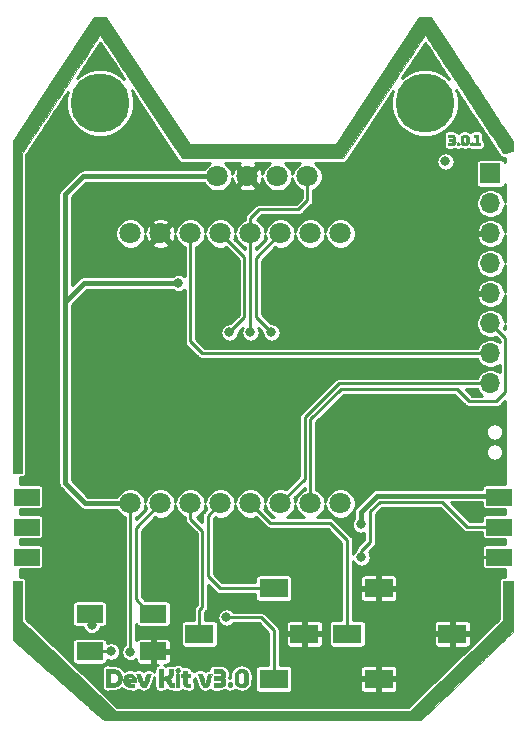
<source format=gtl>
G04 #@! TF.GenerationSoftware,KiCad,Pcbnew,5.1.5+dfsg1-2build2*
G04 #@! TF.CreationDate,2022-06-13T19:55:36-07:00*
G04 #@! TF.ProjectId,v3.0.1-Dev-Kit,76332e30-2e31-42d4-9465-762d4b69742e,rev?*
G04 #@! TF.SameCoordinates,Original*
G04 #@! TF.FileFunction,Copper,L1,Top*
G04 #@! TF.FilePolarity,Positive*
%FSLAX46Y46*%
G04 Gerber Fmt 4.6, Leading zero omitted, Abs format (unit mm)*
G04 Created by KiCad (PCBNEW 5.1.5+dfsg1-2build2) date 2022-06-13 19:55:36*
%MOMM*%
%LPD*%
G04 APERTURE LIST*
%ADD10C,0.010000*%
%ADD11C,1.800000*%
%ADD12R,2.400000X1.600000*%
%ADD13R,2.200000X1.500000*%
%ADD14O,1.700000X1.700000*%
%ADD15R,1.700000X1.700000*%
%ADD16C,5.000000*%
%ADD17C,0.800000*%
%ADD18C,0.250000*%
%ADD19C,0.400000*%
%ADD20C,0.254000*%
G04 APERTURE END LIST*
D10*
G36*
X-20370801Y-18168430D02*
G01*
X-20370801Y-19828261D01*
X-16402051Y-23654829D01*
X-12433300Y-27481398D01*
X12459680Y-27481400D01*
X20396200Y-19829098D01*
X20396200Y-16508600D01*
X21183600Y-16508600D01*
X21182541Y-18648550D01*
X21181483Y-20788500D01*
X20617391Y-21327049D01*
X20538866Y-21402217D01*
X20426051Y-21510506D01*
X20281198Y-21649744D01*
X20106559Y-21817763D01*
X19904385Y-22012392D01*
X19676929Y-22231460D01*
X19426440Y-22472798D01*
X19155172Y-22734235D01*
X18865376Y-23013603D01*
X18559303Y-23308729D01*
X18239205Y-23617445D01*
X17907333Y-23937580D01*
X17565939Y-24266964D01*
X17217275Y-24603428D01*
X16863592Y-24944800D01*
X16738600Y-25065458D01*
X13423900Y-28265318D01*
X-4912Y-28267059D01*
X-13433723Y-28268800D01*
X-14156768Y-27627450D01*
X-14257506Y-27538187D01*
X-14393698Y-27417658D01*
X-14562696Y-27268199D01*
X-14761857Y-27092145D01*
X-14988535Y-26891834D01*
X-15240084Y-26669601D01*
X-15513859Y-26427783D01*
X-15807215Y-26168716D01*
X-16117506Y-25894737D01*
X-16442086Y-25608181D01*
X-16778311Y-25311385D01*
X-17123535Y-25006685D01*
X-17475113Y-24696418D01*
X-17830398Y-24382919D01*
X-18017887Y-24217500D01*
X-21155961Y-21448900D01*
X-21157081Y-18978750D01*
X-21158200Y-16508600D01*
X-20370800Y-16508600D01*
X-20370801Y-18168430D01*
G37*
X-20370801Y-18168430D02*
X-20370801Y-19828261D01*
X-16402051Y-23654829D01*
X-12433300Y-27481398D01*
X12459680Y-27481400D01*
X20396200Y-19829098D01*
X20396200Y-16508600D01*
X21183600Y-16508600D01*
X21182541Y-18648550D01*
X21181483Y-20788500D01*
X20617391Y-21327049D01*
X20538866Y-21402217D01*
X20426051Y-21510506D01*
X20281198Y-21649744D01*
X20106559Y-21817763D01*
X19904385Y-22012392D01*
X19676929Y-22231460D01*
X19426440Y-22472798D01*
X19155172Y-22734235D01*
X18865376Y-23013603D01*
X18559303Y-23308729D01*
X18239205Y-23617445D01*
X17907333Y-23937580D01*
X17565939Y-24266964D01*
X17217275Y-24603428D01*
X16863592Y-24944800D01*
X16738600Y-25065458D01*
X13423900Y-28265318D01*
X-4912Y-28267059D01*
X-13433723Y-28268800D01*
X-14156768Y-27627450D01*
X-14257506Y-27538187D01*
X-14393698Y-27417658D01*
X-14562696Y-27268199D01*
X-14761857Y-27092145D01*
X-14988535Y-26891834D01*
X-15240084Y-26669601D01*
X-15513859Y-26427783D01*
X-15807215Y-26168716D01*
X-16117506Y-25894737D01*
X-16442086Y-25608181D01*
X-16778311Y-25311385D01*
X-17123535Y-25006685D01*
X-17475113Y-24696418D01*
X-17830398Y-24382919D01*
X-18017887Y-24217500D01*
X-21155961Y-21448900D01*
X-21157081Y-18978750D01*
X-21158200Y-16508600D01*
X-20370800Y-16508600D01*
X-20370801Y-18168430D01*
G36*
X-10210581Y-24738889D02*
G01*
X-10166624Y-24872097D01*
X-10126183Y-24985250D01*
X-10092221Y-25070777D01*
X-10067702Y-25121105D01*
X-10057091Y-25131090D01*
X-10033652Y-25096009D01*
X-10033000Y-25089426D01*
X-10025672Y-25056912D01*
X-10005489Y-24985198D01*
X-9975150Y-24883445D01*
X-9937357Y-24760813D01*
X-9917362Y-24697226D01*
X-9801724Y-24331800D01*
X-9637962Y-24331800D01*
X-9540090Y-24335511D01*
X-9487896Y-24347248D01*
X-9475944Y-24363550D01*
X-9484624Y-24396303D01*
X-9507810Y-24469098D01*
X-9542895Y-24574147D01*
X-9587270Y-24703661D01*
X-9638329Y-24849853D01*
X-9647394Y-24875545D01*
X-9711956Y-25055324D01*
X-9764851Y-25192789D01*
X-9810039Y-25293962D01*
X-9851479Y-25364868D01*
X-9893131Y-25411527D01*
X-9938955Y-25439964D01*
X-9992910Y-25456201D01*
X-10033596Y-25462979D01*
X-10122133Y-25460686D01*
X-10202533Y-25438948D01*
X-10271564Y-25394958D01*
X-10323934Y-25340445D01*
X-10341795Y-25302076D01*
X-10371916Y-25225672D01*
X-10411073Y-25120498D01*
X-10456043Y-24995815D01*
X-10503604Y-24860886D01*
X-10550531Y-24724975D01*
X-10593603Y-24597344D01*
X-10629595Y-24487255D01*
X-10655286Y-24403973D01*
X-10667450Y-24356758D01*
X-10668000Y-24351643D01*
X-10644839Y-24341508D01*
X-10584271Y-24334356D01*
X-10503991Y-24331800D01*
X-10339982Y-24331800D01*
X-10210581Y-24738889D01*
G37*
X-10210581Y-24738889D02*
X-10166624Y-24872097D01*
X-10126183Y-24985250D01*
X-10092221Y-25070777D01*
X-10067702Y-25121105D01*
X-10057091Y-25131090D01*
X-10033652Y-25096009D01*
X-10033000Y-25089426D01*
X-10025672Y-25056912D01*
X-10005489Y-24985198D01*
X-9975150Y-24883445D01*
X-9937357Y-24760813D01*
X-9917362Y-24697226D01*
X-9801724Y-24331800D01*
X-9637962Y-24331800D01*
X-9540090Y-24335511D01*
X-9487896Y-24347248D01*
X-9475944Y-24363550D01*
X-9484624Y-24396303D01*
X-9507810Y-24469098D01*
X-9542895Y-24574147D01*
X-9587270Y-24703661D01*
X-9638329Y-24849853D01*
X-9647394Y-24875545D01*
X-9711956Y-25055324D01*
X-9764851Y-25192789D01*
X-9810039Y-25293962D01*
X-9851479Y-25364868D01*
X-9893131Y-25411527D01*
X-9938955Y-25439964D01*
X-9992910Y-25456201D01*
X-10033596Y-25462979D01*
X-10122133Y-25460686D01*
X-10202533Y-25438948D01*
X-10271564Y-25394958D01*
X-10323934Y-25340445D01*
X-10341795Y-25302076D01*
X-10371916Y-25225672D01*
X-10411073Y-25120498D01*
X-10456043Y-24995815D01*
X-10503604Y-24860886D01*
X-10550531Y-24724975D01*
X-10593603Y-24597344D01*
X-10629595Y-24487255D01*
X-10655286Y-24403973D01*
X-10667450Y-24356758D01*
X-10668000Y-24351643D01*
X-10644839Y-24341508D01*
X-10584271Y-24334356D01*
X-10503991Y-24331800D01*
X-10339982Y-24331800D01*
X-10210581Y-24738889D01*
G36*
X-4405563Y-24806923D02*
G01*
X-4455965Y-24956126D01*
X-4501719Y-25090691D01*
X-4540034Y-25202482D01*
X-4568120Y-25283364D01*
X-4583188Y-25325201D01*
X-4583994Y-25327226D01*
X-4633243Y-25387363D01*
X-4716759Y-25433633D01*
X-4818660Y-25460280D01*
X-4923064Y-25461547D01*
X-4944551Y-25457899D01*
X-4993143Y-25442332D01*
X-5036042Y-25413685D01*
X-5076432Y-25366189D01*
X-5117498Y-25294073D01*
X-5162427Y-25191569D01*
X-5214402Y-25052904D01*
X-5276610Y-24872311D01*
X-5290177Y-24831798D01*
X-5457076Y-24331800D01*
X-5113852Y-24331800D01*
X-4988976Y-24737928D01*
X-4946818Y-24872384D01*
X-4908985Y-24988076D01*
X-4878215Y-25077025D01*
X-4857245Y-25131249D01*
X-4849611Y-25144328D01*
X-4837554Y-25121476D01*
X-4813397Y-25058064D01*
X-4779953Y-24962092D01*
X-4740037Y-24841564D01*
X-4709021Y-24744550D01*
X-4582921Y-24344500D01*
X-4413862Y-24337023D01*
X-4244804Y-24329547D01*
X-4405563Y-24806923D01*
G37*
X-4405563Y-24806923D02*
X-4455965Y-24956126D01*
X-4501719Y-25090691D01*
X-4540034Y-25202482D01*
X-4568120Y-25283364D01*
X-4583188Y-25325201D01*
X-4583994Y-25327226D01*
X-4633243Y-25387363D01*
X-4716759Y-25433633D01*
X-4818660Y-25460280D01*
X-4923064Y-25461547D01*
X-4944551Y-25457899D01*
X-4993143Y-25442332D01*
X-5036042Y-25413685D01*
X-5076432Y-25366189D01*
X-5117498Y-25294073D01*
X-5162427Y-25191569D01*
X-5214402Y-25052904D01*
X-5276610Y-24872311D01*
X-5290177Y-24831798D01*
X-5457076Y-24331800D01*
X-5113852Y-24331800D01*
X-4988976Y-24737928D01*
X-4946818Y-24872384D01*
X-4908985Y-24988076D01*
X-4878215Y-25077025D01*
X-4857245Y-25131249D01*
X-4849611Y-25144328D01*
X-4837554Y-25121476D01*
X-4813397Y-25058064D01*
X-4779953Y-24962092D01*
X-4740037Y-24841564D01*
X-4709021Y-24744550D01*
X-4582921Y-24344500D01*
X-4413862Y-24337023D01*
X-4244804Y-24329547D01*
X-4405563Y-24806923D01*
G36*
X-2704047Y-25055523D02*
G01*
X-2619020Y-25112551D01*
X-2614247Y-25117246D01*
X-2554343Y-25202442D01*
X-2545170Y-25287247D01*
X-2586752Y-25371261D01*
X-2597150Y-25383527D01*
X-2680678Y-25446601D01*
X-2772428Y-25463426D01*
X-2844800Y-25442545D01*
X-2919843Y-25379276D01*
X-2956025Y-25295585D01*
X-2952094Y-25205200D01*
X-2906799Y-25121850D01*
X-2876621Y-25093398D01*
X-2789517Y-25049175D01*
X-2704047Y-25055523D01*
G37*
X-2704047Y-25055523D02*
X-2619020Y-25112551D01*
X-2614247Y-25117246D01*
X-2554343Y-25202442D01*
X-2545170Y-25287247D01*
X-2586752Y-25371261D01*
X-2597150Y-25383527D01*
X-2680678Y-25446601D01*
X-2772428Y-25463426D01*
X-2844800Y-25442545D01*
X-2919843Y-25379276D01*
X-2956025Y-25295585D01*
X-2952094Y-25205200D01*
X-2906799Y-25121850D01*
X-2876621Y-25093398D01*
X-2789517Y-25049175D01*
X-2704047Y-25055523D01*
G36*
X-1599800Y-23941644D02*
G01*
X-1457050Y-24008126D01*
X-1340776Y-24108878D01*
X-1271569Y-24214259D01*
X-1250102Y-24262435D01*
X-1235239Y-24309964D01*
X-1226045Y-24366780D01*
X-1221586Y-24442816D01*
X-1220927Y-24548006D01*
X-1223134Y-24692284D01*
X-1223749Y-24722460D01*
X-1227120Y-24871781D01*
X-1231121Y-24979862D01*
X-1237362Y-25056255D01*
X-1247454Y-25110509D01*
X-1263011Y-25152176D01*
X-1285643Y-25190808D01*
X-1308333Y-25223681D01*
X-1416655Y-25335644D01*
X-1555233Y-25415095D01*
X-1712140Y-25457831D01*
X-1875453Y-25459648D01*
X-1942777Y-25447275D01*
X-2092732Y-25385279D01*
X-2216404Y-25283538D01*
X-2305926Y-25149653D01*
X-2337493Y-25065985D01*
X-2349644Y-24993095D01*
X-2357480Y-24883892D01*
X-2361061Y-24752674D01*
X-2360451Y-24613738D01*
X-2355711Y-24481381D01*
X-2346905Y-24369902D01*
X-2344119Y-24353292D01*
X-2032000Y-24353292D01*
X-2032000Y-25021507D01*
X-1957754Y-25095753D01*
X-1866035Y-25157191D01*
X-1766868Y-25169534D01*
X-1666439Y-25132623D01*
X-1627549Y-25104242D01*
X-1549400Y-25038484D01*
X-1549400Y-24336315D01*
X-1627549Y-24270557D01*
X-1726761Y-24214028D01*
X-1827170Y-24206815D01*
X-1922590Y-24248760D01*
X-1957754Y-24279046D01*
X-2032000Y-24353292D01*
X-2344119Y-24353292D01*
X-2334123Y-24293700D01*
X-2280984Y-24182219D01*
X-2191142Y-24076927D01*
X-2078315Y-23990211D01*
X-1956219Y-23934457D01*
X-1928415Y-23927347D01*
X-1759948Y-23913395D01*
X-1599800Y-23941644D01*
G37*
X-1599800Y-23941644D02*
X-1457050Y-24008126D01*
X-1340776Y-24108878D01*
X-1271569Y-24214259D01*
X-1250102Y-24262435D01*
X-1235239Y-24309964D01*
X-1226045Y-24366780D01*
X-1221586Y-24442816D01*
X-1220927Y-24548006D01*
X-1223134Y-24692284D01*
X-1223749Y-24722460D01*
X-1227120Y-24871781D01*
X-1231121Y-24979862D01*
X-1237362Y-25056255D01*
X-1247454Y-25110509D01*
X-1263011Y-25152176D01*
X-1285643Y-25190808D01*
X-1308333Y-25223681D01*
X-1416655Y-25335644D01*
X-1555233Y-25415095D01*
X-1712140Y-25457831D01*
X-1875453Y-25459648D01*
X-1942777Y-25447275D01*
X-2092732Y-25385279D01*
X-2216404Y-25283538D01*
X-2305926Y-25149653D01*
X-2337493Y-25065985D01*
X-2349644Y-24993095D01*
X-2357480Y-24883892D01*
X-2361061Y-24752674D01*
X-2360451Y-24613738D01*
X-2355711Y-24481381D01*
X-2346905Y-24369902D01*
X-2344119Y-24353292D01*
X-2032000Y-24353292D01*
X-2032000Y-25021507D01*
X-1957754Y-25095753D01*
X-1866035Y-25157191D01*
X-1766868Y-25169534D01*
X-1666439Y-25132623D01*
X-1627549Y-25104242D01*
X-1549400Y-25038484D01*
X-1549400Y-24336315D01*
X-1627549Y-24270557D01*
X-1726761Y-24214028D01*
X-1827170Y-24206815D01*
X-1922590Y-24248760D01*
X-1957754Y-24279046D01*
X-2032000Y-24353292D01*
X-2344119Y-24353292D01*
X-2334123Y-24293700D01*
X-2280984Y-24182219D01*
X-2191142Y-24076927D01*
X-2078315Y-23990211D01*
X-1956219Y-23934457D01*
X-1928415Y-23927347D01*
X-1759948Y-23913395D01*
X-1599800Y-23941644D01*
G36*
X-12840163Y-23930883D02*
G01*
X-12693967Y-23936405D01*
X-12587038Y-23942801D01*
X-12507858Y-23952094D01*
X-12444907Y-23966307D01*
X-12386665Y-23987466D01*
X-12321613Y-24017593D01*
X-12307667Y-24024432D01*
X-12147772Y-24124538D01*
X-12030905Y-24247861D01*
X-11955221Y-24397740D01*
X-11918877Y-24577514D01*
X-11916277Y-24732884D01*
X-11941367Y-24921079D01*
X-12000004Y-25075632D01*
X-12095713Y-25203886D01*
X-12176358Y-25274280D01*
X-12255831Y-25329892D01*
X-12332514Y-25370902D01*
X-12416847Y-25399930D01*
X-12519268Y-25419596D01*
X-12650219Y-25432519D01*
X-12820138Y-25441317D01*
X-12846050Y-25442310D01*
X-13208000Y-25455798D01*
X-13208000Y-25144600D01*
X-12877800Y-25144600D01*
X-12719050Y-25144182D01*
X-12597552Y-25135801D01*
X-12502810Y-25108165D01*
X-12461089Y-25087032D01*
X-12344429Y-24998107D01*
X-12271333Y-24887146D01*
X-12243303Y-24791747D01*
X-12235186Y-24629201D01*
X-12271036Y-24488211D01*
X-12346921Y-24373416D01*
X-12458906Y-24289454D01*
X-12603060Y-24240966D01*
X-12719050Y-24230617D01*
X-12877800Y-24230200D01*
X-12877800Y-25144600D01*
X-13208000Y-25144600D01*
X-13208000Y-23918395D01*
X-12840163Y-23930883D01*
G37*
X-12840163Y-23930883D02*
X-12693967Y-23936405D01*
X-12587038Y-23942801D01*
X-12507858Y-23952094D01*
X-12444907Y-23966307D01*
X-12386665Y-23987466D01*
X-12321613Y-24017593D01*
X-12307667Y-24024432D01*
X-12147772Y-24124538D01*
X-12030905Y-24247861D01*
X-11955221Y-24397740D01*
X-11918877Y-24577514D01*
X-11916277Y-24732884D01*
X-11941367Y-24921079D01*
X-12000004Y-25075632D01*
X-12095713Y-25203886D01*
X-12176358Y-25274280D01*
X-12255831Y-25329892D01*
X-12332514Y-25370902D01*
X-12416847Y-25399930D01*
X-12519268Y-25419596D01*
X-12650219Y-25432519D01*
X-12820138Y-25441317D01*
X-12846050Y-25442310D01*
X-13208000Y-25455798D01*
X-13208000Y-25144600D01*
X-12877800Y-25144600D01*
X-12719050Y-25144182D01*
X-12597552Y-25135801D01*
X-12502810Y-25108165D01*
X-12461089Y-25087032D01*
X-12344429Y-24998107D01*
X-12271333Y-24887146D01*
X-12243303Y-24791747D01*
X-12235186Y-24629201D01*
X-12271036Y-24488211D01*
X-12346921Y-24373416D01*
X-12458906Y-24289454D01*
X-12603060Y-24240966D01*
X-12719050Y-24230617D01*
X-12877800Y-24230200D01*
X-12877800Y-25144600D01*
X-13208000Y-25144600D01*
X-13208000Y-23918395D01*
X-12840163Y-23930883D01*
G36*
X-11073524Y-24329718D02*
G01*
X-10941393Y-24395385D01*
X-10836279Y-24498820D01*
X-10762314Y-24635301D01*
X-10723627Y-24800106D01*
X-10718800Y-24889147D01*
X-10718800Y-24992200D01*
X-11087994Y-24992200D01*
X-11231459Y-24992412D01*
X-11331218Y-24993784D01*
X-11394369Y-24997419D01*
X-11428005Y-25004417D01*
X-11439223Y-25015882D01*
X-11435118Y-25032916D01*
X-11428850Y-25045150D01*
X-11367845Y-25106289D01*
X-11262414Y-25147467D01*
X-11115195Y-25167841D01*
X-11037116Y-25170000D01*
X-10845800Y-25170000D01*
X-10845800Y-25449400D01*
X-11042650Y-25447685D01*
X-11156980Y-25442601D01*
X-11268719Y-25430899D01*
X-11353979Y-25415094D01*
X-11355056Y-25414805D01*
X-11509083Y-25357004D01*
X-11624167Y-25274459D01*
X-11708720Y-25160807D01*
X-11720309Y-25138648D01*
X-11773221Y-24984221D01*
X-11783846Y-24828202D01*
X-11771513Y-24763600D01*
X-11456705Y-24763600D01*
X-11252853Y-24763600D01*
X-11148401Y-24761814D01*
X-11085649Y-24755336D01*
X-11055585Y-24742480D01*
X-11049000Y-24725500D01*
X-11071226Y-24668623D01*
X-11126244Y-24618414D01*
X-11196561Y-24588779D01*
X-11224723Y-24585800D01*
X-11317201Y-24595646D01*
X-11378203Y-24631110D01*
X-11418892Y-24690478D01*
X-11456705Y-24763600D01*
X-11771513Y-24763600D01*
X-11755401Y-24679204D01*
X-11691103Y-24545838D01*
X-11594169Y-24436717D01*
X-11467816Y-24360451D01*
X-11423866Y-24345031D01*
X-11336109Y-24322622D01*
X-11258087Y-24308754D01*
X-11228540Y-24306541D01*
X-11073524Y-24329718D01*
G37*
X-11073524Y-24329718D02*
X-10941393Y-24395385D01*
X-10836279Y-24498820D01*
X-10762314Y-24635301D01*
X-10723627Y-24800106D01*
X-10718800Y-24889147D01*
X-10718800Y-24992200D01*
X-11087994Y-24992200D01*
X-11231459Y-24992412D01*
X-11331218Y-24993784D01*
X-11394369Y-24997419D01*
X-11428005Y-25004417D01*
X-11439223Y-25015882D01*
X-11435118Y-25032916D01*
X-11428850Y-25045150D01*
X-11367845Y-25106289D01*
X-11262414Y-25147467D01*
X-11115195Y-25167841D01*
X-11037116Y-25170000D01*
X-10845800Y-25170000D01*
X-10845800Y-25449400D01*
X-11042650Y-25447685D01*
X-11156980Y-25442601D01*
X-11268719Y-25430899D01*
X-11353979Y-25415094D01*
X-11355056Y-25414805D01*
X-11509083Y-25357004D01*
X-11624167Y-25274459D01*
X-11708720Y-25160807D01*
X-11720309Y-25138648D01*
X-11773221Y-24984221D01*
X-11783846Y-24828202D01*
X-11771513Y-24763600D01*
X-11456705Y-24763600D01*
X-11252853Y-24763600D01*
X-11148401Y-24761814D01*
X-11085649Y-24755336D01*
X-11055585Y-24742480D01*
X-11049000Y-24725500D01*
X-11071226Y-24668623D01*
X-11126244Y-24618414D01*
X-11196561Y-24588779D01*
X-11224723Y-24585800D01*
X-11317201Y-24595646D01*
X-11378203Y-24631110D01*
X-11418892Y-24690478D01*
X-11456705Y-24763600D01*
X-11771513Y-24763600D01*
X-11755401Y-24679204D01*
X-11691103Y-24545838D01*
X-11594169Y-24436717D01*
X-11467816Y-24360451D01*
X-11423866Y-24345031D01*
X-11336109Y-24322622D01*
X-11258087Y-24308754D01*
X-11228540Y-24306541D01*
X-11073524Y-24329718D01*
G36*
X-8432800Y-24560400D02*
G01*
X-8312150Y-24560258D01*
X-8171036Y-24549097D01*
X-8056684Y-24517971D01*
X-7978776Y-24469884D01*
X-7963649Y-24452161D01*
X-7942540Y-24402537D01*
X-7930040Y-24321666D01*
X-7925020Y-24201082D01*
X-7924800Y-24161048D01*
X-7924800Y-23925400D01*
X-7594600Y-23925400D01*
X-7594742Y-24160350D01*
X-7599302Y-24324186D01*
X-7614851Y-24448705D01*
X-7644530Y-24544780D01*
X-7691480Y-24623286D01*
X-7745644Y-24682727D01*
X-7842332Y-24775427D01*
X-7750996Y-24960013D01*
X-7704767Y-25051261D01*
X-7671195Y-25106053D01*
X-7640852Y-25133678D01*
X-7604308Y-25143428D01*
X-7563631Y-25144600D01*
X-7467600Y-25144600D01*
X-7467600Y-25455317D01*
X-7632427Y-25444822D01*
X-7737488Y-25432920D01*
X-7819175Y-25407511D01*
X-7886253Y-25361179D01*
X-7947487Y-25286509D01*
X-8011643Y-25176086D01*
X-8057182Y-25085491D01*
X-8176864Y-24839800D01*
X-8432800Y-24839800D01*
X-8432800Y-25449400D01*
X-8763000Y-25449400D01*
X-8763000Y-23925400D01*
X-8432800Y-23925400D01*
X-8432800Y-24560400D01*
G37*
X-8432800Y-24560400D02*
X-8312150Y-24560258D01*
X-8171036Y-24549097D01*
X-8056684Y-24517971D01*
X-7978776Y-24469884D01*
X-7963649Y-24452161D01*
X-7942540Y-24402537D01*
X-7930040Y-24321666D01*
X-7925020Y-24201082D01*
X-7924800Y-24161048D01*
X-7924800Y-23925400D01*
X-7594600Y-23925400D01*
X-7594742Y-24160350D01*
X-7599302Y-24324186D01*
X-7614851Y-24448705D01*
X-7644530Y-24544780D01*
X-7691480Y-24623286D01*
X-7745644Y-24682727D01*
X-7842332Y-24775427D01*
X-7750996Y-24960013D01*
X-7704767Y-25051261D01*
X-7671195Y-25106053D01*
X-7640852Y-25133678D01*
X-7604308Y-25143428D01*
X-7563631Y-25144600D01*
X-7467600Y-25144600D01*
X-7467600Y-25455317D01*
X-7632427Y-25444822D01*
X-7737488Y-25432920D01*
X-7819175Y-25407511D01*
X-7886253Y-25361179D01*
X-7947487Y-25286509D01*
X-8011643Y-25176086D01*
X-8057182Y-25085491D01*
X-8176864Y-24839800D01*
X-8432800Y-24839800D01*
X-8432800Y-25449400D01*
X-8763000Y-25449400D01*
X-8763000Y-23925400D01*
X-8432800Y-23925400D01*
X-8432800Y-24560400D01*
G36*
X-7035800Y-25449400D02*
G01*
X-7340600Y-25449400D01*
X-7340600Y-24331800D01*
X-7035800Y-24331800D01*
X-7035800Y-25449400D01*
G37*
X-7035800Y-25449400D02*
X-7340600Y-25449400D01*
X-7340600Y-24331800D01*
X-7035800Y-24331800D01*
X-7035800Y-25449400D01*
G36*
X-6400800Y-24331800D02*
G01*
X-6096000Y-24331800D01*
X-6096000Y-24611200D01*
X-6402519Y-24611200D01*
X-6395310Y-24884250D01*
X-6388100Y-25157300D01*
X-6242050Y-25164917D01*
X-6096000Y-25172535D01*
X-6096000Y-25449400D01*
X-6267450Y-25447394D01*
X-6360690Y-25444583D01*
X-6436670Y-25439198D01*
X-6477000Y-25432837D01*
X-6561392Y-25399506D01*
X-6622392Y-25358134D01*
X-6663652Y-25300482D01*
X-6688827Y-25218308D01*
X-6701571Y-25103373D01*
X-6705536Y-24947437D01*
X-6705600Y-24917261D01*
X-6705600Y-24611200D01*
X-6883400Y-24611200D01*
X-6883400Y-24331800D01*
X-6705600Y-24331800D01*
X-6705600Y-24077800D01*
X-6400800Y-24077800D01*
X-6400800Y-24331800D01*
G37*
X-6400800Y-24331800D02*
X-6096000Y-24331800D01*
X-6096000Y-24611200D01*
X-6402519Y-24611200D01*
X-6395310Y-24884250D01*
X-6388100Y-25157300D01*
X-6242050Y-25164917D01*
X-6096000Y-25172535D01*
X-6096000Y-25449400D01*
X-6267450Y-25447394D01*
X-6360690Y-25444583D01*
X-6436670Y-25439198D01*
X-6477000Y-25432837D01*
X-6561392Y-25399506D01*
X-6622392Y-25358134D01*
X-6663652Y-25300482D01*
X-6688827Y-25218308D01*
X-6701571Y-25103373D01*
X-6705536Y-24947437D01*
X-6705600Y-24917261D01*
X-6705600Y-24611200D01*
X-6883400Y-24611200D01*
X-6883400Y-24331800D01*
X-6705600Y-24331800D01*
X-6705600Y-24077800D01*
X-6400800Y-24077800D01*
X-6400800Y-24331800D01*
G36*
X-3854450Y-23925541D02*
G01*
X-3728327Y-23927942D01*
X-3611385Y-23934320D01*
X-3518745Y-23943627D01*
X-3474239Y-23951917D01*
X-3358025Y-24005084D01*
X-3254116Y-24089657D01*
X-3186788Y-24181164D01*
X-3154086Y-24289938D01*
X-3151838Y-24414334D01*
X-3178873Y-24531783D01*
X-3207894Y-24588393D01*
X-3266187Y-24674700D01*
X-3207894Y-24760794D01*
X-3166680Y-24844204D01*
X-3150481Y-24945182D01*
X-3149600Y-24984305D01*
X-3164755Y-25124636D01*
X-3214158Y-25236263D01*
X-3301877Y-25331098D01*
X-3370730Y-25379216D01*
X-3450762Y-25412987D01*
X-3551814Y-25434514D01*
X-3683728Y-25445903D01*
X-3854450Y-25449258D01*
X-4140200Y-25449400D01*
X-4140200Y-25144600D01*
X-3852037Y-25144600D01*
X-3724420Y-25143654D01*
X-3637479Y-25139807D01*
X-3581106Y-25131545D01*
X-3545196Y-25117353D01*
X-3519642Y-25095717D01*
X-3518662Y-25094641D01*
X-3479199Y-25018998D01*
X-3480626Y-24937241D01*
X-3522043Y-24867547D01*
X-3530239Y-24860384D01*
X-3568655Y-24837554D01*
X-3622941Y-24823484D01*
X-3704706Y-24816369D01*
X-3825514Y-24814400D01*
X-4064000Y-24814400D01*
X-4064000Y-24535000D01*
X-3828352Y-24535000D01*
X-3683744Y-24530276D01*
X-3582912Y-24514272D01*
X-3519553Y-24484239D01*
X-3487363Y-24437428D01*
X-3479800Y-24382974D01*
X-3485505Y-24322902D01*
X-3507503Y-24280719D01*
X-3553124Y-24253398D01*
X-3629698Y-24237916D01*
X-3744552Y-24231245D01*
X-3849915Y-24230200D01*
X-4140200Y-24230200D01*
X-4140200Y-23925400D01*
X-3854450Y-23925541D01*
G37*
X-3854450Y-23925541D02*
X-3728327Y-23927942D01*
X-3611385Y-23934320D01*
X-3518745Y-23943627D01*
X-3474239Y-23951917D01*
X-3358025Y-24005084D01*
X-3254116Y-24089657D01*
X-3186788Y-24181164D01*
X-3154086Y-24289938D01*
X-3151838Y-24414334D01*
X-3178873Y-24531783D01*
X-3207894Y-24588393D01*
X-3266187Y-24674700D01*
X-3207894Y-24760794D01*
X-3166680Y-24844204D01*
X-3150481Y-24945182D01*
X-3149600Y-24984305D01*
X-3164755Y-25124636D01*
X-3214158Y-25236263D01*
X-3301877Y-25331098D01*
X-3370730Y-25379216D01*
X-3450762Y-25412987D01*
X-3551814Y-25434514D01*
X-3683728Y-25445903D01*
X-3854450Y-25449258D01*
X-4140200Y-25449400D01*
X-4140200Y-25144600D01*
X-3852037Y-25144600D01*
X-3724420Y-25143654D01*
X-3637479Y-25139807D01*
X-3581106Y-25131545D01*
X-3545196Y-25117353D01*
X-3519642Y-25095717D01*
X-3518662Y-25094641D01*
X-3479199Y-25018998D01*
X-3480626Y-24937241D01*
X-3522043Y-24867547D01*
X-3530239Y-24860384D01*
X-3568655Y-24837554D01*
X-3622941Y-24823484D01*
X-3704706Y-24816369D01*
X-3825514Y-24814400D01*
X-4064000Y-24814400D01*
X-4064000Y-24535000D01*
X-3828352Y-24535000D01*
X-3683744Y-24530276D01*
X-3582912Y-24514272D01*
X-3519553Y-24484239D01*
X-3487363Y-24437428D01*
X-3479800Y-24382974D01*
X-3485505Y-24322902D01*
X-3507503Y-24280719D01*
X-3553124Y-24253398D01*
X-3629698Y-24237916D01*
X-3744552Y-24231245D01*
X-3849915Y-24230200D01*
X-4140200Y-24230200D01*
X-4140200Y-23925400D01*
X-3854450Y-23925541D01*
G36*
X-7105737Y-23870619D02*
G01*
X-7035518Y-23925091D01*
X-6991958Y-23997937D01*
X-6985000Y-24039700D01*
X-7006935Y-24120890D01*
X-7063411Y-24182697D01*
X-7140439Y-24219200D01*
X-7224027Y-24224482D01*
X-7300186Y-24192622D01*
X-7315200Y-24179400D01*
X-7360663Y-24103861D01*
X-7367082Y-24019683D01*
X-7339688Y-23940339D01*
X-7283710Y-23879304D01*
X-7204378Y-23850052D01*
X-7187046Y-23849200D01*
X-7105737Y-23870619D01*
G37*
X-7105737Y-23870619D02*
X-7035518Y-23925091D01*
X-6991958Y-23997937D01*
X-6985000Y-24039700D01*
X-7006935Y-24120890D01*
X-7063411Y-24182697D01*
X-7140439Y-24219200D01*
X-7224027Y-24224482D01*
X-7300186Y-24192622D01*
X-7315200Y-24179400D01*
X-7360663Y-24103861D01*
X-7367082Y-24019683D01*
X-7339688Y-23940339D01*
X-7283710Y-23879304D01*
X-7204378Y-23850052D01*
X-7187046Y-23849200D01*
X-7105737Y-23870619D01*
G36*
X-18923000Y-15086200D02*
G01*
X-21057444Y-15086200D01*
X-21043900Y-13752700D01*
X-18923000Y-13739442D01*
X-18923000Y-15086200D01*
G37*
X-18923000Y-15086200D02*
X-21057444Y-15086200D01*
X-21043900Y-13752700D01*
X-18923000Y-13739442D01*
X-18923000Y-15086200D01*
G36*
X21082000Y-15086200D02*
G01*
X18948400Y-15086200D01*
X18948400Y-13740000D01*
X21082000Y-13740000D01*
X21082000Y-15086200D01*
G37*
X21082000Y-15086200D02*
X18948400Y-15086200D01*
X18948400Y-13740000D01*
X21082000Y-13740000D01*
X21082000Y-15086200D01*
G36*
X-18923000Y-12546200D02*
G01*
X-21057444Y-12546200D01*
X-21043900Y-11212700D01*
X-18923000Y-11199442D01*
X-18923000Y-12546200D01*
G37*
X-18923000Y-12546200D02*
X-21057444Y-12546200D01*
X-21043900Y-11212700D01*
X-18923000Y-11199442D01*
X-18923000Y-12546200D01*
G36*
X21082000Y-12546200D02*
G01*
X18948400Y-12546200D01*
X18948400Y-11200000D01*
X21082000Y-11200000D01*
X21082000Y-12546200D01*
G37*
X21082000Y-12546200D02*
X18948400Y-12546200D01*
X18948400Y-11200000D01*
X21082000Y-11200000D01*
X21082000Y-12546200D01*
G36*
X-18923000Y-10006200D02*
G01*
X-21057444Y-10006200D01*
X-21043900Y-8672700D01*
X-18923000Y-8659442D01*
X-18923000Y-10006200D01*
G37*
X-18923000Y-10006200D02*
X-21057444Y-10006200D01*
X-21043900Y-8672700D01*
X-18923000Y-8659442D01*
X-18923000Y-10006200D01*
G36*
X21082000Y-10006200D02*
G01*
X18948400Y-10006200D01*
X18948400Y-8660000D01*
X21082000Y-8660000D01*
X21082000Y-10006200D01*
G37*
X21082000Y-10006200D02*
X18948400Y-10006200D01*
X18948400Y-8660000D01*
X21082000Y-8660000D01*
X21082000Y-10006200D01*
G36*
X13763439Y31242382D02*
G01*
X14287500Y31241364D01*
X16890444Y27286332D01*
X17172689Y26857502D01*
X17455989Y26427119D01*
X17738313Y25998265D01*
X18017635Y25574019D01*
X18291923Y25157462D01*
X18559151Y24751673D01*
X18817288Y24359732D01*
X19064306Y23984721D01*
X19298175Y23629718D01*
X19516868Y23297804D01*
X19718355Y22992059D01*
X19900608Y22715564D01*
X20061597Y22471398D01*
X20199293Y22262641D01*
X20311668Y22092374D01*
X20338494Y22051750D01*
X21183600Y20772200D01*
X21183600Y19950980D01*
X20821489Y19844090D01*
X20691175Y19806352D01*
X20576343Y19774460D01*
X20486654Y19750993D01*
X20431767Y19738532D01*
X20421254Y19737201D01*
X20386841Y19757341D01*
X20341743Y19808642D01*
X20317182Y19845150D01*
X20294519Y19880607D01*
X20245795Y19955558D01*
X20172510Y20067728D01*
X20076165Y20214838D01*
X19958262Y20394610D01*
X19820300Y20604767D01*
X19663781Y20843031D01*
X19490205Y21107124D01*
X19301073Y21394768D01*
X19097886Y21703687D01*
X18882144Y22031601D01*
X18655348Y22376233D01*
X18418999Y22735307D01*
X18174598Y23106543D01*
X17923644Y23487664D01*
X17667640Y23876392D01*
X17408086Y24270450D01*
X17146482Y24667560D01*
X16884329Y25065444D01*
X16623128Y25461824D01*
X16364379Y25854423D01*
X16109584Y26240963D01*
X15860243Y26619166D01*
X15617857Y26986755D01*
X15383926Y27341451D01*
X15159952Y27680978D01*
X14947434Y28003056D01*
X14747874Y28305410D01*
X14562772Y28585759D01*
X14393630Y28841829D01*
X14241947Y29071339D01*
X14109225Y29272013D01*
X13996964Y29441573D01*
X13906666Y29577741D01*
X13839830Y29678239D01*
X13797957Y29740790D01*
X13782607Y29763058D01*
X13772909Y29756681D01*
X13749956Y29729598D01*
X13712972Y29680643D01*
X13661177Y29608650D01*
X13593794Y29512456D01*
X13510044Y29390894D01*
X13409149Y29242801D01*
X13290330Y29067011D01*
X13152809Y28862358D01*
X12995808Y28627679D01*
X12818548Y28361808D01*
X12620251Y28063580D01*
X12400138Y27731830D01*
X12157432Y27365393D01*
X11891353Y26963105D01*
X11601124Y26523799D01*
X11285967Y26046312D01*
X10945102Y25529478D01*
X10577752Y24972132D01*
X10299585Y24549906D01*
X6845300Y19305797D01*
X-6819900Y19306151D01*
X-10273933Y24550336D01*
X-10660359Y25136899D01*
X-11019749Y25682125D01*
X-11352886Y26187184D01*
X-11660551Y26653248D01*
X-11943526Y27081486D01*
X-12202594Y27473069D01*
X-12438535Y27829166D01*
X-12652133Y28150949D01*
X-12844168Y28439587D01*
X-13015423Y28696252D01*
X-13166679Y28922112D01*
X-13298719Y29118340D01*
X-13412324Y29286104D01*
X-13508276Y29426575D01*
X-13587357Y29540924D01*
X-13650349Y29630320D01*
X-13698034Y29695935D01*
X-13731193Y29738939D01*
X-13750608Y29760501D01*
X-13756617Y29763311D01*
X-13773133Y29739399D01*
X-13816282Y29674998D01*
X-13884777Y29572058D01*
X-13977331Y29432531D01*
X-14092657Y29258365D01*
X-14229466Y29051512D01*
X-14386473Y28813921D01*
X-14562389Y28547543D01*
X-14755927Y28254329D01*
X-14965800Y27936228D01*
X-15190721Y27595191D01*
X-15429403Y27233168D01*
X-15680558Y26852109D01*
X-15942898Y26453965D01*
X-16215137Y26040686D01*
X-16495988Y25614223D01*
X-16784162Y25176525D01*
X-16803334Y25147400D01*
X-17095759Y24703196D01*
X-17383013Y24266873D01*
X-17663666Y23840603D01*
X-17936286Y23426558D01*
X-18199444Y23026911D01*
X-18451708Y22643834D01*
X-18691648Y22279499D01*
X-18917833Y21936077D01*
X-19128832Y21615741D01*
X-19323215Y21320662D01*
X-19499551Y21053014D01*
X-19656409Y20814968D01*
X-19792359Y20608695D01*
X-19905970Y20436369D01*
X-19995811Y20300161D01*
X-20060452Y20202243D01*
X-20096101Y20148348D01*
X-20370800Y19733995D01*
X-20370800Y-7313800D01*
X-21158200Y-7313800D01*
X-21158052Y20765900D01*
X-17710076Y26003498D01*
X-14262100Y31241095D01*
X-13737601Y31242248D01*
X-13213102Y31243400D01*
X-9686301Y25885293D01*
X-6159500Y20527185D01*
X6184900Y20526773D01*
X9712139Y25885087D01*
X13239379Y31243400D01*
X13763439Y31242382D01*
G37*
X13763439Y31242382D02*
X14287500Y31241364D01*
X16890444Y27286332D01*
X17172689Y26857502D01*
X17455989Y26427119D01*
X17738313Y25998265D01*
X18017635Y25574019D01*
X18291923Y25157462D01*
X18559151Y24751673D01*
X18817288Y24359732D01*
X19064306Y23984721D01*
X19298175Y23629718D01*
X19516868Y23297804D01*
X19718355Y22992059D01*
X19900608Y22715564D01*
X20061597Y22471398D01*
X20199293Y22262641D01*
X20311668Y22092374D01*
X20338494Y22051750D01*
X21183600Y20772200D01*
X21183600Y19950980D01*
X20821489Y19844090D01*
X20691175Y19806352D01*
X20576343Y19774460D01*
X20486654Y19750993D01*
X20431767Y19738532D01*
X20421254Y19737201D01*
X20386841Y19757341D01*
X20341743Y19808642D01*
X20317182Y19845150D01*
X20294519Y19880607D01*
X20245795Y19955558D01*
X20172510Y20067728D01*
X20076165Y20214838D01*
X19958262Y20394610D01*
X19820300Y20604767D01*
X19663781Y20843031D01*
X19490205Y21107124D01*
X19301073Y21394768D01*
X19097886Y21703687D01*
X18882144Y22031601D01*
X18655348Y22376233D01*
X18418999Y22735307D01*
X18174598Y23106543D01*
X17923644Y23487664D01*
X17667640Y23876392D01*
X17408086Y24270450D01*
X17146482Y24667560D01*
X16884329Y25065444D01*
X16623128Y25461824D01*
X16364379Y25854423D01*
X16109584Y26240963D01*
X15860243Y26619166D01*
X15617857Y26986755D01*
X15383926Y27341451D01*
X15159952Y27680978D01*
X14947434Y28003056D01*
X14747874Y28305410D01*
X14562772Y28585759D01*
X14393630Y28841829D01*
X14241947Y29071339D01*
X14109225Y29272013D01*
X13996964Y29441573D01*
X13906666Y29577741D01*
X13839830Y29678239D01*
X13797957Y29740790D01*
X13782607Y29763058D01*
X13772909Y29756681D01*
X13749956Y29729598D01*
X13712972Y29680643D01*
X13661177Y29608650D01*
X13593794Y29512456D01*
X13510044Y29390894D01*
X13409149Y29242801D01*
X13290330Y29067011D01*
X13152809Y28862358D01*
X12995808Y28627679D01*
X12818548Y28361808D01*
X12620251Y28063580D01*
X12400138Y27731830D01*
X12157432Y27365393D01*
X11891353Y26963105D01*
X11601124Y26523799D01*
X11285967Y26046312D01*
X10945102Y25529478D01*
X10577752Y24972132D01*
X10299585Y24549906D01*
X6845300Y19305797D01*
X-6819900Y19306151D01*
X-10273933Y24550336D01*
X-10660359Y25136899D01*
X-11019749Y25682125D01*
X-11352886Y26187184D01*
X-11660551Y26653248D01*
X-11943526Y27081486D01*
X-12202594Y27473069D01*
X-12438535Y27829166D01*
X-12652133Y28150949D01*
X-12844168Y28439587D01*
X-13015423Y28696252D01*
X-13166679Y28922112D01*
X-13298719Y29118340D01*
X-13412324Y29286104D01*
X-13508276Y29426575D01*
X-13587357Y29540924D01*
X-13650349Y29630320D01*
X-13698034Y29695935D01*
X-13731193Y29738939D01*
X-13750608Y29760501D01*
X-13756617Y29763311D01*
X-13773133Y29739399D01*
X-13816282Y29674998D01*
X-13884777Y29572058D01*
X-13977331Y29432531D01*
X-14092657Y29258365D01*
X-14229466Y29051512D01*
X-14386473Y28813921D01*
X-14562389Y28547543D01*
X-14755927Y28254329D01*
X-14965800Y27936228D01*
X-15190721Y27595191D01*
X-15429403Y27233168D01*
X-15680558Y26852109D01*
X-15942898Y26453965D01*
X-16215137Y26040686D01*
X-16495988Y25614223D01*
X-16784162Y25176525D01*
X-16803334Y25147400D01*
X-17095759Y24703196D01*
X-17383013Y24266873D01*
X-17663666Y23840603D01*
X-17936286Y23426558D01*
X-18199444Y23026911D01*
X-18451708Y22643834D01*
X-18691648Y22279499D01*
X-18917833Y21936077D01*
X-19128832Y21615741D01*
X-19323215Y21320662D01*
X-19499551Y21053014D01*
X-19656409Y20814968D01*
X-19792359Y20608695D01*
X-19905970Y20436369D01*
X-19995811Y20300161D01*
X-20060452Y20202243D01*
X-20096101Y20148348D01*
X-20370800Y19733995D01*
X-20370800Y-7313800D01*
X-21158200Y-7313800D01*
X-21158052Y20765900D01*
X-17710076Y26003498D01*
X-14262100Y31241095D01*
X-13737601Y31242248D01*
X-13213102Y31243400D01*
X-9686301Y25885293D01*
X-6159500Y20527185D01*
X6184900Y20526773D01*
X9712139Y25885087D01*
X13239379Y31243400D01*
X13763439Y31242382D01*
G36*
X16063586Y21311091D02*
G01*
X16136340Y21306233D01*
X16184531Y21294231D01*
X16221275Y21271891D01*
X16257953Y21237754D01*
X16315673Y21147870D01*
X16334617Y21042766D01*
X16311818Y20940910D01*
X16307136Y20931628D01*
X16297085Y20874248D01*
X16320620Y20792539D01*
X16321086Y20791420D01*
X16345210Y20713738D01*
X16341126Y20645026D01*
X16330832Y20609357D01*
X16288368Y20526763D01*
X16220267Y20470450D01*
X16119617Y20437188D01*
X15979502Y20423747D01*
X15932150Y20423095D01*
X15722600Y20423000D01*
X15722600Y20623975D01*
X15906750Y20631438D01*
X16001688Y20636250D01*
X16056708Y20643872D01*
X16082672Y20658488D01*
X16090442Y20684286D01*
X16090900Y20702400D01*
X16087459Y20737241D01*
X16069359Y20757133D01*
X16024931Y20767299D01*
X15942507Y20772963D01*
X15932150Y20773463D01*
X15773400Y20781025D01*
X15773400Y20981800D01*
X15935782Y20981800D01*
X16037112Y20986121D01*
X16094260Y20999869D01*
X16111597Y21016805D01*
X16110900Y21061518D01*
X16066913Y21090986D01*
X15977405Y21106156D01*
X15895320Y21108800D01*
X15722600Y21108800D01*
X15722600Y21312000D01*
X15953153Y21312000D01*
X16063586Y21311091D01*
G37*
X16063586Y21311091D02*
X16136340Y21306233D01*
X16184531Y21294231D01*
X16221275Y21271891D01*
X16257953Y21237754D01*
X16315673Y21147870D01*
X16334617Y21042766D01*
X16311818Y20940910D01*
X16307136Y20931628D01*
X16297085Y20874248D01*
X16320620Y20792539D01*
X16321086Y20791420D01*
X16345210Y20713738D01*
X16341126Y20645026D01*
X16330832Y20609357D01*
X16288368Y20526763D01*
X16220267Y20470450D01*
X16119617Y20437188D01*
X15979502Y20423747D01*
X15932150Y20423095D01*
X15722600Y20423000D01*
X15722600Y20623975D01*
X15906750Y20631438D01*
X16001688Y20636250D01*
X16056708Y20643872D01*
X16082672Y20658488D01*
X16090442Y20684286D01*
X16090900Y20702400D01*
X16087459Y20737241D01*
X16069359Y20757133D01*
X16024931Y20767299D01*
X15942507Y20772963D01*
X15932150Y20773463D01*
X15773400Y20781025D01*
X15773400Y20981800D01*
X15935782Y20981800D01*
X16037112Y20986121D01*
X16094260Y20999869D01*
X16111597Y21016805D01*
X16110900Y21061518D01*
X16066913Y21090986D01*
X15977405Y21106156D01*
X15895320Y21108800D01*
X15722600Y21108800D01*
X15722600Y21312000D01*
X15953153Y21312000D01*
X16063586Y21311091D01*
G36*
X16596694Y20664104D02*
G01*
X16636230Y20639597D01*
X16678663Y20575490D01*
X16684239Y20504973D01*
X16657320Y20453480D01*
X16602097Y20427667D01*
X16531177Y20426525D01*
X16471411Y20449223D01*
X16460474Y20459565D01*
X16431915Y20523928D01*
X16441487Y20587042D01*
X16478961Y20638429D01*
X16534107Y20667610D01*
X16596694Y20664104D01*
G37*
X16596694Y20664104D02*
X16636230Y20639597D01*
X16678663Y20575490D01*
X16684239Y20504973D01*
X16657320Y20453480D01*
X16602097Y20427667D01*
X16531177Y20426525D01*
X16471411Y20449223D01*
X16460474Y20459565D01*
X16431915Y20523928D01*
X16441487Y20587042D01*
X16478961Y20638429D01*
X16534107Y20667610D01*
X16596694Y20664104D01*
G36*
X17238401Y21307242D02*
G01*
X17283849Y21289593D01*
X17366271Y21242433D01*
X17422717Y21180589D01*
X17456676Y21095365D01*
X17471639Y20978064D01*
X17471197Y20822627D01*
X17466279Y20714407D01*
X17458625Y20643281D01*
X17443704Y20595576D01*
X17416989Y20557618D01*
X17373949Y20515732D01*
X17367623Y20509930D01*
X17308743Y20460663D01*
X17256353Y20434577D01*
X17189686Y20424455D01*
X17117433Y20423000D01*
X17027003Y20425692D01*
X16967786Y20438281D01*
X16920289Y20467537D01*
X16879467Y20505653D01*
X16826727Y20568781D01*
X16796181Y20638746D01*
X16778314Y20736371D01*
X16771476Y20872355D01*
X16992600Y20872355D01*
X17003517Y20747926D01*
X17034654Y20662573D01*
X17083590Y20619269D01*
X17147901Y20620989D01*
X17183100Y20638415D01*
X17210860Y20664608D01*
X17227871Y20708496D01*
X17237481Y20782489D01*
X17241424Y20854490D01*
X17242819Y20960165D01*
X17235152Y21028623D01*
X17216409Y21072957D01*
X17205737Y21086453D01*
X17149198Y21128349D01*
X17093000Y21122118D01*
X17043400Y21083400D01*
X17013311Y21040953D01*
X16997617Y20980469D01*
X16992649Y20886704D01*
X16992600Y20872355D01*
X16771476Y20872355D01*
X16768716Y20927225D01*
X16792459Y21080176D01*
X16849645Y21195737D01*
X16875725Y21225606D01*
X16983442Y21301269D01*
X17105315Y21328634D01*
X17238401Y21307242D01*
G37*
X17238401Y21307242D02*
X17283849Y21289593D01*
X17366271Y21242433D01*
X17422717Y21180589D01*
X17456676Y21095365D01*
X17471639Y20978064D01*
X17471197Y20822627D01*
X17466279Y20714407D01*
X17458625Y20643281D01*
X17443704Y20595576D01*
X17416989Y20557618D01*
X17373949Y20515732D01*
X17367623Y20509930D01*
X17308743Y20460663D01*
X17256353Y20434577D01*
X17189686Y20424455D01*
X17117433Y20423000D01*
X17027003Y20425692D01*
X16967786Y20438281D01*
X16920289Y20467537D01*
X16879467Y20505653D01*
X16826727Y20568781D01*
X16796181Y20638746D01*
X16778314Y20736371D01*
X16771476Y20872355D01*
X16992600Y20872355D01*
X17003517Y20747926D01*
X17034654Y20662573D01*
X17083590Y20619269D01*
X17147901Y20620989D01*
X17183100Y20638415D01*
X17210860Y20664608D01*
X17227871Y20708496D01*
X17237481Y20782489D01*
X17241424Y20854490D01*
X17242819Y20960165D01*
X17235152Y21028623D01*
X17216409Y21072957D01*
X17205737Y21086453D01*
X17149198Y21128349D01*
X17093000Y21122118D01*
X17043400Y21083400D01*
X17013311Y21040953D01*
X16997617Y20980469D01*
X16992649Y20886704D01*
X16992600Y20872355D01*
X16771476Y20872355D01*
X16768716Y20927225D01*
X16792459Y21080176D01*
X16849645Y21195737D01*
X16875725Y21225606D01*
X16983442Y21301269D01*
X17105315Y21328634D01*
X17238401Y21307242D01*
G36*
X17762917Y20651794D02*
G01*
X17795717Y20612460D01*
X17824048Y20535453D01*
X17807134Y20472007D01*
X17750390Y20431919D01*
X17691015Y20423000D01*
X17624626Y20430733D01*
X17588749Y20460901D01*
X17576883Y20486280D01*
X17564893Y20569182D01*
X17598932Y20631538D01*
X17628918Y20652306D01*
X17703748Y20675401D01*
X17762917Y20651794D01*
G37*
X17762917Y20651794D02*
X17795717Y20612460D01*
X17824048Y20535453D01*
X17807134Y20472007D01*
X17750390Y20431919D01*
X17691015Y20423000D01*
X17624626Y20430733D01*
X17588749Y20460901D01*
X17576883Y20486280D01*
X17564893Y20569182D01*
X17598932Y20631538D01*
X17628918Y20652306D01*
X17703748Y20675401D01*
X17762917Y20651794D01*
G36*
X18288000Y20626200D02*
G01*
X18364200Y20626200D01*
X18413060Y20622188D01*
X18434780Y20600447D01*
X18440279Y20546417D01*
X18440400Y20524600D01*
X18440400Y20423000D01*
X17907000Y20423000D01*
X17907000Y20524600D01*
X17910009Y20589747D01*
X17926315Y20618708D01*
X17966837Y20626040D01*
X17983200Y20626200D01*
X18059400Y20626200D01*
X18059400Y21108800D01*
X17983200Y21108800D01*
X17934339Y21112813D01*
X17912619Y21134554D01*
X17907120Y21188584D01*
X17907000Y21210400D01*
X17907000Y21312000D01*
X18288000Y21312000D01*
X18288000Y20626200D01*
G37*
X18288000Y20626200D02*
X18364200Y20626200D01*
X18413060Y20622188D01*
X18434780Y20600447D01*
X18440279Y20546417D01*
X18440400Y20524600D01*
X18440400Y20423000D01*
X17907000Y20423000D01*
X17907000Y20524600D01*
X17910009Y20589747D01*
X17926315Y20618708D01*
X17966837Y20626040D01*
X17983200Y20626200D01*
X18059400Y20626200D01*
X18059400Y21108800D01*
X17983200Y21108800D01*
X17934339Y21112813D01*
X17912619Y21134554D01*
X17907120Y21188584D01*
X17907000Y21210400D01*
X17907000Y21312000D01*
X18288000Y21312000D01*
X18288000Y20626200D01*
D11*
X6604000Y12954000D03*
X6604000Y-9906000D03*
X4064000Y12954000D03*
X4064000Y-9906000D03*
X1524000Y12954000D03*
X1524000Y-9906000D03*
X-1016000Y12954000D03*
X-1016000Y-9906000D03*
X-3556000Y12954000D03*
X-3556000Y-9906000D03*
X-6096000Y12954000D03*
X-6096000Y-9906000D03*
X-8636000Y12954000D03*
X-8636000Y-9906000D03*
X-11176000Y12954000D03*
X-11176000Y-9906000D03*
X-3810000Y17798000D03*
X-1270000Y17798000D03*
X1270000Y17798000D03*
X3810000Y17798000D03*
D12*
X952500Y-24765000D03*
X9842500Y-24765000D03*
X952500Y-17081500D03*
X9842500Y-17081500D03*
X-5334000Y-20933000D03*
X3556000Y-20933000D03*
X7175500Y-20933000D03*
X16065500Y-20933000D03*
D13*
X-9238000Y-22428000D03*
X-9238000Y-19228000D03*
X-14638000Y-22428000D03*
X-14638000Y-19228000D03*
D14*
X19304000Y254000D03*
X19304000Y2794000D03*
X19304000Y5334000D03*
X19304000Y7874000D03*
X19304000Y10414000D03*
X19304000Y12954000D03*
X19304000Y15494000D03*
D15*
X19304000Y18034000D03*
D16*
X13750000Y24000000D03*
X-13750000Y24000000D03*
D17*
X15494000Y19050000D03*
X-1016000Y4572000D03*
X762000Y4572000D03*
X-11176000Y-22479000D03*
X-7112000Y8763000D03*
X-12827000Y-22428000D03*
X8382000Y-14478000D03*
X-2794000Y4572000D03*
X-3048000Y-19558000D03*
X-14463000Y-20193000D03*
X8318500Y-11684000D03*
X5334000Y-8128000D03*
X18071300Y-4699000D03*
X17907000Y-14425800D03*
X-5588000Y-22892000D03*
D18*
X-1016000Y14226792D02*
X-256792Y14986000D01*
X-1016000Y12954000D02*
X-1016000Y14226792D01*
X-256792Y14986000D02*
X3048000Y14986000D01*
X3810000Y15748000D02*
X3810000Y17798000D01*
X3048000Y14986000D02*
X3810000Y15748000D01*
X-1016000Y12954000D02*
X-1016000Y8636000D01*
X-1016000Y8636000D02*
X-1016000Y8636000D01*
X-1016000Y8636000D02*
X-1016000Y4572000D01*
X-565990Y5899990D02*
X762000Y4572000D01*
X1524000Y12954000D02*
X-565990Y10864010D01*
X-565990Y10864010D02*
X-565990Y5899990D01*
X-11176000Y-9906000D02*
X-11176000Y-22479000D01*
D19*
X-11176000Y-9906000D02*
X-14986000Y-9906000D01*
X-14986000Y-9906000D02*
X-16700500Y-8191500D01*
X-15158500Y17798000D02*
X-3810000Y17798000D01*
X-16700500Y16256000D02*
X-15158500Y17798000D01*
X-16700500Y6921500D02*
X-16700500Y7175500D01*
X-16700500Y-8191500D02*
X-16700500Y6921500D01*
X-16700500Y6921500D02*
X-16700500Y16256000D01*
X-16700500Y7175500D02*
X-15113000Y8763000D01*
X-15113000Y8763000D02*
X-7112000Y8763000D01*
X-7112000Y8763000D02*
X-7112000Y8763000D01*
D18*
X-8636000Y-9906000D02*
X-10725990Y-11995990D01*
X-10725990Y-17990010D02*
X-9488000Y-19228000D01*
X-10725990Y-11995990D02*
X-10725990Y-17990010D01*
X-14388000Y-22428000D02*
X-13081000Y-22428000D01*
X-13081000Y-22428000D02*
X-12827000Y-22428000D01*
X-12827000Y-22428000D02*
X-12827000Y-22428000D01*
X9107001Y-13187314D02*
X9107001Y-10579409D01*
X8382000Y-13912315D02*
X9107001Y-13187314D01*
X8382000Y-14478000D02*
X8382000Y-13912315D01*
X9107001Y-10579409D02*
X9916000Y-9770410D01*
X9916000Y-9770410D02*
X15240000Y-9770410D01*
X17329990Y-11860400D02*
X19837400Y-11860400D01*
X15240000Y-9770410D02*
X17329990Y-11860400D01*
X-4629990Y-10979990D02*
X-3556000Y-9906000D01*
X-4629990Y-16071010D02*
X-4629990Y-10979990D01*
X-3619500Y-17081500D02*
X-4629990Y-16071010D01*
X952500Y-17081500D02*
X-3619500Y-17081500D01*
X-6096000Y-11178792D02*
X-5080000Y-12194792D01*
X-6096000Y-9906000D02*
X-6096000Y-11178792D01*
X-5080000Y-12194792D02*
X-5080000Y-18669000D01*
X-5334000Y-18923000D02*
X-5334000Y-20933000D01*
X-5080000Y-18669000D02*
X-5334000Y-18923000D01*
X7175500Y-19883000D02*
X7175500Y-20933000D01*
X7175500Y-13017500D02*
X7175500Y-19883000D01*
X5715000Y-11557000D02*
X7175500Y-13017500D01*
X635000Y-11557000D02*
X5715000Y-11557000D01*
X-1016000Y-9906000D02*
X635000Y-11557000D01*
X1524000Y-9906000D02*
X3613990Y-7816010D01*
X3613990Y-7816010D02*
X3613991Y-2607599D01*
X6475590Y254000D02*
X19304000Y254000D01*
X3613991Y-2607599D02*
X6475590Y254000D01*
X-6096000Y12954000D02*
X-6096000Y3810000D01*
X-5080000Y2794000D02*
X19304000Y2794000D01*
X-6096000Y3810000D02*
X-5080000Y2794000D01*
X-3556000Y12954000D02*
X-1524000Y10922000D01*
X-1524000Y10922000D02*
X-1524000Y5842000D01*
X-1524000Y5842000D02*
X-2794000Y4572000D01*
X-2794000Y4572000D02*
X-2794000Y4572000D01*
X-3048000Y-19558000D02*
X-127000Y-19558000D01*
X952500Y-20637500D02*
X952500Y-24765000D01*
X-127000Y-19558000D02*
X952500Y-20637500D01*
X4064000Y-9906000D02*
X4064000Y-2794000D01*
X4064000Y-2794000D02*
X6661990Y-196010D01*
X6661990Y-196010D02*
X16452010Y-196010D01*
X16452010Y-196010D02*
X17526000Y-1270000D01*
X19812000Y-1270000D02*
X20574000Y-508000D01*
X17526000Y-1270000D02*
X19812000Y-1270000D01*
X20574000Y4064000D02*
X19304000Y5334000D01*
X20574000Y-508000D02*
X20574000Y4064000D01*
D19*
X-14388000Y-20193000D02*
X-14388000Y-20193000D01*
X-14388000Y-19228000D02*
X-14388000Y-20193000D01*
X8318500Y-10625434D02*
X9698534Y-9245400D01*
X9698534Y-9245400D02*
X19976900Y-9245400D01*
X8318500Y-11684000D02*
X8318500Y-10625434D01*
D18*
X19837400Y-14425800D02*
X17907000Y-14425800D01*
X17907000Y-14425800D02*
X17907000Y-14425800D01*
D20*
G36*
X-10979356Y24926745D02*
G01*
X-10592992Y24340276D01*
X-10592953Y24340216D01*
X-7138920Y19096032D01*
X-7115831Y19067489D01*
X-7092836Y19038887D01*
X-7092396Y19038517D01*
X-7092032Y19038068D01*
X-7063647Y19014394D01*
X-7035725Y18990964D01*
X-7035225Y18990689D01*
X-7034779Y18990317D01*
X-7002463Y18972676D01*
X-6970395Y18955045D01*
X-6969844Y18954870D01*
X-6969340Y18954595D01*
X-6934326Y18943603D01*
X-6899332Y18932501D01*
X-6898761Y18932437D01*
X-6898210Y18932264D01*
X-6861743Y18928283D01*
X-6825244Y18924188D01*
X-6824156Y18924180D01*
X-6824097Y18924174D01*
X-6824033Y18924180D01*
X-6819910Y18924151D01*
X-4423228Y18924089D01*
X-4624040Y18789911D01*
X-4801911Y18612040D01*
X-4941663Y18402886D01*
X-4953214Y18375000D01*
X-15130172Y18375000D01*
X-15158501Y18377790D01*
X-15186830Y18375000D01*
X-15186836Y18375000D01*
X-15271612Y18366650D01*
X-15380376Y18333657D01*
X-15480615Y18280079D01*
X-15568474Y18207974D01*
X-15586539Y18185962D01*
X-17088466Y16684035D01*
X-17110473Y16665974D01*
X-17128534Y16643967D01*
X-17128537Y16643964D01*
X-17151660Y16615788D01*
X-17182578Y16578115D01*
X-17213106Y16521000D01*
X-17236156Y16477876D01*
X-17269151Y16369111D01*
X-17280290Y16256000D01*
X-17277499Y16227659D01*
X-17277500Y7203836D01*
X-17280290Y7175500D01*
X-17277500Y7147169D01*
X-17277500Y6893165D01*
X-17277499Y6893155D01*
X-17277500Y-8163169D01*
X-17280290Y-8191500D01*
X-17269151Y-8304611D01*
X-17252896Y-8358194D01*
X-17236157Y-8413375D01*
X-17182579Y-8513614D01*
X-17110474Y-8601474D01*
X-17088462Y-8619539D01*
X-15414035Y-10293967D01*
X-15395974Y-10315974D01*
X-15373967Y-10334035D01*
X-15373965Y-10334037D01*
X-15354020Y-10350405D01*
X-15308115Y-10388079D01*
X-15207876Y-10441657D01*
X-15099112Y-10474650D01*
X-15014336Y-10483000D01*
X-15014330Y-10483000D01*
X-14986001Y-10485790D01*
X-14957672Y-10483000D01*
X-12319214Y-10483000D01*
X-12307663Y-10510886D01*
X-12167911Y-10720040D01*
X-11990040Y-10897911D01*
X-11780886Y-11037663D01*
X-11678000Y-11080280D01*
X-11677999Y-21882154D01*
X-11779536Y-21983691D01*
X-11864569Y-22110952D01*
X-11923141Y-22252357D01*
X-11953000Y-22402472D01*
X-11953000Y-22555528D01*
X-11923141Y-22705643D01*
X-11864569Y-22847048D01*
X-11779536Y-22974309D01*
X-11671309Y-23082536D01*
X-11544048Y-23167569D01*
X-11402643Y-23226141D01*
X-11252528Y-23256000D01*
X-11099472Y-23256000D01*
X-10970908Y-23230428D01*
X-10963812Y-23302482D01*
X-10927502Y-23422180D01*
X-10868537Y-23532494D01*
X-10789185Y-23629185D01*
X-10692494Y-23708537D01*
X-10582180Y-23767502D01*
X-10462482Y-23803812D01*
X-10338000Y-23816072D01*
X-9523750Y-23813000D01*
X-9365000Y-23654250D01*
X-9365000Y-22555000D01*
X-9385000Y-22555000D01*
X-9385000Y-22301000D01*
X-9365000Y-22301000D01*
X-9365000Y-21201750D01*
X-9111000Y-21201750D01*
X-9111000Y-22301000D01*
X-7661750Y-22301000D01*
X-7503000Y-22142250D01*
X-7499928Y-21678000D01*
X-7512188Y-21553518D01*
X-7548498Y-21433820D01*
X-7607463Y-21323506D01*
X-7686815Y-21226815D01*
X-7783506Y-21147463D01*
X-7893820Y-21088498D01*
X-8013518Y-21052188D01*
X-8138000Y-21039928D01*
X-8952250Y-21043000D01*
X-9111000Y-21201750D01*
X-9365000Y-21201750D01*
X-9523750Y-21043000D01*
X-10338000Y-21039928D01*
X-10462482Y-21052188D01*
X-10582180Y-21088498D01*
X-10674000Y-21137578D01*
X-10674000Y-20149140D01*
X-10652981Y-20188463D01*
X-10605869Y-20245869D01*
X-10548463Y-20292981D01*
X-10482970Y-20327988D01*
X-10411905Y-20349545D01*
X-10338000Y-20356824D01*
X-8138000Y-20356824D01*
X-8064095Y-20349545D01*
X-7993030Y-20327988D01*
X-7927537Y-20292981D01*
X-7870131Y-20245869D01*
X-7823019Y-20188463D01*
X-7788012Y-20122970D01*
X-7766455Y-20051905D01*
X-7759176Y-19978000D01*
X-7759176Y-18478000D01*
X-7766455Y-18404095D01*
X-7788012Y-18333030D01*
X-7823019Y-18267537D01*
X-7870131Y-18210131D01*
X-7927537Y-18163019D01*
X-7993030Y-18128012D01*
X-8064095Y-18106455D01*
X-8138000Y-18099176D01*
X-9906890Y-18099176D01*
X-10223990Y-17782076D01*
X-10223990Y-12203924D01*
X-9111374Y-11091309D01*
X-9008487Y-11133926D01*
X-8761774Y-11183000D01*
X-8510226Y-11183000D01*
X-8263513Y-11133926D01*
X-8031114Y-11037663D01*
X-7821960Y-10897911D01*
X-7644089Y-10720040D01*
X-7504337Y-10510886D01*
X-7408074Y-10278487D01*
X-7366000Y-10066966D01*
X-7323926Y-10278487D01*
X-7227663Y-10510886D01*
X-7087911Y-10720040D01*
X-6910040Y-10897911D01*
X-6700886Y-11037663D01*
X-6597999Y-11080280D01*
X-6597999Y-11154139D01*
X-6600427Y-11178792D01*
X-6590735Y-11277201D01*
X-6562030Y-11371828D01*
X-6515416Y-11459037D01*
X-6468399Y-11516327D01*
X-6468396Y-11516330D01*
X-6452683Y-11535476D01*
X-6433537Y-11551189D01*
X-5582000Y-12402727D01*
X-5581999Y-18461065D01*
X-5671532Y-18550598D01*
X-5690684Y-18566316D01*
X-5753417Y-18642755D01*
X-5800031Y-18729965D01*
X-5828736Y-18824592D01*
X-5836000Y-18898348D01*
X-5836000Y-18898357D01*
X-5838427Y-18923000D01*
X-5836000Y-18947643D01*
X-5836000Y-19754176D01*
X-6534000Y-19754176D01*
X-6607905Y-19761455D01*
X-6678970Y-19783012D01*
X-6744463Y-19818019D01*
X-6801869Y-19865131D01*
X-6848981Y-19922537D01*
X-6883988Y-19988030D01*
X-6905545Y-20059095D01*
X-6912824Y-20133000D01*
X-6912824Y-21733000D01*
X-6905545Y-21806905D01*
X-6883988Y-21877970D01*
X-6848981Y-21943463D01*
X-6801869Y-22000869D01*
X-6744463Y-22047981D01*
X-6678970Y-22082988D01*
X-6607905Y-22104545D01*
X-6534000Y-22111824D01*
X-4134000Y-22111824D01*
X-4060095Y-22104545D01*
X-3989030Y-22082988D01*
X-3923537Y-22047981D01*
X-3866131Y-22000869D01*
X-3819019Y-21943463D01*
X-3784012Y-21877970D01*
X-3762455Y-21806905D01*
X-3755176Y-21733000D01*
X-3755176Y-20133000D01*
X-3762455Y-20059095D01*
X-3784012Y-19988030D01*
X-3819019Y-19922537D01*
X-3866131Y-19865131D01*
X-3923537Y-19818019D01*
X-3989030Y-19783012D01*
X-4060095Y-19761455D01*
X-4134000Y-19754176D01*
X-4832000Y-19754176D01*
X-4832000Y-19481472D01*
X-3825000Y-19481472D01*
X-3825000Y-19634528D01*
X-3795141Y-19784643D01*
X-3736569Y-19926048D01*
X-3651536Y-20053309D01*
X-3543309Y-20161536D01*
X-3416048Y-20246569D01*
X-3274643Y-20305141D01*
X-3124528Y-20335000D01*
X-2971472Y-20335000D01*
X-2821357Y-20305141D01*
X-2679952Y-20246569D01*
X-2552691Y-20161536D01*
X-2451155Y-20060000D01*
X-334934Y-20060000D01*
X450500Y-20845435D01*
X450501Y-23586176D01*
X-247500Y-23586176D01*
X-321405Y-23593455D01*
X-392470Y-23615012D01*
X-457963Y-23650019D01*
X-515369Y-23697131D01*
X-562481Y-23754537D01*
X-597488Y-23820030D01*
X-619045Y-23891095D01*
X-626324Y-23965000D01*
X-626324Y-25565000D01*
X-619045Y-25638905D01*
X-597488Y-25709970D01*
X-562481Y-25775463D01*
X-515369Y-25832869D01*
X-457963Y-25879981D01*
X-392470Y-25914988D01*
X-321405Y-25936545D01*
X-247500Y-25943824D01*
X2152500Y-25943824D01*
X2226405Y-25936545D01*
X2297470Y-25914988D01*
X2362963Y-25879981D01*
X2420369Y-25832869D01*
X2467481Y-25775463D01*
X2502488Y-25709970D01*
X2524045Y-25638905D01*
X2531324Y-25565000D01*
X8004428Y-25565000D01*
X8016688Y-25689482D01*
X8052998Y-25809180D01*
X8111963Y-25919494D01*
X8191315Y-26016185D01*
X8288006Y-26095537D01*
X8398320Y-26154502D01*
X8518018Y-26190812D01*
X8642500Y-26203072D01*
X9556750Y-26200000D01*
X9715500Y-26041250D01*
X9715500Y-24892000D01*
X9969500Y-24892000D01*
X9969500Y-26041250D01*
X10128250Y-26200000D01*
X11042500Y-26203072D01*
X11166982Y-26190812D01*
X11286680Y-26154502D01*
X11396994Y-26095537D01*
X11493685Y-26016185D01*
X11573037Y-25919494D01*
X11632002Y-25809180D01*
X11668312Y-25689482D01*
X11680572Y-25565000D01*
X11677500Y-25050750D01*
X11518750Y-24892000D01*
X9969500Y-24892000D01*
X9715500Y-24892000D01*
X8166250Y-24892000D01*
X8007500Y-25050750D01*
X8004428Y-25565000D01*
X2531324Y-25565000D01*
X2531324Y-23965000D01*
X8004428Y-23965000D01*
X8007500Y-24479250D01*
X8166250Y-24638000D01*
X9715500Y-24638000D01*
X9715500Y-23488750D01*
X9969500Y-23488750D01*
X9969500Y-24638000D01*
X11518750Y-24638000D01*
X11677500Y-24479250D01*
X11680572Y-23965000D01*
X11668312Y-23840518D01*
X11632002Y-23720820D01*
X11573037Y-23610506D01*
X11493685Y-23513815D01*
X11396994Y-23434463D01*
X11286680Y-23375498D01*
X11166982Y-23339188D01*
X11042500Y-23326928D01*
X10128250Y-23330000D01*
X9969500Y-23488750D01*
X9715500Y-23488750D01*
X9556750Y-23330000D01*
X8642500Y-23326928D01*
X8518018Y-23339188D01*
X8398320Y-23375498D01*
X8288006Y-23434463D01*
X8191315Y-23513815D01*
X8111963Y-23610506D01*
X8052998Y-23720820D01*
X8016688Y-23840518D01*
X8004428Y-23965000D01*
X2531324Y-23965000D01*
X2524045Y-23891095D01*
X2502488Y-23820030D01*
X2467481Y-23754537D01*
X2420369Y-23697131D01*
X2362963Y-23650019D01*
X2297470Y-23615012D01*
X2226405Y-23593455D01*
X2152500Y-23586176D01*
X1454500Y-23586176D01*
X1454500Y-21733000D01*
X1717928Y-21733000D01*
X1730188Y-21857482D01*
X1766498Y-21977180D01*
X1825463Y-22087494D01*
X1904815Y-22184185D01*
X2001506Y-22263537D01*
X2111820Y-22322502D01*
X2231518Y-22358812D01*
X2356000Y-22371072D01*
X3270250Y-22368000D01*
X3429000Y-22209250D01*
X3429000Y-21060000D01*
X3683000Y-21060000D01*
X3683000Y-22209250D01*
X3841750Y-22368000D01*
X4756000Y-22371072D01*
X4880482Y-22358812D01*
X5000180Y-22322502D01*
X5110494Y-22263537D01*
X5207185Y-22184185D01*
X5286537Y-22087494D01*
X5345502Y-21977180D01*
X5381812Y-21857482D01*
X5394072Y-21733000D01*
X5391000Y-21218750D01*
X5232250Y-21060000D01*
X3683000Y-21060000D01*
X3429000Y-21060000D01*
X1879750Y-21060000D01*
X1721000Y-21218750D01*
X1717928Y-21733000D01*
X1454500Y-21733000D01*
X1454500Y-20662145D01*
X1456927Y-20637500D01*
X1454500Y-20612854D01*
X1454500Y-20612847D01*
X1447236Y-20539091D01*
X1439963Y-20515115D01*
X1418531Y-20444463D01*
X1371917Y-20357254D01*
X1324900Y-20299965D01*
X1324897Y-20299962D01*
X1309184Y-20280816D01*
X1290038Y-20265103D01*
X1157935Y-20133000D01*
X1717928Y-20133000D01*
X1721000Y-20647250D01*
X1879750Y-20806000D01*
X3429000Y-20806000D01*
X3429000Y-19656750D01*
X3683000Y-19656750D01*
X3683000Y-20806000D01*
X5232250Y-20806000D01*
X5391000Y-20647250D01*
X5394072Y-20133000D01*
X5381812Y-20008518D01*
X5345502Y-19888820D01*
X5286537Y-19778506D01*
X5207185Y-19681815D01*
X5110494Y-19602463D01*
X5000180Y-19543498D01*
X4880482Y-19507188D01*
X4756000Y-19494928D01*
X3841750Y-19498000D01*
X3683000Y-19656750D01*
X3429000Y-19656750D01*
X3270250Y-19498000D01*
X2356000Y-19494928D01*
X2231518Y-19507188D01*
X2111820Y-19543498D01*
X2001506Y-19602463D01*
X1904815Y-19681815D01*
X1825463Y-19778506D01*
X1766498Y-19888820D01*
X1730188Y-20008518D01*
X1717928Y-20133000D01*
X1157935Y-20133000D01*
X245401Y-19220467D01*
X229684Y-19201316D01*
X153245Y-19138583D01*
X66036Y-19091969D01*
X-28591Y-19063264D01*
X-102347Y-19056000D01*
X-102357Y-19056000D01*
X-127000Y-19053573D01*
X-151643Y-19056000D01*
X-2451155Y-19056000D01*
X-2552691Y-18954464D01*
X-2679952Y-18869431D01*
X-2821357Y-18810859D01*
X-2971472Y-18781000D01*
X-3124528Y-18781000D01*
X-3274643Y-18810859D01*
X-3416048Y-18869431D01*
X-3543309Y-18954464D01*
X-3651536Y-19062691D01*
X-3736569Y-19189952D01*
X-3795141Y-19331357D01*
X-3825000Y-19481472D01*
X-4832000Y-19481472D01*
X-4832000Y-19130934D01*
X-4742468Y-19041402D01*
X-4723316Y-19025684D01*
X-4660583Y-18949245D01*
X-4613969Y-18862036D01*
X-4585264Y-18767409D01*
X-4578000Y-18693653D01*
X-4578000Y-18693644D01*
X-4575573Y-18669001D01*
X-4578000Y-18644358D01*
X-4578000Y-16832935D01*
X-3991893Y-17419043D01*
X-3976184Y-17438184D01*
X-3957044Y-17453892D01*
X-3957036Y-17453900D01*
X-3899746Y-17500917D01*
X-3856597Y-17523980D01*
X-3812536Y-17547531D01*
X-3717909Y-17576236D01*
X-3644153Y-17583500D01*
X-3644143Y-17583500D01*
X-3619500Y-17585927D01*
X-3594857Y-17583500D01*
X-626324Y-17583500D01*
X-626324Y-17881500D01*
X-619045Y-17955405D01*
X-597488Y-18026470D01*
X-562481Y-18091963D01*
X-515369Y-18149369D01*
X-457963Y-18196481D01*
X-392470Y-18231488D01*
X-321405Y-18253045D01*
X-247500Y-18260324D01*
X2152500Y-18260324D01*
X2226405Y-18253045D01*
X2297470Y-18231488D01*
X2362963Y-18196481D01*
X2420369Y-18149369D01*
X2467481Y-18091963D01*
X2502488Y-18026470D01*
X2524045Y-17955405D01*
X2531324Y-17881500D01*
X2531324Y-16281500D01*
X2524045Y-16207595D01*
X2502488Y-16136530D01*
X2467481Y-16071037D01*
X2420369Y-16013631D01*
X2362963Y-15966519D01*
X2297470Y-15931512D01*
X2226405Y-15909955D01*
X2152500Y-15902676D01*
X-247500Y-15902676D01*
X-321405Y-15909955D01*
X-392470Y-15931512D01*
X-457963Y-15966519D01*
X-515369Y-16013631D01*
X-562481Y-16071037D01*
X-597488Y-16136530D01*
X-619045Y-16207595D01*
X-626324Y-16281500D01*
X-626324Y-16579500D01*
X-3411564Y-16579500D01*
X-4127990Y-15863076D01*
X-4127990Y-11187924D01*
X-4031374Y-11091309D01*
X-3928487Y-11133926D01*
X-3681774Y-11183000D01*
X-3430226Y-11183000D01*
X-3183513Y-11133926D01*
X-2951114Y-11037663D01*
X-2741960Y-10897911D01*
X-2564089Y-10720040D01*
X-2424337Y-10510886D01*
X-2328074Y-10278487D01*
X-2286000Y-10066966D01*
X-2243926Y-10278487D01*
X-2147663Y-10510886D01*
X-2007911Y-10720040D01*
X-1830040Y-10897911D01*
X-1620886Y-11037663D01*
X-1388487Y-11133926D01*
X-1141774Y-11183000D01*
X-890226Y-11183000D01*
X-643513Y-11133926D01*
X-540626Y-11091309D01*
X262607Y-11894543D01*
X278316Y-11913684D01*
X297456Y-11929392D01*
X297464Y-11929400D01*
X354754Y-11976417D01*
X441963Y-12023031D01*
X536590Y-12051736D01*
X545432Y-12052607D01*
X610347Y-12059000D01*
X610354Y-12059000D01*
X635000Y-12061427D01*
X659645Y-12059000D01*
X5507066Y-12059000D01*
X6673500Y-13225435D01*
X6673501Y-19754176D01*
X5975500Y-19754176D01*
X5901595Y-19761455D01*
X5830530Y-19783012D01*
X5765037Y-19818019D01*
X5707631Y-19865131D01*
X5660519Y-19922537D01*
X5625512Y-19988030D01*
X5603955Y-20059095D01*
X5596676Y-20133000D01*
X5596676Y-21733000D01*
X5603955Y-21806905D01*
X5625512Y-21877970D01*
X5660519Y-21943463D01*
X5707631Y-22000869D01*
X5765037Y-22047981D01*
X5830530Y-22082988D01*
X5901595Y-22104545D01*
X5975500Y-22111824D01*
X8375500Y-22111824D01*
X8449405Y-22104545D01*
X8520470Y-22082988D01*
X8585963Y-22047981D01*
X8643369Y-22000869D01*
X8690481Y-21943463D01*
X8725488Y-21877970D01*
X8747045Y-21806905D01*
X8754324Y-21733000D01*
X14227428Y-21733000D01*
X14239688Y-21857482D01*
X14275998Y-21977180D01*
X14334963Y-22087494D01*
X14414315Y-22184185D01*
X14511006Y-22263537D01*
X14621320Y-22322502D01*
X14741018Y-22358812D01*
X14865500Y-22371072D01*
X15779750Y-22368000D01*
X15938500Y-22209250D01*
X15938500Y-21060000D01*
X14389250Y-21060000D01*
X14230500Y-21218750D01*
X14227428Y-21733000D01*
X8754324Y-21733000D01*
X8754324Y-20133000D01*
X14227428Y-20133000D01*
X14230500Y-20647250D01*
X14389250Y-20806000D01*
X15938500Y-20806000D01*
X15938500Y-19656750D01*
X16192500Y-19656750D01*
X16192500Y-20806000D01*
X17741750Y-20806000D01*
X17900500Y-20647250D01*
X17903572Y-20133000D01*
X17891312Y-20008518D01*
X17855002Y-19888820D01*
X17796037Y-19778506D01*
X17716685Y-19681815D01*
X17619994Y-19602463D01*
X17509680Y-19543498D01*
X17389982Y-19507188D01*
X17265500Y-19494928D01*
X16351250Y-19498000D01*
X16192500Y-19656750D01*
X15938500Y-19656750D01*
X15779750Y-19498000D01*
X14865500Y-19494928D01*
X14741018Y-19507188D01*
X14621320Y-19543498D01*
X14511006Y-19602463D01*
X14414315Y-19681815D01*
X14334963Y-19778506D01*
X14275998Y-19888820D01*
X14239688Y-20008518D01*
X14227428Y-20133000D01*
X8754324Y-20133000D01*
X8747045Y-20059095D01*
X8725488Y-19988030D01*
X8690481Y-19922537D01*
X8643369Y-19865131D01*
X8585963Y-19818019D01*
X8520470Y-19783012D01*
X8449405Y-19761455D01*
X8375500Y-19754176D01*
X7677500Y-19754176D01*
X7677500Y-17881500D01*
X8004428Y-17881500D01*
X8016688Y-18005982D01*
X8052998Y-18125680D01*
X8111963Y-18235994D01*
X8191315Y-18332685D01*
X8288006Y-18412037D01*
X8398320Y-18471002D01*
X8518018Y-18507312D01*
X8642500Y-18519572D01*
X9556750Y-18516500D01*
X9715500Y-18357750D01*
X9715500Y-17208500D01*
X9969500Y-17208500D01*
X9969500Y-18357750D01*
X10128250Y-18516500D01*
X11042500Y-18519572D01*
X11166982Y-18507312D01*
X11286680Y-18471002D01*
X11396994Y-18412037D01*
X11493685Y-18332685D01*
X11573037Y-18235994D01*
X11632002Y-18125680D01*
X11668312Y-18005982D01*
X11680572Y-17881500D01*
X11677500Y-17367250D01*
X11518750Y-17208500D01*
X9969500Y-17208500D01*
X9715500Y-17208500D01*
X8166250Y-17208500D01*
X8007500Y-17367250D01*
X8004428Y-17881500D01*
X7677500Y-17881500D01*
X7677500Y-16281500D01*
X8004428Y-16281500D01*
X8007500Y-16795750D01*
X8166250Y-16954500D01*
X9715500Y-16954500D01*
X9715500Y-15805250D01*
X9969500Y-15805250D01*
X9969500Y-16954500D01*
X11518750Y-16954500D01*
X11677500Y-16795750D01*
X11680572Y-16281500D01*
X11668312Y-16157018D01*
X11632002Y-16037320D01*
X11573037Y-15927006D01*
X11493685Y-15830315D01*
X11396994Y-15750963D01*
X11286680Y-15691998D01*
X11166982Y-15655688D01*
X11042500Y-15643428D01*
X10128250Y-15646500D01*
X9969500Y-15805250D01*
X9715500Y-15805250D01*
X9556750Y-15646500D01*
X8642500Y-15643428D01*
X8518018Y-15655688D01*
X8398320Y-15691998D01*
X8288006Y-15750963D01*
X8191315Y-15830315D01*
X8111963Y-15927006D01*
X8052998Y-16037320D01*
X8016688Y-16157018D01*
X8004428Y-16281500D01*
X7677500Y-16281500D01*
X7677500Y-14807587D01*
X7693431Y-14846048D01*
X7778464Y-14973309D01*
X7886691Y-15081536D01*
X8013952Y-15166569D01*
X8155357Y-15225141D01*
X8305472Y-15255000D01*
X8458528Y-15255000D01*
X8608643Y-15225141D01*
X8750048Y-15166569D01*
X8877309Y-15081536D01*
X8985536Y-14973309D01*
X9070569Y-14846048D01*
X9129141Y-14704643D01*
X9159000Y-14554528D01*
X9159000Y-14401472D01*
X9129141Y-14251357D01*
X9070569Y-14109952D01*
X8999965Y-14004285D01*
X9444539Y-13559711D01*
X9463685Y-13543998D01*
X9505623Y-13492898D01*
X9522175Y-13472729D01*
X9526418Y-13467559D01*
X9573032Y-13380350D01*
X9601737Y-13285723D01*
X9609001Y-13211967D01*
X9609001Y-13211958D01*
X9611428Y-13187315D01*
X9609001Y-13162672D01*
X9609001Y-10787343D01*
X10123935Y-10272410D01*
X15032066Y-10272410D01*
X16957593Y-12197938D01*
X16973306Y-12217084D01*
X16992452Y-12232797D01*
X16992454Y-12232799D01*
X17030218Y-12263791D01*
X17049745Y-12279817D01*
X17136954Y-12326431D01*
X17231581Y-12355136D01*
X17305337Y-12362400D01*
X17305346Y-12362400D01*
X17329989Y-12364827D01*
X17354632Y-12362400D01*
X18566400Y-12362400D01*
X18566400Y-12546200D01*
X18569905Y-12581948D01*
X18573166Y-12617780D01*
X18573544Y-12619065D01*
X18573675Y-12620398D01*
X18584076Y-12654847D01*
X18594216Y-12689300D01*
X18594835Y-12690484D01*
X18595223Y-12691769D01*
X18612128Y-12723562D01*
X18628756Y-12755369D01*
X18629594Y-12756411D01*
X18630224Y-12757596D01*
X18652952Y-12785462D01*
X18675471Y-12813471D01*
X18676498Y-12814333D01*
X18677344Y-12815370D01*
X18705059Y-12838298D01*
X18732583Y-12861393D01*
X18733755Y-12862037D01*
X18734788Y-12862892D01*
X18766424Y-12879998D01*
X18797914Y-12897310D01*
X18799191Y-12897715D01*
X18800369Y-12898352D01*
X18834760Y-12908998D01*
X18868978Y-12919852D01*
X18870305Y-12920001D01*
X18871588Y-12920398D01*
X18907391Y-12924161D01*
X18943066Y-12928163D01*
X18945636Y-12928181D01*
X18945733Y-12928191D01*
X18945830Y-12928182D01*
X18948400Y-12928200D01*
X20523001Y-12928200D01*
X20523001Y-13358000D01*
X18948400Y-13358000D01*
X18912652Y-13361505D01*
X18876820Y-13364766D01*
X18875535Y-13365144D01*
X18874202Y-13365275D01*
X18839753Y-13375676D01*
X18805300Y-13385816D01*
X18804116Y-13386435D01*
X18802831Y-13386823D01*
X18771038Y-13403728D01*
X18739231Y-13420356D01*
X18738189Y-13421194D01*
X18737004Y-13421824D01*
X18709138Y-13444552D01*
X18681129Y-13467071D01*
X18680267Y-13468098D01*
X18679230Y-13468944D01*
X18656302Y-13496659D01*
X18633207Y-13524183D01*
X18632563Y-13525355D01*
X18631708Y-13526388D01*
X18614602Y-13558024D01*
X18597290Y-13589514D01*
X18596885Y-13590791D01*
X18596248Y-13591969D01*
X18585602Y-13626360D01*
X18574748Y-13660578D01*
X18574599Y-13661905D01*
X18574202Y-13663188D01*
X18570439Y-13698991D01*
X18566437Y-13734666D01*
X18566419Y-13737236D01*
X18566409Y-13737333D01*
X18566418Y-13737430D01*
X18566400Y-13740000D01*
X18566400Y-15086200D01*
X18569905Y-15121948D01*
X18573166Y-15157780D01*
X18573544Y-15159065D01*
X18573675Y-15160398D01*
X18584076Y-15194847D01*
X18594216Y-15229300D01*
X18594835Y-15230484D01*
X18595223Y-15231769D01*
X18612128Y-15263562D01*
X18628756Y-15295369D01*
X18629594Y-15296411D01*
X18630224Y-15297596D01*
X18652952Y-15325462D01*
X18675471Y-15353471D01*
X18676498Y-15354333D01*
X18677344Y-15355370D01*
X18705059Y-15378298D01*
X18732583Y-15401393D01*
X18733755Y-15402037D01*
X18734788Y-15402892D01*
X18766424Y-15419998D01*
X18797914Y-15437310D01*
X18799191Y-15437715D01*
X18800369Y-15438352D01*
X18834760Y-15448998D01*
X18868978Y-15459852D01*
X18870305Y-15460001D01*
X18871588Y-15460398D01*
X18907391Y-15464161D01*
X18943066Y-15468163D01*
X18945636Y-15468181D01*
X18945733Y-15468191D01*
X18945830Y-15468182D01*
X18948400Y-15468200D01*
X20523001Y-15468200D01*
X20523001Y-16126600D01*
X20396200Y-16126600D01*
X20360452Y-16130105D01*
X20324620Y-16133366D01*
X20323335Y-16133744D01*
X20322002Y-16133875D01*
X20287553Y-16144276D01*
X20253100Y-16154416D01*
X20251916Y-16155035D01*
X20250631Y-16155423D01*
X20218838Y-16172328D01*
X20187031Y-16188956D01*
X20185989Y-16189794D01*
X20184804Y-16190424D01*
X20156938Y-16213152D01*
X20128929Y-16235671D01*
X20128067Y-16236698D01*
X20127030Y-16237544D01*
X20104102Y-16265259D01*
X20081007Y-16292783D01*
X20080363Y-16293955D01*
X20079508Y-16294988D01*
X20062402Y-16326624D01*
X20045090Y-16358114D01*
X20044685Y-16359391D01*
X20044048Y-16360569D01*
X20033402Y-16394960D01*
X20022548Y-16429178D01*
X20022399Y-16430505D01*
X20022002Y-16431788D01*
X20018239Y-16467591D01*
X20014237Y-16503266D01*
X20014219Y-16505836D01*
X20014209Y-16505933D01*
X20014218Y-16506030D01*
X20014200Y-16508600D01*
X20014200Y-19666773D01*
X17903387Y-21701995D01*
X17900500Y-21218750D01*
X17741750Y-21060000D01*
X16192500Y-21060000D01*
X16192500Y-22209250D01*
X16351250Y-22368000D01*
X17209654Y-22370884D01*
X12305514Y-27099400D01*
X-12279136Y-27099398D01*
X-15578333Y-23918395D01*
X-13590000Y-23918395D01*
X-13590000Y-25455798D01*
X-13589434Y-25461571D01*
X-13589825Y-25467358D01*
X-13585801Y-25498621D01*
X-13582725Y-25529996D01*
X-13581048Y-25535549D01*
X-13580308Y-25541302D01*
X-13570292Y-25571175D01*
X-13561177Y-25601367D01*
X-13558451Y-25606494D01*
X-13556609Y-25611988D01*
X-13540987Y-25639340D01*
X-13526176Y-25667194D01*
X-13522508Y-25671691D01*
X-13519633Y-25676725D01*
X-13498982Y-25700537D01*
X-13479056Y-25724968D01*
X-13474588Y-25728664D01*
X-13470787Y-25733047D01*
X-13445905Y-25752393D01*
X-13421612Y-25772490D01*
X-13416507Y-25775250D01*
X-13411930Y-25778809D01*
X-13383771Y-25792951D01*
X-13356031Y-25807950D01*
X-13350489Y-25809666D01*
X-13345307Y-25812268D01*
X-13314947Y-25820668D01*
X-13284812Y-25829996D01*
X-13279036Y-25830603D01*
X-13273452Y-25832148D01*
X-13242036Y-25834492D01*
X-13210667Y-25837789D01*
X-13204891Y-25837263D01*
X-13199106Y-25837695D01*
X-13193775Y-25837533D01*
X-12831825Y-25824045D01*
X-12831802Y-25824042D01*
X-12831422Y-25824030D01*
X-12805716Y-25823045D01*
X-12805714Y-25823045D01*
X-12805686Y-25823044D01*
X-12805510Y-25823037D01*
X-12805498Y-25823035D01*
X-12800385Y-25822806D01*
X-12630466Y-25814008D01*
X-12624274Y-25813076D01*
X-12618015Y-25813159D01*
X-12612703Y-25812672D01*
X-12481752Y-25799749D01*
X-12467241Y-25796866D01*
X-12452481Y-25795713D01*
X-12447235Y-25794743D01*
X-12344814Y-25775077D01*
X-12321403Y-25768156D01*
X-12297575Y-25762833D01*
X-12292519Y-25761132D01*
X-12208186Y-25732104D01*
X-12182898Y-25720529D01*
X-12157086Y-25710238D01*
X-12152365Y-25707756D01*
X-12075682Y-25666746D01*
X-12058916Y-25655548D01*
X-12041210Y-25645902D01*
X-12036819Y-25642874D01*
X-11957346Y-25587262D01*
X-11943825Y-25575680D01*
X-11929197Y-25565545D01*
X-11925154Y-25562065D01*
X-11898611Y-25538896D01*
X-11892863Y-25544080D01*
X-11880528Y-25557661D01*
X-11865245Y-25568991D01*
X-11851123Y-25581729D01*
X-11846811Y-25584868D01*
X-11731727Y-25667413D01*
X-11722815Y-25672569D01*
X-11714721Y-25678931D01*
X-11690613Y-25691199D01*
X-11667194Y-25704747D01*
X-11657450Y-25708074D01*
X-11648276Y-25712742D01*
X-11643295Y-25714651D01*
X-11489269Y-25772451D01*
X-11473961Y-25776544D01*
X-11459201Y-25782335D01*
X-11454059Y-25783753D01*
X-11452982Y-25784042D01*
X-11440726Y-25786075D01*
X-11428844Y-25789686D01*
X-11423606Y-25790695D01*
X-11338345Y-25806500D01*
X-11325956Y-25807563D01*
X-11313808Y-25810229D01*
X-11308507Y-25810821D01*
X-11196768Y-25822523D01*
X-11187972Y-25822581D01*
X-11179277Y-25823950D01*
X-11173950Y-25824224D01*
X-11059620Y-25829308D01*
X-11055454Y-25829086D01*
X-11051311Y-25829587D01*
X-11045978Y-25829671D01*
X-10849128Y-25831385D01*
X-10848801Y-25831356D01*
X-10848467Y-25831391D01*
X-10811339Y-25828012D01*
X-10774870Y-25824757D01*
X-10774553Y-25824664D01*
X-10774220Y-25824634D01*
X-10738822Y-25814215D01*
X-10703314Y-25803832D01*
X-10703017Y-25803677D01*
X-10702700Y-25803584D01*
X-10670061Y-25786521D01*
X-10637184Y-25769406D01*
X-10636922Y-25769196D01*
X-10636631Y-25769044D01*
X-10607930Y-25745968D01*
X-10579002Y-25722791D01*
X-10578789Y-25722538D01*
X-10578529Y-25722329D01*
X-10554822Y-25694075D01*
X-10535179Y-25670748D01*
X-10514578Y-25687376D01*
X-10490389Y-25708071D01*
X-10485605Y-25710761D01*
X-10481332Y-25714210D01*
X-10476854Y-25717107D01*
X-10407823Y-25761097D01*
X-10391817Y-25769220D01*
X-10376726Y-25778919D01*
X-10358667Y-25786043D01*
X-10341340Y-25794837D01*
X-10324060Y-25799696D01*
X-10307375Y-25806279D01*
X-10302236Y-25807707D01*
X-10221835Y-25829445D01*
X-10216407Y-25830356D01*
X-10211202Y-25832157D01*
X-10179673Y-25836523D01*
X-10148310Y-25841788D01*
X-10142809Y-25841628D01*
X-10137354Y-25842383D01*
X-10132023Y-25842558D01*
X-10043486Y-25844851D01*
X-10009814Y-25842428D01*
X-9976090Y-25840626D01*
X-9970823Y-25839786D01*
X-9930136Y-25833008D01*
X-9909236Y-25827385D01*
X-9887947Y-25823498D01*
X-9882829Y-25821996D01*
X-9828874Y-25805759D01*
X-9819372Y-25801853D01*
X-9809416Y-25799329D01*
X-9784965Y-25787707D01*
X-9759920Y-25777411D01*
X-9751360Y-25771735D01*
X-9742082Y-25767325D01*
X-9737530Y-25764544D01*
X-9691706Y-25736107D01*
X-9679978Y-25727133D01*
X-9667277Y-25719608D01*
X-9650444Y-25704534D01*
X-9632497Y-25690801D01*
X-9622737Y-25679722D01*
X-9611739Y-25669873D01*
X-9608159Y-25665918D01*
X-9566507Y-25619259D01*
X-9545578Y-25590616D01*
X-9524397Y-25562204D01*
X-9522575Y-25559136D01*
X-9522522Y-25559063D01*
X-9522486Y-25558985D01*
X-9521674Y-25557618D01*
X-9480234Y-25486712D01*
X-9472655Y-25470238D01*
X-9463457Y-25454602D01*
X-9461248Y-25449746D01*
X-9416060Y-25348573D01*
X-9413708Y-25341531D01*
X-9410284Y-25334938D01*
X-9408334Y-25329973D01*
X-9355439Y-25192507D01*
X-9355001Y-25190923D01*
X-9354274Y-25189442D01*
X-9352436Y-25184434D01*
X-9287874Y-25004656D01*
X-9287851Y-25004565D01*
X-9287160Y-25002648D01*
X-9278095Y-24976956D01*
X-9278079Y-24976892D01*
X-9277692Y-24975809D01*
X-9226633Y-24829617D01*
X-9226611Y-24829527D01*
X-9225893Y-24827478D01*
X-9181518Y-24697965D01*
X-9181496Y-24697871D01*
X-9180569Y-24695159D01*
X-9145484Y-24590110D01*
X-9145483Y-24590107D01*
X-9145481Y-24590102D01*
X-9145000Y-24588627D01*
X-9145000Y-25449400D01*
X-9141495Y-25485148D01*
X-9138234Y-25520980D01*
X-9137856Y-25522265D01*
X-9137725Y-25523598D01*
X-9127324Y-25558047D01*
X-9117184Y-25592500D01*
X-9116565Y-25593684D01*
X-9116177Y-25594969D01*
X-9099272Y-25626762D01*
X-9082644Y-25658569D01*
X-9081806Y-25659611D01*
X-9081176Y-25660796D01*
X-9058482Y-25688621D01*
X-9035929Y-25716671D01*
X-9034902Y-25717533D01*
X-9034056Y-25718570D01*
X-9006365Y-25741478D01*
X-8978817Y-25764593D01*
X-8977645Y-25765237D01*
X-8976612Y-25766092D01*
X-8944976Y-25783198D01*
X-8913486Y-25800510D01*
X-8912209Y-25800915D01*
X-8911031Y-25801552D01*
X-8876665Y-25812190D01*
X-8842422Y-25823052D01*
X-8841095Y-25823201D01*
X-8839812Y-25823598D01*
X-8804009Y-25827361D01*
X-8768334Y-25831363D01*
X-8765764Y-25831381D01*
X-8765667Y-25831391D01*
X-8765570Y-25831382D01*
X-8763000Y-25831400D01*
X-8432800Y-25831400D01*
X-8397052Y-25827895D01*
X-8361220Y-25824634D01*
X-8359935Y-25824256D01*
X-8358602Y-25824125D01*
X-8324153Y-25813724D01*
X-8289700Y-25803584D01*
X-8288516Y-25802965D01*
X-8287231Y-25802577D01*
X-8255415Y-25785660D01*
X-8223631Y-25769044D01*
X-8222589Y-25768206D01*
X-8221404Y-25767576D01*
X-8193538Y-25744848D01*
X-8165529Y-25722329D01*
X-8164667Y-25721302D01*
X-8163630Y-25720456D01*
X-8140689Y-25692725D01*
X-8117607Y-25665217D01*
X-8117089Y-25664275D01*
X-8107721Y-25672428D01*
X-8103353Y-25675490D01*
X-8036275Y-25721822D01*
X-8020651Y-25730494D01*
X-8005994Y-25740711D01*
X-7988142Y-25748540D01*
X-7971090Y-25758005D01*
X-7954079Y-25763478D01*
X-7937717Y-25770653D01*
X-7932635Y-25772272D01*
X-7850948Y-25797681D01*
X-7818294Y-25804431D01*
X-7785784Y-25811855D01*
X-7780488Y-25812492D01*
X-7675427Y-25824394D01*
X-7668674Y-25824496D01*
X-7662022Y-25825674D01*
X-7656701Y-25826050D01*
X-7491874Y-25836545D01*
X-7481045Y-25836175D01*
X-7470267Y-25837308D01*
X-7443864Y-25834905D01*
X-7417363Y-25834000D01*
X-7406809Y-25831533D01*
X-7396020Y-25830551D01*
X-7384242Y-25827084D01*
X-7381609Y-25827361D01*
X-7345934Y-25831363D01*
X-7343364Y-25831381D01*
X-7343267Y-25831391D01*
X-7343170Y-25831382D01*
X-7340600Y-25831400D01*
X-7035800Y-25831400D01*
X-7000052Y-25827895D01*
X-6964220Y-25824634D01*
X-6962935Y-25824256D01*
X-6961602Y-25824125D01*
X-6927153Y-25813724D01*
X-6892700Y-25803584D01*
X-6891516Y-25802965D01*
X-6890231Y-25802577D01*
X-6858415Y-25785660D01*
X-6826631Y-25769044D01*
X-6825589Y-25768206D01*
X-6824404Y-25767576D01*
X-6796538Y-25744848D01*
X-6768529Y-25722329D01*
X-6767667Y-25721302D01*
X-6767023Y-25720776D01*
X-6741364Y-25734392D01*
X-6710322Y-25751279D01*
X-6708420Y-25751873D01*
X-6706664Y-25752805D01*
X-6701717Y-25754799D01*
X-6617324Y-25788130D01*
X-6615429Y-25788672D01*
X-6613666Y-25789553D01*
X-6579609Y-25798911D01*
X-6545641Y-25808620D01*
X-6543677Y-25808783D01*
X-6541778Y-25809305D01*
X-6536515Y-25810172D01*
X-6496184Y-25816533D01*
X-6482489Y-25817338D01*
X-6468994Y-25819828D01*
X-6463676Y-25820242D01*
X-6387696Y-25825627D01*
X-6382593Y-25825489D01*
X-6377532Y-25826212D01*
X-6372201Y-25826410D01*
X-6278962Y-25829221D01*
X-6278101Y-25829163D01*
X-6277252Y-25829268D01*
X-6271919Y-25829368D01*
X-6100469Y-25831374D01*
X-6099568Y-25831296D01*
X-6098667Y-25831391D01*
X-6062365Y-25828087D01*
X-6026191Y-25824967D01*
X-6025324Y-25824716D01*
X-6024420Y-25824634D01*
X-5989540Y-25814368D01*
X-5954573Y-25804256D01*
X-5953766Y-25803839D01*
X-5952900Y-25803584D01*
X-5920702Y-25786751D01*
X-5888341Y-25770027D01*
X-5887633Y-25769463D01*
X-5886831Y-25769044D01*
X-5858458Y-25746232D01*
X-5830019Y-25723587D01*
X-5829432Y-25722895D01*
X-5828729Y-25722329D01*
X-5805378Y-25694500D01*
X-5781829Y-25666702D01*
X-5781389Y-25665911D01*
X-5780807Y-25665217D01*
X-5763236Y-25633257D01*
X-5745604Y-25601541D01*
X-5745326Y-25600679D01*
X-5744890Y-25599886D01*
X-5733924Y-25565317D01*
X-5722726Y-25530585D01*
X-5722620Y-25529680D01*
X-5722348Y-25528822D01*
X-5718309Y-25492818D01*
X-5714066Y-25456536D01*
X-5714138Y-25455631D01*
X-5714037Y-25454734D01*
X-5714000Y-25449400D01*
X-5714000Y-25172535D01*
X-5716539Y-25146635D01*
X-5717546Y-25120598D01*
X-5720172Y-25109588D01*
X-5721275Y-25098337D01*
X-5728799Y-25073416D01*
X-5734842Y-25048079D01*
X-5739554Y-25037794D01*
X-5742823Y-25026966D01*
X-5755048Y-25003974D01*
X-5765894Y-24980300D01*
X-5772513Y-24971127D01*
X-5777824Y-24961139D01*
X-5794281Y-24940961D01*
X-5809519Y-24919844D01*
X-5817795Y-24912130D01*
X-5824944Y-24903365D01*
X-5838601Y-24892067D01*
X-5828729Y-24884129D01*
X-5827867Y-24883102D01*
X-5826830Y-24882256D01*
X-5803902Y-24854541D01*
X-5780807Y-24827017D01*
X-5780163Y-24825845D01*
X-5779308Y-24824812D01*
X-5762202Y-24793176D01*
X-5744890Y-24761686D01*
X-5744485Y-24760409D01*
X-5743848Y-24759231D01*
X-5733202Y-24724840D01*
X-5730959Y-24717769D01*
X-5652523Y-24952749D01*
X-5652516Y-24952765D01*
X-5652406Y-24953101D01*
X-5638839Y-24993614D01*
X-5638800Y-24993700D01*
X-5637783Y-24996722D01*
X-5575575Y-25177315D01*
X-5574544Y-25179567D01*
X-5573938Y-25181970D01*
X-5572100Y-25186978D01*
X-5520125Y-25325643D01*
X-5516707Y-25332605D01*
X-5514402Y-25340021D01*
X-5512294Y-25344921D01*
X-5467365Y-25447425D01*
X-5458900Y-25462529D01*
X-5452058Y-25478448D01*
X-5449450Y-25483101D01*
X-5408384Y-25555217D01*
X-5389326Y-25582174D01*
X-5370864Y-25609569D01*
X-5367437Y-25613656D01*
X-5327047Y-25661152D01*
X-5317709Y-25670177D01*
X-5309595Y-25680317D01*
X-5290964Y-25696025D01*
X-5273438Y-25712963D01*
X-5262523Y-25720003D01*
X-5252597Y-25728372D01*
X-5248182Y-25731365D01*
X-5205282Y-25760012D01*
X-5193589Y-25766265D01*
X-5182775Y-25773939D01*
X-5160792Y-25783802D01*
X-5139538Y-25795167D01*
X-5126851Y-25799030D01*
X-5114755Y-25804457D01*
X-5109687Y-25806120D01*
X-5061094Y-25821687D01*
X-5037221Y-25826833D01*
X-5013743Y-25833581D01*
X-5008491Y-25834510D01*
X-4987004Y-25838158D01*
X-4955339Y-25840392D01*
X-4923763Y-25843547D01*
X-4918429Y-25843519D01*
X-4814024Y-25842252D01*
X-4807510Y-25841533D01*
X-4800967Y-25841870D01*
X-4770508Y-25837451D01*
X-4739920Y-25834077D01*
X-4733673Y-25832108D01*
X-4727187Y-25831167D01*
X-4722017Y-25829853D01*
X-4620117Y-25803206D01*
X-4612797Y-25800505D01*
X-4605152Y-25798965D01*
X-4577887Y-25787623D01*
X-4550173Y-25777396D01*
X-4543518Y-25773325D01*
X-4536318Y-25770330D01*
X-4531634Y-25767778D01*
X-4448118Y-25721508D01*
X-4423098Y-25704256D01*
X-4412996Y-25716807D01*
X-4412041Y-25717608D01*
X-4411256Y-25718570D01*
X-4383457Y-25741568D01*
X-4355860Y-25764700D01*
X-4354773Y-25765297D01*
X-4353812Y-25766092D01*
X-4322102Y-25783238D01*
X-4290512Y-25800585D01*
X-4289323Y-25800961D01*
X-4288231Y-25801552D01*
X-4253737Y-25812230D01*
X-4219436Y-25823091D01*
X-4218206Y-25823228D01*
X-4217012Y-25823598D01*
X-4181107Y-25827372D01*
X-4145344Y-25831366D01*
X-4142960Y-25831381D01*
X-4142867Y-25831391D01*
X-4142772Y-25831382D01*
X-4140010Y-25831400D01*
X-3854260Y-25831258D01*
X-3853270Y-25831160D01*
X-3852278Y-25831252D01*
X-3846944Y-25831184D01*
X-3676222Y-25827829D01*
X-3666239Y-25826652D01*
X-3656187Y-25826909D01*
X-3650870Y-25826487D01*
X-3518955Y-25815098D01*
X-3498332Y-25811263D01*
X-3477448Y-25809206D01*
X-3472223Y-25808130D01*
X-3371171Y-25786604D01*
X-3339254Y-25776463D01*
X-3307179Y-25766976D01*
X-3302250Y-25764936D01*
X-3222219Y-25731165D01*
X-3222013Y-25731053D01*
X-3221791Y-25730984D01*
X-3189217Y-25713263D01*
X-3156686Y-25695617D01*
X-3156507Y-25695469D01*
X-3156302Y-25695357D01*
X-3151909Y-25692331D01*
X-3146032Y-25688224D01*
X-3091030Y-25734597D01*
X-3088716Y-25736190D01*
X-3086721Y-25738177D01*
X-3058023Y-25757312D01*
X-3029614Y-25776862D01*
X-3027029Y-25777977D01*
X-3024691Y-25779536D01*
X-2992846Y-25792723D01*
X-2961159Y-25806392D01*
X-2958408Y-25806983D01*
X-2955811Y-25808059D01*
X-2950696Y-25809574D01*
X-2878324Y-25830455D01*
X-2867534Y-25832454D01*
X-2857116Y-25835921D01*
X-2830945Y-25839231D01*
X-2805018Y-25844033D01*
X-2794041Y-25843898D01*
X-2783151Y-25845275D01*
X-2756848Y-25843440D01*
X-2730470Y-25843115D01*
X-2719727Y-25840850D01*
X-2708779Y-25840086D01*
X-2703526Y-25839161D01*
X-2611776Y-25822336D01*
X-2600643Y-25819146D01*
X-2589187Y-25817483D01*
X-2564896Y-25808901D01*
X-2540107Y-25801797D01*
X-2529800Y-25796502D01*
X-2518892Y-25792648D01*
X-2496736Y-25779516D01*
X-2473794Y-25767729D01*
X-2464714Y-25760535D01*
X-2454759Y-25754634D01*
X-2450480Y-25751450D01*
X-2366952Y-25688376D01*
X-2365338Y-25686889D01*
X-2363485Y-25685726D01*
X-2347322Y-25670489D01*
X-2335420Y-25680281D01*
X-2321614Y-25689538D01*
X-2308888Y-25700240D01*
X-2290729Y-25710248D01*
X-2273499Y-25721802D01*
X-2258149Y-25728205D01*
X-2243596Y-25736226D01*
X-2238681Y-25738299D01*
X-2088726Y-25800295D01*
X-2088567Y-25800343D01*
X-2088430Y-25800416D01*
X-2053628Y-25810933D01*
X-2017378Y-25821920D01*
X-2017218Y-25821936D01*
X-2017065Y-25821982D01*
X-2011826Y-25822983D01*
X-1944501Y-25835356D01*
X-1910483Y-25838221D01*
X-1876537Y-25841647D01*
X-1871203Y-25841624D01*
X-1707890Y-25839807D01*
X-1699259Y-25838864D01*
X-1690578Y-25839222D01*
X-1662253Y-25834819D01*
X-1633778Y-25831707D01*
X-1625495Y-25829105D01*
X-1616910Y-25827771D01*
X-1611753Y-25826405D01*
X-1454846Y-25783669D01*
X-1446746Y-25780586D01*
X-1438286Y-25778753D01*
X-1411984Y-25767356D01*
X-1385168Y-25757151D01*
X-1377824Y-25752555D01*
X-1369879Y-25749113D01*
X-1365233Y-25746492D01*
X-1226655Y-25667041D01*
X-1215445Y-25659066D01*
X-1203337Y-25652534D01*
X-1185137Y-25637506D01*
X-1165905Y-25623825D01*
X-1156459Y-25613826D01*
X-1145849Y-25605066D01*
X-1142113Y-25601258D01*
X-1033791Y-25489295D01*
X-1015892Y-25466755D01*
X-997011Y-25445047D01*
X-993951Y-25440678D01*
X-971261Y-25407805D01*
X-965669Y-25397724D01*
X-958767Y-25388485D01*
X-956039Y-25383902D01*
X-933407Y-25345270D01*
X-920724Y-25317775D01*
X-907042Y-25290776D01*
X-905141Y-25285792D01*
X-889584Y-25244125D01*
X-881772Y-25214709D01*
X-872908Y-25185605D01*
X-871896Y-25180368D01*
X-861804Y-25126114D01*
X-860348Y-25109264D01*
X-857102Y-25092673D01*
X-856630Y-25087359D01*
X-850389Y-25010966D01*
X-850484Y-25005109D01*
X-849617Y-24999322D01*
X-849382Y-24993993D01*
X-845381Y-24885912D01*
X-845387Y-24885820D01*
X-845375Y-24885734D01*
X-845217Y-24880403D01*
X-841846Y-24731082D01*
X-841850Y-24731034D01*
X-841828Y-24730244D01*
X-841213Y-24700068D01*
X-841220Y-24699978D01*
X-841179Y-24698127D01*
X-838972Y-24553849D01*
X-839092Y-24552400D01*
X-838938Y-24550947D01*
X-838934Y-24545613D01*
X-839593Y-24440423D01*
X-840356Y-24433113D01*
X-839966Y-24425780D01*
X-840241Y-24420453D01*
X-844700Y-24344417D01*
X-847317Y-24327814D01*
X-848135Y-24311030D01*
X-848950Y-24305758D01*
X-858144Y-24248942D01*
X-864419Y-24225179D01*
X-869093Y-24201054D01*
X-870650Y-24195952D01*
X-885513Y-24148423D01*
X-893129Y-24130450D01*
X-899038Y-24111842D01*
X-901175Y-24106954D01*
X-922642Y-24058779D01*
X-936599Y-24034228D01*
X-949372Y-24009043D01*
X-952269Y-24004564D01*
X-1021476Y-23899184D01*
X-1029437Y-23889315D01*
X-1036062Y-23878501D01*
X-1052793Y-23860364D01*
X-1068287Y-23841158D01*
X-1078015Y-23833023D01*
X-1086612Y-23823703D01*
X-1090619Y-23820182D01*
X-1206893Y-23719430D01*
X-1217625Y-23711829D01*
X-1227304Y-23702937D01*
X-1247968Y-23690337D01*
X-1267732Y-23676338D01*
X-1279733Y-23670967D01*
X-1290956Y-23664124D01*
X-1295776Y-23661839D01*
X-1438526Y-23595357D01*
X-1447886Y-23592066D01*
X-1456678Y-23587469D01*
X-1482987Y-23579724D01*
X-1508859Y-23570627D01*
X-1518679Y-23569217D01*
X-1528196Y-23566415D01*
X-1533443Y-23565452D01*
X-1693590Y-23537203D01*
X-1702717Y-23536500D01*
X-1711636Y-23534463D01*
X-1739808Y-23533643D01*
X-1767924Y-23531478D01*
X-1777011Y-23532561D01*
X-1786157Y-23532295D01*
X-1791476Y-23532698D01*
X-1959943Y-23546650D01*
X-1988818Y-23551915D01*
X-2017877Y-23555970D01*
X-2023054Y-23557256D01*
X-2050858Y-23564366D01*
X-2080285Y-23575044D01*
X-2110028Y-23584790D01*
X-2114895Y-23586972D01*
X-2236991Y-23642726D01*
X-2239891Y-23644410D01*
X-2243041Y-23645553D01*
X-2272090Y-23663107D01*
X-2301463Y-23680164D01*
X-2303981Y-23682379D01*
X-2306848Y-23684112D01*
X-2311100Y-23687333D01*
X-2423927Y-23774049D01*
X-2451187Y-23799599D01*
X-2478244Y-23824942D01*
X-2478317Y-23825026D01*
X-2478323Y-23825032D01*
X-2478328Y-23825040D01*
X-2481734Y-23828975D01*
X-2571576Y-23934267D01*
X-2577284Y-23942457D01*
X-2584104Y-23949749D01*
X-2598558Y-23972984D01*
X-2614203Y-23995432D01*
X-2618211Y-24004574D01*
X-2623485Y-24013052D01*
X-2625813Y-24017851D01*
X-2678952Y-24129332D01*
X-2683454Y-24141779D01*
X-2689488Y-24153559D01*
X-2696107Y-24176759D01*
X-2704311Y-24199441D01*
X-2706309Y-24212521D01*
X-2709941Y-24225251D01*
X-2710860Y-24230506D01*
X-2720856Y-24290098D01*
X-2720856Y-24290102D01*
X-2723642Y-24306712D01*
X-2724602Y-24320716D01*
X-2727262Y-24334506D01*
X-2727719Y-24339821D01*
X-2736525Y-24451300D01*
X-2736420Y-24456872D01*
X-2737238Y-24462380D01*
X-2737466Y-24467709D01*
X-2742206Y-24600066D01*
X-2741999Y-24603401D01*
X-2742387Y-24606727D01*
X-2742447Y-24612061D01*
X-2742700Y-24669600D01*
X-2761223Y-24668224D01*
X-2787756Y-24668851D01*
X-2814282Y-24667978D01*
X-2824346Y-24669629D01*
X-2822602Y-24664665D01*
X-2811564Y-24636704D01*
X-2810255Y-24629533D01*
X-2807841Y-24622663D01*
X-2806608Y-24617473D01*
X-2779573Y-24500024D01*
X-2778716Y-24493393D01*
X-2776812Y-24486991D01*
X-2773947Y-24456482D01*
X-2770019Y-24426085D01*
X-2770466Y-24419420D01*
X-2769841Y-24412765D01*
X-2769900Y-24407432D01*
X-2772148Y-24283036D01*
X-2773576Y-24270763D01*
X-2773389Y-24258418D01*
X-2777873Y-24233824D01*
X-2780763Y-24208981D01*
X-2784546Y-24197223D01*
X-2786761Y-24185074D01*
X-2788261Y-24179955D01*
X-2820963Y-24071182D01*
X-2830605Y-24047710D01*
X-2838755Y-24023695D01*
X-2844734Y-24013315D01*
X-2849292Y-24002220D01*
X-2863310Y-23981067D01*
X-2875968Y-23959094D01*
X-2879099Y-23954776D01*
X-2946427Y-23863269D01*
X-2952043Y-23857020D01*
X-2956649Y-23849996D01*
X-2976912Y-23829345D01*
X-2996259Y-23807816D01*
X-3002983Y-23802776D01*
X-3008864Y-23796782D01*
X-3012978Y-23793386D01*
X-3116886Y-23708814D01*
X-3124018Y-23704086D01*
X-3130355Y-23698343D01*
X-3155027Y-23683528D01*
X-3179025Y-23667618D01*
X-3186938Y-23664366D01*
X-3194270Y-23659963D01*
X-3199105Y-23657710D01*
X-3315318Y-23604544D01*
X-3321749Y-23602332D01*
X-3327738Y-23599127D01*
X-3356930Y-23590229D01*
X-3385817Y-23580291D01*
X-3392552Y-23579370D01*
X-3399052Y-23577389D01*
X-3404289Y-23576376D01*
X-3448794Y-23568086D01*
X-3462151Y-23566929D01*
X-3475257Y-23564110D01*
X-3480560Y-23563540D01*
X-3573200Y-23554233D01*
X-3579269Y-23554219D01*
X-3585257Y-23553214D01*
X-3590581Y-23552887D01*
X-3707524Y-23546509D01*
X-3711639Y-23546687D01*
X-3715724Y-23546150D01*
X-3721056Y-23546011D01*
X-3847179Y-23543610D01*
X-3848056Y-23543679D01*
X-3848928Y-23543581D01*
X-3854262Y-23543541D01*
X-4140012Y-23543400D01*
X-4175891Y-23546900D01*
X-4211780Y-23550166D01*
X-4212973Y-23550517D01*
X-4214213Y-23550638D01*
X-4248810Y-23561065D01*
X-4283300Y-23571216D01*
X-4284399Y-23571791D01*
X-4285595Y-23572151D01*
X-4317491Y-23589091D01*
X-4349369Y-23605756D01*
X-4350339Y-23606536D01*
X-4351439Y-23607120D01*
X-4379379Y-23629885D01*
X-4407471Y-23652471D01*
X-4408272Y-23653425D01*
X-4409236Y-23654211D01*
X-4432246Y-23681997D01*
X-4455393Y-23709583D01*
X-4455991Y-23710671D01*
X-4456787Y-23711632D01*
X-4473971Y-23743375D01*
X-4491310Y-23774914D01*
X-4491686Y-23776100D01*
X-4492279Y-23777195D01*
X-4502976Y-23811690D01*
X-4513852Y-23845978D01*
X-4513990Y-23847211D01*
X-4514360Y-23848403D01*
X-4518153Y-23884323D01*
X-4522163Y-23920066D01*
X-4522180Y-23922446D01*
X-4522190Y-23922545D01*
X-4522181Y-23922646D01*
X-4522200Y-23925400D01*
X-4522200Y-23959441D01*
X-4599799Y-23962873D01*
X-4606334Y-23963807D01*
X-4612923Y-23963681D01*
X-4643144Y-23969067D01*
X-4673603Y-23973419D01*
X-4679835Y-23975605D01*
X-4686320Y-23976761D01*
X-4714930Y-23987918D01*
X-4743953Y-23998100D01*
X-4749636Y-24001452D01*
X-4755778Y-24003847D01*
X-4781677Y-24020350D01*
X-4808169Y-24035975D01*
X-4813097Y-24040370D01*
X-4818653Y-24043911D01*
X-4840620Y-24064906D01*
X-4840923Y-24064529D01*
X-4856990Y-24051047D01*
X-4871857Y-24036228D01*
X-4885491Y-24027132D01*
X-4898035Y-24016607D01*
X-4916418Y-24006501D01*
X-4933876Y-23994854D01*
X-4949008Y-23988584D01*
X-4963366Y-23980690D01*
X-4983371Y-23974344D01*
X-5002750Y-23966314D01*
X-5018814Y-23963101D01*
X-5034430Y-23958148D01*
X-5055277Y-23955809D01*
X-5075856Y-23951694D01*
X-5092240Y-23951663D01*
X-5108518Y-23949837D01*
X-5113852Y-23949800D01*
X-5457076Y-23949800D01*
X-5479836Y-23952032D01*
X-5502697Y-23952534D01*
X-5516848Y-23955661D01*
X-5531274Y-23957075D01*
X-5553169Y-23963685D01*
X-5575494Y-23968618D01*
X-5588766Y-23974433D01*
X-5602645Y-23978623D01*
X-5622841Y-23989361D01*
X-5643782Y-23998536D01*
X-5655672Y-24006818D01*
X-5668472Y-24013624D01*
X-5686199Y-24028082D01*
X-5704957Y-24041148D01*
X-5715012Y-24051582D01*
X-5726246Y-24060744D01*
X-5740823Y-24078365D01*
X-5756691Y-24094830D01*
X-5764530Y-24107021D01*
X-5773768Y-24118188D01*
X-5776265Y-24122806D01*
X-5776356Y-24122631D01*
X-5777194Y-24121589D01*
X-5777824Y-24120404D01*
X-5800552Y-24092538D01*
X-5823071Y-24064529D01*
X-5824098Y-24063667D01*
X-5824944Y-24062630D01*
X-5852661Y-24039700D01*
X-5880183Y-24016607D01*
X-5881355Y-24015963D01*
X-5882388Y-24015108D01*
X-5914024Y-23998002D01*
X-5945514Y-23980690D01*
X-5946791Y-23980285D01*
X-5947969Y-23979648D01*
X-5982360Y-23969002D01*
X-6016578Y-23958148D01*
X-6017905Y-23957999D01*
X-6019188Y-23957602D01*
X-6040536Y-23955358D01*
X-6046616Y-23934700D01*
X-6047235Y-23933516D01*
X-6047623Y-23932231D01*
X-6064528Y-23900438D01*
X-6081156Y-23868631D01*
X-6081994Y-23867589D01*
X-6082624Y-23866404D01*
X-6105352Y-23838538D01*
X-6127871Y-23810529D01*
X-6128898Y-23809667D01*
X-6129744Y-23808630D01*
X-6157459Y-23785702D01*
X-6184983Y-23762607D01*
X-6186155Y-23761963D01*
X-6187188Y-23761108D01*
X-6218824Y-23744002D01*
X-6250314Y-23726690D01*
X-6251591Y-23726285D01*
X-6252769Y-23725648D01*
X-6287160Y-23715002D01*
X-6321378Y-23704148D01*
X-6322705Y-23703999D01*
X-6323988Y-23703602D01*
X-6359791Y-23699839D01*
X-6395466Y-23695837D01*
X-6398036Y-23695819D01*
X-6398133Y-23695809D01*
X-6398230Y-23695818D01*
X-6400800Y-23695800D01*
X-6705600Y-23695800D01*
X-6730169Y-23698209D01*
X-6743738Y-23678538D01*
X-6748245Y-23674155D01*
X-6751986Y-23669095D01*
X-6774946Y-23648187D01*
X-6797184Y-23626560D01*
X-6801375Y-23623261D01*
X-6871594Y-23568789D01*
X-6902711Y-23549192D01*
X-6933752Y-23529525D01*
X-6934237Y-23529337D01*
X-6934679Y-23529059D01*
X-6969188Y-23515810D01*
X-7003279Y-23502616D01*
X-7004217Y-23502362D01*
X-7004279Y-23502338D01*
X-7004350Y-23502326D01*
X-7008427Y-23501221D01*
X-7089737Y-23479802D01*
X-7108091Y-23476843D01*
X-7126065Y-23472099D01*
X-7144801Y-23470925D01*
X-7163340Y-23467936D01*
X-7181923Y-23468598D01*
X-7200472Y-23467436D01*
X-7205801Y-23467661D01*
X-7223134Y-23468513D01*
X-7236981Y-23470561D01*
X-7237846Y-23470592D01*
X-7238957Y-23470854D01*
X-7241048Y-23471163D01*
X-7259129Y-23471997D01*
X-7277824Y-23476603D01*
X-7296885Y-23479422D01*
X-7313941Y-23485500D01*
X-7331517Y-23489830D01*
X-7336535Y-23491641D01*
X-7415867Y-23520893D01*
X-7427990Y-23526764D01*
X-7440754Y-23531078D01*
X-7461466Y-23542976D01*
X-7482966Y-23553388D01*
X-7490969Y-23559427D01*
X-7515178Y-23551748D01*
X-7516393Y-23551612D01*
X-7517562Y-23551249D01*
X-7553417Y-23547458D01*
X-7589266Y-23543437D01*
X-7591610Y-23543421D01*
X-7591702Y-23543411D01*
X-7591796Y-23543419D01*
X-7594600Y-23543400D01*
X-7616413Y-23543400D01*
X-7607463Y-23532494D01*
X-7548498Y-23422180D01*
X-7512188Y-23302482D01*
X-7499928Y-23178000D01*
X-7503000Y-22713750D01*
X-7661750Y-22555000D01*
X-9111000Y-22555000D01*
X-9111000Y-23654250D01*
X-9067915Y-23697335D01*
X-9078193Y-23709583D01*
X-9078837Y-23710755D01*
X-9079692Y-23711788D01*
X-9096798Y-23743424D01*
X-9114110Y-23774914D01*
X-9114515Y-23776191D01*
X-9115152Y-23777369D01*
X-9125798Y-23811760D01*
X-9136652Y-23845978D01*
X-9136801Y-23847305D01*
X-9137198Y-23848588D01*
X-9140955Y-23884333D01*
X-9144963Y-23920066D01*
X-9144981Y-23922636D01*
X-9144991Y-23922733D01*
X-9144982Y-23922830D01*
X-9145000Y-23925400D01*
X-9145000Y-24172769D01*
X-9155631Y-24157896D01*
X-9164748Y-24142007D01*
X-9167872Y-24137683D01*
X-9179824Y-24121381D01*
X-9194690Y-24104781D01*
X-9208186Y-24087083D01*
X-9219486Y-24077094D01*
X-9229562Y-24065844D01*
X-9247365Y-24052452D01*
X-9264045Y-24037708D01*
X-9277079Y-24030100D01*
X-9289140Y-24021027D01*
X-9309201Y-24011349D01*
X-9328432Y-24000124D01*
X-9342692Y-23995193D01*
X-9356289Y-23988634D01*
X-9377846Y-23983038D01*
X-9398892Y-23975761D01*
X-9404088Y-23974555D01*
X-9456282Y-23962818D01*
X-9488345Y-23958839D01*
X-9520288Y-23954024D01*
X-9525616Y-23953785D01*
X-9623488Y-23950074D01*
X-9628069Y-23950348D01*
X-9632628Y-23949837D01*
X-9637962Y-23949800D01*
X-9801724Y-23949800D01*
X-9816480Y-23951247D01*
X-9831298Y-23950947D01*
X-9853485Y-23954875D01*
X-9875922Y-23957075D01*
X-9890116Y-23961360D01*
X-9904709Y-23963944D01*
X-9925711Y-23972107D01*
X-9947293Y-23978623D01*
X-9960385Y-23985584D01*
X-9974198Y-23990953D01*
X-9993213Y-24003039D01*
X-10013120Y-24013624D01*
X-10024613Y-24022998D01*
X-10037118Y-24030946D01*
X-10053425Y-24046496D01*
X-10070894Y-24060744D01*
X-10071168Y-24061076D01*
X-10084501Y-24049889D01*
X-10100795Y-24033951D01*
X-10113004Y-24025972D01*
X-10124165Y-24016607D01*
X-10144128Y-24005632D01*
X-10163203Y-23993166D01*
X-10176718Y-23987715D01*
X-10189496Y-23980690D01*
X-10211221Y-23973799D01*
X-10232344Y-23965279D01*
X-10246665Y-23962556D01*
X-10260560Y-23958148D01*
X-10283195Y-23955609D01*
X-10305585Y-23951351D01*
X-10320166Y-23951462D01*
X-10334648Y-23949837D01*
X-10339982Y-23949800D01*
X-10503991Y-23949800D01*
X-10507400Y-23950134D01*
X-10510814Y-23949861D01*
X-10516147Y-23949993D01*
X-10596427Y-23952549D01*
X-10610041Y-23954323D01*
X-10623765Y-23954403D01*
X-10629067Y-23954992D01*
X-10689635Y-23962144D01*
X-10705612Y-23965637D01*
X-10721871Y-23967356D01*
X-10741934Y-23973579D01*
X-10762468Y-23978069D01*
X-10777464Y-23984600D01*
X-10793077Y-23989443D01*
X-10797978Y-23991548D01*
X-10821139Y-24001682D01*
X-10834262Y-24009026D01*
X-10848146Y-24014788D01*
X-10848459Y-24014997D01*
X-10903514Y-23987635D01*
X-10921986Y-23980608D01*
X-10939723Y-23971918D01*
X-10956734Y-23967391D01*
X-10973197Y-23961128D01*
X-10992679Y-23957824D01*
X-11011768Y-23952743D01*
X-11017038Y-23951917D01*
X-11172054Y-23928740D01*
X-11174689Y-23928606D01*
X-11177247Y-23928001D01*
X-11211879Y-23926720D01*
X-11246512Y-23924964D01*
X-11249114Y-23925343D01*
X-11251749Y-23925246D01*
X-11257071Y-23925608D01*
X-11286618Y-23927821D01*
X-11303042Y-23930682D01*
X-11319679Y-23931752D01*
X-11324938Y-23932649D01*
X-11402960Y-23946517D01*
X-11414045Y-23949628D01*
X-11425444Y-23951215D01*
X-11430621Y-23952498D01*
X-11518378Y-23974907D01*
X-11531592Y-23979697D01*
X-11545288Y-23982842D01*
X-11550333Y-23984573D01*
X-11594284Y-23999993D01*
X-11627630Y-24015495D01*
X-11660631Y-24030684D01*
X-11661818Y-24031389D01*
X-11661889Y-24031422D01*
X-11661957Y-24031471D01*
X-11665217Y-24033408D01*
X-11701697Y-24055427D01*
X-11705059Y-24048492D01*
X-11718181Y-24031117D01*
X-11729853Y-24012718D01*
X-11740599Y-24001430D01*
X-11749988Y-23988998D01*
X-11753630Y-23985101D01*
X-11870497Y-23861778D01*
X-11876787Y-23856322D01*
X-11882175Y-23849980D01*
X-11904895Y-23831940D01*
X-11926815Y-23812926D01*
X-11934042Y-23808797D01*
X-11940561Y-23803621D01*
X-11945062Y-23800759D01*
X-12104958Y-23700653D01*
X-12120276Y-23693033D01*
X-12134700Y-23683835D01*
X-12139473Y-23681453D01*
X-12153419Y-23674614D01*
X-12154901Y-23674059D01*
X-12156256Y-23673237D01*
X-12161080Y-23670962D01*
X-12226132Y-23640835D01*
X-12239003Y-23636340D01*
X-12251227Y-23630281D01*
X-12256228Y-23628425D01*
X-12314470Y-23607267D01*
X-12335275Y-23601938D01*
X-12355582Y-23594897D01*
X-12360777Y-23593686D01*
X-12423728Y-23579473D01*
X-12441047Y-23577309D01*
X-12458037Y-23573357D01*
X-12463330Y-23572698D01*
X-12542510Y-23563405D01*
X-12550768Y-23563247D01*
X-12558907Y-23561838D01*
X-12564229Y-23561483D01*
X-12671158Y-23555087D01*
X-12672691Y-23555145D01*
X-12674220Y-23554915D01*
X-12679549Y-23554677D01*
X-12825745Y-23549155D01*
X-12825820Y-23549160D01*
X-12827202Y-23549103D01*
X-13195039Y-23536615D01*
X-13200193Y-23536944D01*
X-13205333Y-23536404D01*
X-13237356Y-23539318D01*
X-13269441Y-23541368D01*
X-13274436Y-23542693D01*
X-13279580Y-23543161D01*
X-13310408Y-23552234D01*
X-13341502Y-23560482D01*
X-13346148Y-23562753D01*
X-13351100Y-23564211D01*
X-13379573Y-23579096D01*
X-13408478Y-23593229D01*
X-13412593Y-23596359D01*
X-13417169Y-23598751D01*
X-13442224Y-23618895D01*
X-13467818Y-23638362D01*
X-13471244Y-23642228D01*
X-13475271Y-23645466D01*
X-13495937Y-23670095D01*
X-13517262Y-23694161D01*
X-13519873Y-23698621D01*
X-13523193Y-23702578D01*
X-13538685Y-23730758D01*
X-13554926Y-23758501D01*
X-13556619Y-23763378D01*
X-13559110Y-23767909D01*
X-13568834Y-23798563D01*
X-13579376Y-23828931D01*
X-13580090Y-23834050D01*
X-13581652Y-23838973D01*
X-13585234Y-23870904D01*
X-13589681Y-23902768D01*
X-13589387Y-23907930D01*
X-13589963Y-23913061D01*
X-13590000Y-23918395D01*
X-15578333Y-23918395D01*
X-16136907Y-23379833D01*
X-17901974Y-21678000D01*
X-16116824Y-21678000D01*
X-16116824Y-23178000D01*
X-16109545Y-23251905D01*
X-16087988Y-23322970D01*
X-16052981Y-23388463D01*
X-16005869Y-23445869D01*
X-15948463Y-23492981D01*
X-15882970Y-23527988D01*
X-15811905Y-23549545D01*
X-15738000Y-23556824D01*
X-13538000Y-23556824D01*
X-13464095Y-23549545D01*
X-13393030Y-23527988D01*
X-13327537Y-23492981D01*
X-13270131Y-23445869D01*
X-13223019Y-23388463D01*
X-13188012Y-23322970D01*
X-13166455Y-23251905D01*
X-13159176Y-23178000D01*
X-13159176Y-23131428D01*
X-13053643Y-23175141D01*
X-12903528Y-23205000D01*
X-12750472Y-23205000D01*
X-12600357Y-23175141D01*
X-12458952Y-23116569D01*
X-12331691Y-23031536D01*
X-12223464Y-22923309D01*
X-12138431Y-22796048D01*
X-12079859Y-22654643D01*
X-12050000Y-22504528D01*
X-12050000Y-22351472D01*
X-12079859Y-22201357D01*
X-12138431Y-22059952D01*
X-12223464Y-21932691D01*
X-12331691Y-21824464D01*
X-12458952Y-21739431D01*
X-12600357Y-21680859D01*
X-12750472Y-21651000D01*
X-12903528Y-21651000D01*
X-13053643Y-21680859D01*
X-13159176Y-21724572D01*
X-13159176Y-21678000D01*
X-13166455Y-21604095D01*
X-13188012Y-21533030D01*
X-13223019Y-21467537D01*
X-13270131Y-21410131D01*
X-13327537Y-21363019D01*
X-13393030Y-21328012D01*
X-13464095Y-21306455D01*
X-13538000Y-21299176D01*
X-15738000Y-21299176D01*
X-15811905Y-21306455D01*
X-15882970Y-21328012D01*
X-15948463Y-21363019D01*
X-16005869Y-21410131D01*
X-16052981Y-21467537D01*
X-16087988Y-21533030D01*
X-16109545Y-21604095D01*
X-16116824Y-21678000D01*
X-17901974Y-21678000D01*
X-19988801Y-19665935D01*
X-19988801Y-18478000D01*
X-16116824Y-18478000D01*
X-16116824Y-19978000D01*
X-16109545Y-20051905D01*
X-16087988Y-20122970D01*
X-16052981Y-20188463D01*
X-16005869Y-20245869D01*
X-15948463Y-20292981D01*
X-15882970Y-20327988D01*
X-15811905Y-20349545D01*
X-15738000Y-20356824D01*
X-15222636Y-20356824D01*
X-15210141Y-20419643D01*
X-15151569Y-20561048D01*
X-15066536Y-20688309D01*
X-14958309Y-20796536D01*
X-14831048Y-20881569D01*
X-14689643Y-20940141D01*
X-14539528Y-20970000D01*
X-14386472Y-20970000D01*
X-14236357Y-20940141D01*
X-14094952Y-20881569D01*
X-13967691Y-20796536D01*
X-13859464Y-20688309D01*
X-13774431Y-20561048D01*
X-13715859Y-20419643D01*
X-13703364Y-20356824D01*
X-13538000Y-20356824D01*
X-13464095Y-20349545D01*
X-13393030Y-20327988D01*
X-13327537Y-20292981D01*
X-13270131Y-20245869D01*
X-13223019Y-20188463D01*
X-13188012Y-20122970D01*
X-13166455Y-20051905D01*
X-13159176Y-19978000D01*
X-13159176Y-18478000D01*
X-13166455Y-18404095D01*
X-13188012Y-18333030D01*
X-13223019Y-18267537D01*
X-13270131Y-18210131D01*
X-13327537Y-18163019D01*
X-13393030Y-18128012D01*
X-13464095Y-18106455D01*
X-13538000Y-18099176D01*
X-15738000Y-18099176D01*
X-15811905Y-18106455D01*
X-15882970Y-18128012D01*
X-15948463Y-18163019D01*
X-16005869Y-18210131D01*
X-16052981Y-18267537D01*
X-16087988Y-18333030D01*
X-16109545Y-18404095D01*
X-16116824Y-18478000D01*
X-19988801Y-18478000D01*
X-19988801Y-18168430D01*
X-19988800Y-16508600D01*
X-19992305Y-16472852D01*
X-19995566Y-16437020D01*
X-19995944Y-16435735D01*
X-19996075Y-16434402D01*
X-20006476Y-16399953D01*
X-20016616Y-16365500D01*
X-20017235Y-16364316D01*
X-20017623Y-16363031D01*
X-20034528Y-16331238D01*
X-20051156Y-16299431D01*
X-20051994Y-16298389D01*
X-20052624Y-16297204D01*
X-20075352Y-16269338D01*
X-20097871Y-16241329D01*
X-20098898Y-16240467D01*
X-20099744Y-16239430D01*
X-20127459Y-16216502D01*
X-20154983Y-16193407D01*
X-20156155Y-16192763D01*
X-20157188Y-16191908D01*
X-20188824Y-16174802D01*
X-20220314Y-16157490D01*
X-20221591Y-16157085D01*
X-20222769Y-16156448D01*
X-20257160Y-16145802D01*
X-20291378Y-16134948D01*
X-20292705Y-16134799D01*
X-20293988Y-16134402D01*
X-20329791Y-16130639D01*
X-20365466Y-16126637D01*
X-20368036Y-16126619D01*
X-20368133Y-16126609D01*
X-20368230Y-16126618D01*
X-20370800Y-16126600D01*
X-20523000Y-16126600D01*
X-20523000Y-15468200D01*
X-18923000Y-15468200D01*
X-18887252Y-15464695D01*
X-18851420Y-15461434D01*
X-18850135Y-15461056D01*
X-18848802Y-15460925D01*
X-18814353Y-15450524D01*
X-18779900Y-15440384D01*
X-18778716Y-15439765D01*
X-18777431Y-15439377D01*
X-18745638Y-15422472D01*
X-18713831Y-15405844D01*
X-18712789Y-15405006D01*
X-18711604Y-15404376D01*
X-18683738Y-15381648D01*
X-18655729Y-15359129D01*
X-18654867Y-15358102D01*
X-18653830Y-15357256D01*
X-18630902Y-15329541D01*
X-18607807Y-15302017D01*
X-18607163Y-15300845D01*
X-18606308Y-15299812D01*
X-18589202Y-15268176D01*
X-18571890Y-15236686D01*
X-18571485Y-15235409D01*
X-18570848Y-15234231D01*
X-18560202Y-15199840D01*
X-18549348Y-15165622D01*
X-18549199Y-15164295D01*
X-18548802Y-15163012D01*
X-18545039Y-15127209D01*
X-18541037Y-15091534D01*
X-18541019Y-15088964D01*
X-18541009Y-15088867D01*
X-18541018Y-15088770D01*
X-18541000Y-15086200D01*
X-18541000Y-13739442D01*
X-18544625Y-13702469D01*
X-18548221Y-13665518D01*
X-18548261Y-13665384D01*
X-18548275Y-13665244D01*
X-18559281Y-13628789D01*
X-18569718Y-13594131D01*
X-18569781Y-13594013D01*
X-18569823Y-13593873D01*
X-18587775Y-13560111D01*
X-18604670Y-13528279D01*
X-18604757Y-13528172D01*
X-18604824Y-13528046D01*
X-18628380Y-13499164D01*
X-18651747Y-13470470D01*
X-18651857Y-13470379D01*
X-18651944Y-13470272D01*
X-18680940Y-13446284D01*
X-18709158Y-13422906D01*
X-18709278Y-13422841D01*
X-18709388Y-13422750D01*
X-18742289Y-13404960D01*
X-18774712Y-13387398D01*
X-18774846Y-13387356D01*
X-18774969Y-13387290D01*
X-18811112Y-13376102D01*
X-18845916Y-13365301D01*
X-18846050Y-13365287D01*
X-18846188Y-13365244D01*
X-18883708Y-13361300D01*
X-18920054Y-13357453D01*
X-18920316Y-13357453D01*
X-18920333Y-13357451D01*
X-18920353Y-13357453D01*
X-18925388Y-13357449D01*
X-20523000Y-13367436D01*
X-20523000Y-12928200D01*
X-18923000Y-12928200D01*
X-18887252Y-12924695D01*
X-18851420Y-12921434D01*
X-18850135Y-12921056D01*
X-18848802Y-12920925D01*
X-18814353Y-12910524D01*
X-18779900Y-12900384D01*
X-18778716Y-12899765D01*
X-18777431Y-12899377D01*
X-18745638Y-12882472D01*
X-18713831Y-12865844D01*
X-18712789Y-12865006D01*
X-18711604Y-12864376D01*
X-18683738Y-12841648D01*
X-18655729Y-12819129D01*
X-18654867Y-12818102D01*
X-18653830Y-12817256D01*
X-18630902Y-12789541D01*
X-18607807Y-12762017D01*
X-18607163Y-12760845D01*
X-18606308Y-12759812D01*
X-18589202Y-12728176D01*
X-18571890Y-12696686D01*
X-18571485Y-12695409D01*
X-18570848Y-12694231D01*
X-18560202Y-12659840D01*
X-18549348Y-12625622D01*
X-18549199Y-12624295D01*
X-18548802Y-12623012D01*
X-18545039Y-12587209D01*
X-18541037Y-12551534D01*
X-18541019Y-12548964D01*
X-18541009Y-12548867D01*
X-18541018Y-12548770D01*
X-18541000Y-12546200D01*
X-18541000Y-11199442D01*
X-18544625Y-11162469D01*
X-18548221Y-11125518D01*
X-18548261Y-11125384D01*
X-18548275Y-11125244D01*
X-18559281Y-11088789D01*
X-18569718Y-11054131D01*
X-18569781Y-11054013D01*
X-18569823Y-11053873D01*
X-18587775Y-11020111D01*
X-18604670Y-10988279D01*
X-18604757Y-10988172D01*
X-18604824Y-10988046D01*
X-18628380Y-10959164D01*
X-18651747Y-10930470D01*
X-18651857Y-10930379D01*
X-18651944Y-10930272D01*
X-18680765Y-10906429D01*
X-18709158Y-10882906D01*
X-18709278Y-10882841D01*
X-18709388Y-10882750D01*
X-18742289Y-10864960D01*
X-18774712Y-10847398D01*
X-18774846Y-10847356D01*
X-18774969Y-10847290D01*
X-18811112Y-10836102D01*
X-18845916Y-10825301D01*
X-18846050Y-10825287D01*
X-18846188Y-10825244D01*
X-18883708Y-10821300D01*
X-18920054Y-10817453D01*
X-18920316Y-10817453D01*
X-18920333Y-10817451D01*
X-18920353Y-10817453D01*
X-18925388Y-10817449D01*
X-20523000Y-10827436D01*
X-20523000Y-10388200D01*
X-18923000Y-10388200D01*
X-18887252Y-10384695D01*
X-18851420Y-10381434D01*
X-18850135Y-10381056D01*
X-18848802Y-10380925D01*
X-18814353Y-10370524D01*
X-18779900Y-10360384D01*
X-18778716Y-10359765D01*
X-18777431Y-10359377D01*
X-18745638Y-10342472D01*
X-18713831Y-10325844D01*
X-18712789Y-10325006D01*
X-18711604Y-10324376D01*
X-18683738Y-10301648D01*
X-18655729Y-10279129D01*
X-18654867Y-10278102D01*
X-18653830Y-10277256D01*
X-18630902Y-10249541D01*
X-18607807Y-10222017D01*
X-18607163Y-10220845D01*
X-18606308Y-10219812D01*
X-18589202Y-10188176D01*
X-18571890Y-10156686D01*
X-18571485Y-10155409D01*
X-18570848Y-10154231D01*
X-18560202Y-10119840D01*
X-18549348Y-10085622D01*
X-18549199Y-10084295D01*
X-18548802Y-10083012D01*
X-18545039Y-10047209D01*
X-18541037Y-10011534D01*
X-18541019Y-10008964D01*
X-18541009Y-10008867D01*
X-18541018Y-10008770D01*
X-18541000Y-10006200D01*
X-18541000Y-8659442D01*
X-18544625Y-8622469D01*
X-18548221Y-8585518D01*
X-18548261Y-8585384D01*
X-18548275Y-8585244D01*
X-18559281Y-8548789D01*
X-18569718Y-8514131D01*
X-18569781Y-8514013D01*
X-18569823Y-8513873D01*
X-18587775Y-8480111D01*
X-18604670Y-8448279D01*
X-18604757Y-8448172D01*
X-18604824Y-8448046D01*
X-18628380Y-8419164D01*
X-18651747Y-8390470D01*
X-18651857Y-8390379D01*
X-18651944Y-8390272D01*
X-18680765Y-8366429D01*
X-18709158Y-8342906D01*
X-18709278Y-8342841D01*
X-18709388Y-8342750D01*
X-18742289Y-8324960D01*
X-18774712Y-8307398D01*
X-18774846Y-8307356D01*
X-18774969Y-8307290D01*
X-18811112Y-8296102D01*
X-18845916Y-8285301D01*
X-18846050Y-8285287D01*
X-18846188Y-8285244D01*
X-18883708Y-8281300D01*
X-18920054Y-8277453D01*
X-18920316Y-8277453D01*
X-18920333Y-8277451D01*
X-18920353Y-8277453D01*
X-18925388Y-8277449D01*
X-20523000Y-8287436D01*
X-20523000Y-7695800D01*
X-20370800Y-7695800D01*
X-20335052Y-7692295D01*
X-20299220Y-7689034D01*
X-20297935Y-7688656D01*
X-20296602Y-7688525D01*
X-20262153Y-7678124D01*
X-20227700Y-7667984D01*
X-20226516Y-7667365D01*
X-20225231Y-7666977D01*
X-20193438Y-7650072D01*
X-20161631Y-7633444D01*
X-20160589Y-7632606D01*
X-20159404Y-7631976D01*
X-20131538Y-7609248D01*
X-20103529Y-7586729D01*
X-20102667Y-7585702D01*
X-20101630Y-7584856D01*
X-20078702Y-7557141D01*
X-20055607Y-7529617D01*
X-20054963Y-7528445D01*
X-20054108Y-7527412D01*
X-20037002Y-7495776D01*
X-20019690Y-7464286D01*
X-20019285Y-7463009D01*
X-20018648Y-7461831D01*
X-20008002Y-7427440D01*
X-19997148Y-7393222D01*
X-19996999Y-7391895D01*
X-19996602Y-7390612D01*
X-19992839Y-7354809D01*
X-19988837Y-7319134D01*
X-19988819Y-7316564D01*
X-19988809Y-7316467D01*
X-19988818Y-7316370D01*
X-19988800Y-7313800D01*
X-19988800Y19618871D01*
X-19777714Y19937271D01*
X-19777704Y19937290D01*
X-19777493Y19937604D01*
X-19741844Y19991499D01*
X-19741833Y19991520D01*
X-19741654Y19991787D01*
X-19677013Y20089705D01*
X-19677008Y20089715D01*
X-19676930Y20089831D01*
X-19587088Y20226039D01*
X-19587082Y20226050D01*
X-19587044Y20226107D01*
X-19473432Y20398434D01*
X-19473430Y20398437D01*
X-19473403Y20398478D01*
X-19337453Y20604751D01*
X-19337450Y20604756D01*
X-19337433Y20604782D01*
X-19180575Y20842828D01*
X-19180574Y20842831D01*
X-19180560Y20842851D01*
X-19004224Y21110499D01*
X-19004211Y21110518D01*
X-18809828Y21405597D01*
X-18809825Y21405602D01*
X-18809818Y21405613D01*
X-18598819Y21725949D01*
X-18598810Y21725962D01*
X-18372625Y22069384D01*
X-18372624Y22069386D01*
X-18372618Y22069395D01*
X-18132677Y22433730D01*
X-18132676Y22433733D01*
X-18132670Y22433741D01*
X-17880406Y22816819D01*
X-17880400Y22816828D01*
X-17617242Y23216475D01*
X-17617235Y23216485D01*
X-17344615Y23630530D01*
X-17344610Y23630539D01*
X-17063957Y24056809D01*
X-17063951Y24056818D01*
X-16776739Y24493077D01*
X-16776691Y24493149D01*
X-16484266Y24937353D01*
X-16484265Y24937355D01*
X-16484259Y24937364D01*
X-16465087Y24966489D01*
X-16465086Y24966491D01*
X-16461374Y24972129D01*
X-16516439Y24839190D01*
X-16627000Y24283360D01*
X-16627000Y23716640D01*
X-16516439Y23160810D01*
X-16299565Y22637229D01*
X-15984712Y22166019D01*
X-15583981Y21765288D01*
X-15112771Y21450435D01*
X-14589190Y21233561D01*
X-14033360Y21123000D01*
X-13466640Y21123000D01*
X-12910810Y21233561D01*
X-12387229Y21450435D01*
X-11916019Y21765288D01*
X-11515288Y22166019D01*
X-11200435Y22637229D01*
X-10983561Y23160810D01*
X-10873000Y23716640D01*
X-10873000Y24283360D01*
X-10983561Y24839190D01*
X-11088266Y25091970D01*
X-10979356Y24926745D01*
G37*
X-10979356Y24926745D02*
X-10592992Y24340276D01*
X-10592953Y24340216D01*
X-7138920Y19096032D01*
X-7115831Y19067489D01*
X-7092836Y19038887D01*
X-7092396Y19038517D01*
X-7092032Y19038068D01*
X-7063647Y19014394D01*
X-7035725Y18990964D01*
X-7035225Y18990689D01*
X-7034779Y18990317D01*
X-7002463Y18972676D01*
X-6970395Y18955045D01*
X-6969844Y18954870D01*
X-6969340Y18954595D01*
X-6934326Y18943603D01*
X-6899332Y18932501D01*
X-6898761Y18932437D01*
X-6898210Y18932264D01*
X-6861743Y18928283D01*
X-6825244Y18924188D01*
X-6824156Y18924180D01*
X-6824097Y18924174D01*
X-6824033Y18924180D01*
X-6819910Y18924151D01*
X-4423228Y18924089D01*
X-4624040Y18789911D01*
X-4801911Y18612040D01*
X-4941663Y18402886D01*
X-4953214Y18375000D01*
X-15130172Y18375000D01*
X-15158501Y18377790D01*
X-15186830Y18375000D01*
X-15186836Y18375000D01*
X-15271612Y18366650D01*
X-15380376Y18333657D01*
X-15480615Y18280079D01*
X-15568474Y18207974D01*
X-15586539Y18185962D01*
X-17088466Y16684035D01*
X-17110473Y16665974D01*
X-17128534Y16643967D01*
X-17128537Y16643964D01*
X-17151660Y16615788D01*
X-17182578Y16578115D01*
X-17213106Y16521000D01*
X-17236156Y16477876D01*
X-17269151Y16369111D01*
X-17280290Y16256000D01*
X-17277499Y16227659D01*
X-17277500Y7203836D01*
X-17280290Y7175500D01*
X-17277500Y7147169D01*
X-17277500Y6893165D01*
X-17277499Y6893155D01*
X-17277500Y-8163169D01*
X-17280290Y-8191500D01*
X-17269151Y-8304611D01*
X-17252896Y-8358194D01*
X-17236157Y-8413375D01*
X-17182579Y-8513614D01*
X-17110474Y-8601474D01*
X-17088462Y-8619539D01*
X-15414035Y-10293967D01*
X-15395974Y-10315974D01*
X-15373967Y-10334035D01*
X-15373965Y-10334037D01*
X-15354020Y-10350405D01*
X-15308115Y-10388079D01*
X-15207876Y-10441657D01*
X-15099112Y-10474650D01*
X-15014336Y-10483000D01*
X-15014330Y-10483000D01*
X-14986001Y-10485790D01*
X-14957672Y-10483000D01*
X-12319214Y-10483000D01*
X-12307663Y-10510886D01*
X-12167911Y-10720040D01*
X-11990040Y-10897911D01*
X-11780886Y-11037663D01*
X-11678000Y-11080280D01*
X-11677999Y-21882154D01*
X-11779536Y-21983691D01*
X-11864569Y-22110952D01*
X-11923141Y-22252357D01*
X-11953000Y-22402472D01*
X-11953000Y-22555528D01*
X-11923141Y-22705643D01*
X-11864569Y-22847048D01*
X-11779536Y-22974309D01*
X-11671309Y-23082536D01*
X-11544048Y-23167569D01*
X-11402643Y-23226141D01*
X-11252528Y-23256000D01*
X-11099472Y-23256000D01*
X-10970908Y-23230428D01*
X-10963812Y-23302482D01*
X-10927502Y-23422180D01*
X-10868537Y-23532494D01*
X-10789185Y-23629185D01*
X-10692494Y-23708537D01*
X-10582180Y-23767502D01*
X-10462482Y-23803812D01*
X-10338000Y-23816072D01*
X-9523750Y-23813000D01*
X-9365000Y-23654250D01*
X-9365000Y-22555000D01*
X-9385000Y-22555000D01*
X-9385000Y-22301000D01*
X-9365000Y-22301000D01*
X-9365000Y-21201750D01*
X-9111000Y-21201750D01*
X-9111000Y-22301000D01*
X-7661750Y-22301000D01*
X-7503000Y-22142250D01*
X-7499928Y-21678000D01*
X-7512188Y-21553518D01*
X-7548498Y-21433820D01*
X-7607463Y-21323506D01*
X-7686815Y-21226815D01*
X-7783506Y-21147463D01*
X-7893820Y-21088498D01*
X-8013518Y-21052188D01*
X-8138000Y-21039928D01*
X-8952250Y-21043000D01*
X-9111000Y-21201750D01*
X-9365000Y-21201750D01*
X-9523750Y-21043000D01*
X-10338000Y-21039928D01*
X-10462482Y-21052188D01*
X-10582180Y-21088498D01*
X-10674000Y-21137578D01*
X-10674000Y-20149140D01*
X-10652981Y-20188463D01*
X-10605869Y-20245869D01*
X-10548463Y-20292981D01*
X-10482970Y-20327988D01*
X-10411905Y-20349545D01*
X-10338000Y-20356824D01*
X-8138000Y-20356824D01*
X-8064095Y-20349545D01*
X-7993030Y-20327988D01*
X-7927537Y-20292981D01*
X-7870131Y-20245869D01*
X-7823019Y-20188463D01*
X-7788012Y-20122970D01*
X-7766455Y-20051905D01*
X-7759176Y-19978000D01*
X-7759176Y-18478000D01*
X-7766455Y-18404095D01*
X-7788012Y-18333030D01*
X-7823019Y-18267537D01*
X-7870131Y-18210131D01*
X-7927537Y-18163019D01*
X-7993030Y-18128012D01*
X-8064095Y-18106455D01*
X-8138000Y-18099176D01*
X-9906890Y-18099176D01*
X-10223990Y-17782076D01*
X-10223990Y-12203924D01*
X-9111374Y-11091309D01*
X-9008487Y-11133926D01*
X-8761774Y-11183000D01*
X-8510226Y-11183000D01*
X-8263513Y-11133926D01*
X-8031114Y-11037663D01*
X-7821960Y-10897911D01*
X-7644089Y-10720040D01*
X-7504337Y-10510886D01*
X-7408074Y-10278487D01*
X-7366000Y-10066966D01*
X-7323926Y-10278487D01*
X-7227663Y-10510886D01*
X-7087911Y-10720040D01*
X-6910040Y-10897911D01*
X-6700886Y-11037663D01*
X-6597999Y-11080280D01*
X-6597999Y-11154139D01*
X-6600427Y-11178792D01*
X-6590735Y-11277201D01*
X-6562030Y-11371828D01*
X-6515416Y-11459037D01*
X-6468399Y-11516327D01*
X-6468396Y-11516330D01*
X-6452683Y-11535476D01*
X-6433537Y-11551189D01*
X-5582000Y-12402727D01*
X-5581999Y-18461065D01*
X-5671532Y-18550598D01*
X-5690684Y-18566316D01*
X-5753417Y-18642755D01*
X-5800031Y-18729965D01*
X-5828736Y-18824592D01*
X-5836000Y-18898348D01*
X-5836000Y-18898357D01*
X-5838427Y-18923000D01*
X-5836000Y-18947643D01*
X-5836000Y-19754176D01*
X-6534000Y-19754176D01*
X-6607905Y-19761455D01*
X-6678970Y-19783012D01*
X-6744463Y-19818019D01*
X-6801869Y-19865131D01*
X-6848981Y-19922537D01*
X-6883988Y-19988030D01*
X-6905545Y-20059095D01*
X-6912824Y-20133000D01*
X-6912824Y-21733000D01*
X-6905545Y-21806905D01*
X-6883988Y-21877970D01*
X-6848981Y-21943463D01*
X-6801869Y-22000869D01*
X-6744463Y-22047981D01*
X-6678970Y-22082988D01*
X-6607905Y-22104545D01*
X-6534000Y-22111824D01*
X-4134000Y-22111824D01*
X-4060095Y-22104545D01*
X-3989030Y-22082988D01*
X-3923537Y-22047981D01*
X-3866131Y-22000869D01*
X-3819019Y-21943463D01*
X-3784012Y-21877970D01*
X-3762455Y-21806905D01*
X-3755176Y-21733000D01*
X-3755176Y-20133000D01*
X-3762455Y-20059095D01*
X-3784012Y-19988030D01*
X-3819019Y-19922537D01*
X-3866131Y-19865131D01*
X-3923537Y-19818019D01*
X-3989030Y-19783012D01*
X-4060095Y-19761455D01*
X-4134000Y-19754176D01*
X-4832000Y-19754176D01*
X-4832000Y-19481472D01*
X-3825000Y-19481472D01*
X-3825000Y-19634528D01*
X-3795141Y-19784643D01*
X-3736569Y-19926048D01*
X-3651536Y-20053309D01*
X-3543309Y-20161536D01*
X-3416048Y-20246569D01*
X-3274643Y-20305141D01*
X-3124528Y-20335000D01*
X-2971472Y-20335000D01*
X-2821357Y-20305141D01*
X-2679952Y-20246569D01*
X-2552691Y-20161536D01*
X-2451155Y-20060000D01*
X-334934Y-20060000D01*
X450500Y-20845435D01*
X450501Y-23586176D01*
X-247500Y-23586176D01*
X-321405Y-23593455D01*
X-392470Y-23615012D01*
X-457963Y-23650019D01*
X-515369Y-23697131D01*
X-562481Y-23754537D01*
X-597488Y-23820030D01*
X-619045Y-23891095D01*
X-626324Y-23965000D01*
X-626324Y-25565000D01*
X-619045Y-25638905D01*
X-597488Y-25709970D01*
X-562481Y-25775463D01*
X-515369Y-25832869D01*
X-457963Y-25879981D01*
X-392470Y-25914988D01*
X-321405Y-25936545D01*
X-247500Y-25943824D01*
X2152500Y-25943824D01*
X2226405Y-25936545D01*
X2297470Y-25914988D01*
X2362963Y-25879981D01*
X2420369Y-25832869D01*
X2467481Y-25775463D01*
X2502488Y-25709970D01*
X2524045Y-25638905D01*
X2531324Y-25565000D01*
X8004428Y-25565000D01*
X8016688Y-25689482D01*
X8052998Y-25809180D01*
X8111963Y-25919494D01*
X8191315Y-26016185D01*
X8288006Y-26095537D01*
X8398320Y-26154502D01*
X8518018Y-26190812D01*
X8642500Y-26203072D01*
X9556750Y-26200000D01*
X9715500Y-26041250D01*
X9715500Y-24892000D01*
X9969500Y-24892000D01*
X9969500Y-26041250D01*
X10128250Y-26200000D01*
X11042500Y-26203072D01*
X11166982Y-26190812D01*
X11286680Y-26154502D01*
X11396994Y-26095537D01*
X11493685Y-26016185D01*
X11573037Y-25919494D01*
X11632002Y-25809180D01*
X11668312Y-25689482D01*
X11680572Y-25565000D01*
X11677500Y-25050750D01*
X11518750Y-24892000D01*
X9969500Y-24892000D01*
X9715500Y-24892000D01*
X8166250Y-24892000D01*
X8007500Y-25050750D01*
X8004428Y-25565000D01*
X2531324Y-25565000D01*
X2531324Y-23965000D01*
X8004428Y-23965000D01*
X8007500Y-24479250D01*
X8166250Y-24638000D01*
X9715500Y-24638000D01*
X9715500Y-23488750D01*
X9969500Y-23488750D01*
X9969500Y-24638000D01*
X11518750Y-24638000D01*
X11677500Y-24479250D01*
X11680572Y-23965000D01*
X11668312Y-23840518D01*
X11632002Y-23720820D01*
X11573037Y-23610506D01*
X11493685Y-23513815D01*
X11396994Y-23434463D01*
X11286680Y-23375498D01*
X11166982Y-23339188D01*
X11042500Y-23326928D01*
X10128250Y-23330000D01*
X9969500Y-23488750D01*
X9715500Y-23488750D01*
X9556750Y-23330000D01*
X8642500Y-23326928D01*
X8518018Y-23339188D01*
X8398320Y-23375498D01*
X8288006Y-23434463D01*
X8191315Y-23513815D01*
X8111963Y-23610506D01*
X8052998Y-23720820D01*
X8016688Y-23840518D01*
X8004428Y-23965000D01*
X2531324Y-23965000D01*
X2524045Y-23891095D01*
X2502488Y-23820030D01*
X2467481Y-23754537D01*
X2420369Y-23697131D01*
X2362963Y-23650019D01*
X2297470Y-23615012D01*
X2226405Y-23593455D01*
X2152500Y-23586176D01*
X1454500Y-23586176D01*
X1454500Y-21733000D01*
X1717928Y-21733000D01*
X1730188Y-21857482D01*
X1766498Y-21977180D01*
X1825463Y-22087494D01*
X1904815Y-22184185D01*
X2001506Y-22263537D01*
X2111820Y-22322502D01*
X2231518Y-22358812D01*
X2356000Y-22371072D01*
X3270250Y-22368000D01*
X3429000Y-22209250D01*
X3429000Y-21060000D01*
X3683000Y-21060000D01*
X3683000Y-22209250D01*
X3841750Y-22368000D01*
X4756000Y-22371072D01*
X4880482Y-22358812D01*
X5000180Y-22322502D01*
X5110494Y-22263537D01*
X5207185Y-22184185D01*
X5286537Y-22087494D01*
X5345502Y-21977180D01*
X5381812Y-21857482D01*
X5394072Y-21733000D01*
X5391000Y-21218750D01*
X5232250Y-21060000D01*
X3683000Y-21060000D01*
X3429000Y-21060000D01*
X1879750Y-21060000D01*
X1721000Y-21218750D01*
X1717928Y-21733000D01*
X1454500Y-21733000D01*
X1454500Y-20662145D01*
X1456927Y-20637500D01*
X1454500Y-20612854D01*
X1454500Y-20612847D01*
X1447236Y-20539091D01*
X1439963Y-20515115D01*
X1418531Y-20444463D01*
X1371917Y-20357254D01*
X1324900Y-20299965D01*
X1324897Y-20299962D01*
X1309184Y-20280816D01*
X1290038Y-20265103D01*
X1157935Y-20133000D01*
X1717928Y-20133000D01*
X1721000Y-20647250D01*
X1879750Y-20806000D01*
X3429000Y-20806000D01*
X3429000Y-19656750D01*
X3683000Y-19656750D01*
X3683000Y-20806000D01*
X5232250Y-20806000D01*
X5391000Y-20647250D01*
X5394072Y-20133000D01*
X5381812Y-20008518D01*
X5345502Y-19888820D01*
X5286537Y-19778506D01*
X5207185Y-19681815D01*
X5110494Y-19602463D01*
X5000180Y-19543498D01*
X4880482Y-19507188D01*
X4756000Y-19494928D01*
X3841750Y-19498000D01*
X3683000Y-19656750D01*
X3429000Y-19656750D01*
X3270250Y-19498000D01*
X2356000Y-19494928D01*
X2231518Y-19507188D01*
X2111820Y-19543498D01*
X2001506Y-19602463D01*
X1904815Y-19681815D01*
X1825463Y-19778506D01*
X1766498Y-19888820D01*
X1730188Y-20008518D01*
X1717928Y-20133000D01*
X1157935Y-20133000D01*
X245401Y-19220467D01*
X229684Y-19201316D01*
X153245Y-19138583D01*
X66036Y-19091969D01*
X-28591Y-19063264D01*
X-102347Y-19056000D01*
X-102357Y-19056000D01*
X-127000Y-19053573D01*
X-151643Y-19056000D01*
X-2451155Y-19056000D01*
X-2552691Y-18954464D01*
X-2679952Y-18869431D01*
X-2821357Y-18810859D01*
X-2971472Y-18781000D01*
X-3124528Y-18781000D01*
X-3274643Y-18810859D01*
X-3416048Y-18869431D01*
X-3543309Y-18954464D01*
X-3651536Y-19062691D01*
X-3736569Y-19189952D01*
X-3795141Y-19331357D01*
X-3825000Y-19481472D01*
X-4832000Y-19481472D01*
X-4832000Y-19130934D01*
X-4742468Y-19041402D01*
X-4723316Y-19025684D01*
X-4660583Y-18949245D01*
X-4613969Y-18862036D01*
X-4585264Y-18767409D01*
X-4578000Y-18693653D01*
X-4578000Y-18693644D01*
X-4575573Y-18669001D01*
X-4578000Y-18644358D01*
X-4578000Y-16832935D01*
X-3991893Y-17419043D01*
X-3976184Y-17438184D01*
X-3957044Y-17453892D01*
X-3957036Y-17453900D01*
X-3899746Y-17500917D01*
X-3856597Y-17523980D01*
X-3812536Y-17547531D01*
X-3717909Y-17576236D01*
X-3644153Y-17583500D01*
X-3644143Y-17583500D01*
X-3619500Y-17585927D01*
X-3594857Y-17583500D01*
X-626324Y-17583500D01*
X-626324Y-17881500D01*
X-619045Y-17955405D01*
X-597488Y-18026470D01*
X-562481Y-18091963D01*
X-515369Y-18149369D01*
X-457963Y-18196481D01*
X-392470Y-18231488D01*
X-321405Y-18253045D01*
X-247500Y-18260324D01*
X2152500Y-18260324D01*
X2226405Y-18253045D01*
X2297470Y-18231488D01*
X2362963Y-18196481D01*
X2420369Y-18149369D01*
X2467481Y-18091963D01*
X2502488Y-18026470D01*
X2524045Y-17955405D01*
X2531324Y-17881500D01*
X2531324Y-16281500D01*
X2524045Y-16207595D01*
X2502488Y-16136530D01*
X2467481Y-16071037D01*
X2420369Y-16013631D01*
X2362963Y-15966519D01*
X2297470Y-15931512D01*
X2226405Y-15909955D01*
X2152500Y-15902676D01*
X-247500Y-15902676D01*
X-321405Y-15909955D01*
X-392470Y-15931512D01*
X-457963Y-15966519D01*
X-515369Y-16013631D01*
X-562481Y-16071037D01*
X-597488Y-16136530D01*
X-619045Y-16207595D01*
X-626324Y-16281500D01*
X-626324Y-16579500D01*
X-3411564Y-16579500D01*
X-4127990Y-15863076D01*
X-4127990Y-11187924D01*
X-4031374Y-11091309D01*
X-3928487Y-11133926D01*
X-3681774Y-11183000D01*
X-3430226Y-11183000D01*
X-3183513Y-11133926D01*
X-2951114Y-11037663D01*
X-2741960Y-10897911D01*
X-2564089Y-10720040D01*
X-2424337Y-10510886D01*
X-2328074Y-10278487D01*
X-2286000Y-10066966D01*
X-2243926Y-10278487D01*
X-2147663Y-10510886D01*
X-2007911Y-10720040D01*
X-1830040Y-10897911D01*
X-1620886Y-11037663D01*
X-1388487Y-11133926D01*
X-1141774Y-11183000D01*
X-890226Y-11183000D01*
X-643513Y-11133926D01*
X-540626Y-11091309D01*
X262607Y-11894543D01*
X278316Y-11913684D01*
X297456Y-11929392D01*
X297464Y-11929400D01*
X354754Y-11976417D01*
X441963Y-12023031D01*
X536590Y-12051736D01*
X545432Y-12052607D01*
X610347Y-12059000D01*
X610354Y-12059000D01*
X635000Y-12061427D01*
X659645Y-12059000D01*
X5507066Y-12059000D01*
X6673500Y-13225435D01*
X6673501Y-19754176D01*
X5975500Y-19754176D01*
X5901595Y-19761455D01*
X5830530Y-19783012D01*
X5765037Y-19818019D01*
X5707631Y-19865131D01*
X5660519Y-19922537D01*
X5625512Y-19988030D01*
X5603955Y-20059095D01*
X5596676Y-20133000D01*
X5596676Y-21733000D01*
X5603955Y-21806905D01*
X5625512Y-21877970D01*
X5660519Y-21943463D01*
X5707631Y-22000869D01*
X5765037Y-22047981D01*
X5830530Y-22082988D01*
X5901595Y-22104545D01*
X5975500Y-22111824D01*
X8375500Y-22111824D01*
X8449405Y-22104545D01*
X8520470Y-22082988D01*
X8585963Y-22047981D01*
X8643369Y-22000869D01*
X8690481Y-21943463D01*
X8725488Y-21877970D01*
X8747045Y-21806905D01*
X8754324Y-21733000D01*
X14227428Y-21733000D01*
X14239688Y-21857482D01*
X14275998Y-21977180D01*
X14334963Y-22087494D01*
X14414315Y-22184185D01*
X14511006Y-22263537D01*
X14621320Y-22322502D01*
X14741018Y-22358812D01*
X14865500Y-22371072D01*
X15779750Y-22368000D01*
X15938500Y-22209250D01*
X15938500Y-21060000D01*
X14389250Y-21060000D01*
X14230500Y-21218750D01*
X14227428Y-21733000D01*
X8754324Y-21733000D01*
X8754324Y-20133000D01*
X14227428Y-20133000D01*
X14230500Y-20647250D01*
X14389250Y-20806000D01*
X15938500Y-20806000D01*
X15938500Y-19656750D01*
X16192500Y-19656750D01*
X16192500Y-20806000D01*
X17741750Y-20806000D01*
X17900500Y-20647250D01*
X17903572Y-20133000D01*
X17891312Y-20008518D01*
X17855002Y-19888820D01*
X17796037Y-19778506D01*
X17716685Y-19681815D01*
X17619994Y-19602463D01*
X17509680Y-19543498D01*
X17389982Y-19507188D01*
X17265500Y-19494928D01*
X16351250Y-19498000D01*
X16192500Y-19656750D01*
X15938500Y-19656750D01*
X15779750Y-19498000D01*
X14865500Y-19494928D01*
X14741018Y-19507188D01*
X14621320Y-19543498D01*
X14511006Y-19602463D01*
X14414315Y-19681815D01*
X14334963Y-19778506D01*
X14275998Y-19888820D01*
X14239688Y-20008518D01*
X14227428Y-20133000D01*
X8754324Y-20133000D01*
X8747045Y-20059095D01*
X8725488Y-19988030D01*
X8690481Y-19922537D01*
X8643369Y-19865131D01*
X8585963Y-19818019D01*
X8520470Y-19783012D01*
X8449405Y-19761455D01*
X8375500Y-19754176D01*
X7677500Y-19754176D01*
X7677500Y-17881500D01*
X8004428Y-17881500D01*
X8016688Y-18005982D01*
X8052998Y-18125680D01*
X8111963Y-18235994D01*
X8191315Y-18332685D01*
X8288006Y-18412037D01*
X8398320Y-18471002D01*
X8518018Y-18507312D01*
X8642500Y-18519572D01*
X9556750Y-18516500D01*
X9715500Y-18357750D01*
X9715500Y-17208500D01*
X9969500Y-17208500D01*
X9969500Y-18357750D01*
X10128250Y-18516500D01*
X11042500Y-18519572D01*
X11166982Y-18507312D01*
X11286680Y-18471002D01*
X11396994Y-18412037D01*
X11493685Y-18332685D01*
X11573037Y-18235994D01*
X11632002Y-18125680D01*
X11668312Y-18005982D01*
X11680572Y-17881500D01*
X11677500Y-17367250D01*
X11518750Y-17208500D01*
X9969500Y-17208500D01*
X9715500Y-17208500D01*
X8166250Y-17208500D01*
X8007500Y-17367250D01*
X8004428Y-17881500D01*
X7677500Y-17881500D01*
X7677500Y-16281500D01*
X8004428Y-16281500D01*
X8007500Y-16795750D01*
X8166250Y-16954500D01*
X9715500Y-16954500D01*
X9715500Y-15805250D01*
X9969500Y-15805250D01*
X9969500Y-16954500D01*
X11518750Y-16954500D01*
X11677500Y-16795750D01*
X11680572Y-16281500D01*
X11668312Y-16157018D01*
X11632002Y-16037320D01*
X11573037Y-15927006D01*
X11493685Y-15830315D01*
X11396994Y-15750963D01*
X11286680Y-15691998D01*
X11166982Y-15655688D01*
X11042500Y-15643428D01*
X10128250Y-15646500D01*
X9969500Y-15805250D01*
X9715500Y-15805250D01*
X9556750Y-15646500D01*
X8642500Y-15643428D01*
X8518018Y-15655688D01*
X8398320Y-15691998D01*
X8288006Y-15750963D01*
X8191315Y-15830315D01*
X8111963Y-15927006D01*
X8052998Y-16037320D01*
X8016688Y-16157018D01*
X8004428Y-16281500D01*
X7677500Y-16281500D01*
X7677500Y-14807587D01*
X7693431Y-14846048D01*
X7778464Y-14973309D01*
X7886691Y-15081536D01*
X8013952Y-15166569D01*
X8155357Y-15225141D01*
X8305472Y-15255000D01*
X8458528Y-15255000D01*
X8608643Y-15225141D01*
X8750048Y-15166569D01*
X8877309Y-15081536D01*
X8985536Y-14973309D01*
X9070569Y-14846048D01*
X9129141Y-14704643D01*
X9159000Y-14554528D01*
X9159000Y-14401472D01*
X9129141Y-14251357D01*
X9070569Y-14109952D01*
X8999965Y-14004285D01*
X9444539Y-13559711D01*
X9463685Y-13543998D01*
X9505623Y-13492898D01*
X9522175Y-13472729D01*
X9526418Y-13467559D01*
X9573032Y-13380350D01*
X9601737Y-13285723D01*
X9609001Y-13211967D01*
X9609001Y-13211958D01*
X9611428Y-13187315D01*
X9609001Y-13162672D01*
X9609001Y-10787343D01*
X10123935Y-10272410D01*
X15032066Y-10272410D01*
X16957593Y-12197938D01*
X16973306Y-12217084D01*
X16992452Y-12232797D01*
X16992454Y-12232799D01*
X17030218Y-12263791D01*
X17049745Y-12279817D01*
X17136954Y-12326431D01*
X17231581Y-12355136D01*
X17305337Y-12362400D01*
X17305346Y-12362400D01*
X17329989Y-12364827D01*
X17354632Y-12362400D01*
X18566400Y-12362400D01*
X18566400Y-12546200D01*
X18569905Y-12581948D01*
X18573166Y-12617780D01*
X18573544Y-12619065D01*
X18573675Y-12620398D01*
X18584076Y-12654847D01*
X18594216Y-12689300D01*
X18594835Y-12690484D01*
X18595223Y-12691769D01*
X18612128Y-12723562D01*
X18628756Y-12755369D01*
X18629594Y-12756411D01*
X18630224Y-12757596D01*
X18652952Y-12785462D01*
X18675471Y-12813471D01*
X18676498Y-12814333D01*
X18677344Y-12815370D01*
X18705059Y-12838298D01*
X18732583Y-12861393D01*
X18733755Y-12862037D01*
X18734788Y-12862892D01*
X18766424Y-12879998D01*
X18797914Y-12897310D01*
X18799191Y-12897715D01*
X18800369Y-12898352D01*
X18834760Y-12908998D01*
X18868978Y-12919852D01*
X18870305Y-12920001D01*
X18871588Y-12920398D01*
X18907391Y-12924161D01*
X18943066Y-12928163D01*
X18945636Y-12928181D01*
X18945733Y-12928191D01*
X18945830Y-12928182D01*
X18948400Y-12928200D01*
X20523001Y-12928200D01*
X20523001Y-13358000D01*
X18948400Y-13358000D01*
X18912652Y-13361505D01*
X18876820Y-13364766D01*
X18875535Y-13365144D01*
X18874202Y-13365275D01*
X18839753Y-13375676D01*
X18805300Y-13385816D01*
X18804116Y-13386435D01*
X18802831Y-13386823D01*
X18771038Y-13403728D01*
X18739231Y-13420356D01*
X18738189Y-13421194D01*
X18737004Y-13421824D01*
X18709138Y-13444552D01*
X18681129Y-13467071D01*
X18680267Y-13468098D01*
X18679230Y-13468944D01*
X18656302Y-13496659D01*
X18633207Y-13524183D01*
X18632563Y-13525355D01*
X18631708Y-13526388D01*
X18614602Y-13558024D01*
X18597290Y-13589514D01*
X18596885Y-13590791D01*
X18596248Y-13591969D01*
X18585602Y-13626360D01*
X18574748Y-13660578D01*
X18574599Y-13661905D01*
X18574202Y-13663188D01*
X18570439Y-13698991D01*
X18566437Y-13734666D01*
X18566419Y-13737236D01*
X18566409Y-13737333D01*
X18566418Y-13737430D01*
X18566400Y-13740000D01*
X18566400Y-15086200D01*
X18569905Y-15121948D01*
X18573166Y-15157780D01*
X18573544Y-15159065D01*
X18573675Y-15160398D01*
X18584076Y-15194847D01*
X18594216Y-15229300D01*
X18594835Y-15230484D01*
X18595223Y-15231769D01*
X18612128Y-15263562D01*
X18628756Y-15295369D01*
X18629594Y-15296411D01*
X18630224Y-15297596D01*
X18652952Y-15325462D01*
X18675471Y-15353471D01*
X18676498Y-15354333D01*
X18677344Y-15355370D01*
X18705059Y-15378298D01*
X18732583Y-15401393D01*
X18733755Y-15402037D01*
X18734788Y-15402892D01*
X18766424Y-15419998D01*
X18797914Y-15437310D01*
X18799191Y-15437715D01*
X18800369Y-15438352D01*
X18834760Y-15448998D01*
X18868978Y-15459852D01*
X18870305Y-15460001D01*
X18871588Y-15460398D01*
X18907391Y-15464161D01*
X18943066Y-15468163D01*
X18945636Y-15468181D01*
X18945733Y-15468191D01*
X18945830Y-15468182D01*
X18948400Y-15468200D01*
X20523001Y-15468200D01*
X20523001Y-16126600D01*
X20396200Y-16126600D01*
X20360452Y-16130105D01*
X20324620Y-16133366D01*
X20323335Y-16133744D01*
X20322002Y-16133875D01*
X20287553Y-16144276D01*
X20253100Y-16154416D01*
X20251916Y-16155035D01*
X20250631Y-16155423D01*
X20218838Y-16172328D01*
X20187031Y-16188956D01*
X20185989Y-16189794D01*
X20184804Y-16190424D01*
X20156938Y-16213152D01*
X20128929Y-16235671D01*
X20128067Y-16236698D01*
X20127030Y-16237544D01*
X20104102Y-16265259D01*
X20081007Y-16292783D01*
X20080363Y-16293955D01*
X20079508Y-16294988D01*
X20062402Y-16326624D01*
X20045090Y-16358114D01*
X20044685Y-16359391D01*
X20044048Y-16360569D01*
X20033402Y-16394960D01*
X20022548Y-16429178D01*
X20022399Y-16430505D01*
X20022002Y-16431788D01*
X20018239Y-16467591D01*
X20014237Y-16503266D01*
X20014219Y-16505836D01*
X20014209Y-16505933D01*
X20014218Y-16506030D01*
X20014200Y-16508600D01*
X20014200Y-19666773D01*
X17903387Y-21701995D01*
X17900500Y-21218750D01*
X17741750Y-21060000D01*
X16192500Y-21060000D01*
X16192500Y-22209250D01*
X16351250Y-22368000D01*
X17209654Y-22370884D01*
X12305514Y-27099400D01*
X-12279136Y-27099398D01*
X-15578333Y-23918395D01*
X-13590000Y-23918395D01*
X-13590000Y-25455798D01*
X-13589434Y-25461571D01*
X-13589825Y-25467358D01*
X-13585801Y-25498621D01*
X-13582725Y-25529996D01*
X-13581048Y-25535549D01*
X-13580308Y-25541302D01*
X-13570292Y-25571175D01*
X-13561177Y-25601367D01*
X-13558451Y-25606494D01*
X-13556609Y-25611988D01*
X-13540987Y-25639340D01*
X-13526176Y-25667194D01*
X-13522508Y-25671691D01*
X-13519633Y-25676725D01*
X-13498982Y-25700537D01*
X-13479056Y-25724968D01*
X-13474588Y-25728664D01*
X-13470787Y-25733047D01*
X-13445905Y-25752393D01*
X-13421612Y-25772490D01*
X-13416507Y-25775250D01*
X-13411930Y-25778809D01*
X-13383771Y-25792951D01*
X-13356031Y-25807950D01*
X-13350489Y-25809666D01*
X-13345307Y-25812268D01*
X-13314947Y-25820668D01*
X-13284812Y-25829996D01*
X-13279036Y-25830603D01*
X-13273452Y-25832148D01*
X-13242036Y-25834492D01*
X-13210667Y-25837789D01*
X-13204891Y-25837263D01*
X-13199106Y-25837695D01*
X-13193775Y-25837533D01*
X-12831825Y-25824045D01*
X-12831802Y-25824042D01*
X-12831422Y-25824030D01*
X-12805716Y-25823045D01*
X-12805714Y-25823045D01*
X-12805686Y-25823044D01*
X-12805510Y-25823037D01*
X-12805498Y-25823035D01*
X-12800385Y-25822806D01*
X-12630466Y-25814008D01*
X-12624274Y-25813076D01*
X-12618015Y-25813159D01*
X-12612703Y-25812672D01*
X-12481752Y-25799749D01*
X-12467241Y-25796866D01*
X-12452481Y-25795713D01*
X-12447235Y-25794743D01*
X-12344814Y-25775077D01*
X-12321403Y-25768156D01*
X-12297575Y-25762833D01*
X-12292519Y-25761132D01*
X-12208186Y-25732104D01*
X-12182898Y-25720529D01*
X-12157086Y-25710238D01*
X-12152365Y-25707756D01*
X-12075682Y-25666746D01*
X-12058916Y-25655548D01*
X-12041210Y-25645902D01*
X-12036819Y-25642874D01*
X-11957346Y-25587262D01*
X-11943825Y-25575680D01*
X-11929197Y-25565545D01*
X-11925154Y-25562065D01*
X-11898611Y-25538896D01*
X-11892863Y-25544080D01*
X-11880528Y-25557661D01*
X-11865245Y-25568991D01*
X-11851123Y-25581729D01*
X-11846811Y-25584868D01*
X-11731727Y-25667413D01*
X-11722815Y-25672569D01*
X-11714721Y-25678931D01*
X-11690613Y-25691199D01*
X-11667194Y-25704747D01*
X-11657450Y-25708074D01*
X-11648276Y-25712742D01*
X-11643295Y-25714651D01*
X-11489269Y-25772451D01*
X-11473961Y-25776544D01*
X-11459201Y-25782335D01*
X-11454059Y-25783753D01*
X-11452982Y-25784042D01*
X-11440726Y-25786075D01*
X-11428844Y-25789686D01*
X-11423606Y-25790695D01*
X-11338345Y-25806500D01*
X-11325956Y-25807563D01*
X-11313808Y-25810229D01*
X-11308507Y-25810821D01*
X-11196768Y-25822523D01*
X-11187972Y-25822581D01*
X-11179277Y-25823950D01*
X-11173950Y-25824224D01*
X-11059620Y-25829308D01*
X-11055454Y-25829086D01*
X-11051311Y-25829587D01*
X-11045978Y-25829671D01*
X-10849128Y-25831385D01*
X-10848801Y-25831356D01*
X-10848467Y-25831391D01*
X-10811339Y-25828012D01*
X-10774870Y-25824757D01*
X-10774553Y-25824664D01*
X-10774220Y-25824634D01*
X-10738822Y-25814215D01*
X-10703314Y-25803832D01*
X-10703017Y-25803677D01*
X-10702700Y-25803584D01*
X-10670061Y-25786521D01*
X-10637184Y-25769406D01*
X-10636922Y-25769196D01*
X-10636631Y-25769044D01*
X-10607930Y-25745968D01*
X-10579002Y-25722791D01*
X-10578789Y-25722538D01*
X-10578529Y-25722329D01*
X-10554822Y-25694075D01*
X-10535179Y-25670748D01*
X-10514578Y-25687376D01*
X-10490389Y-25708071D01*
X-10485605Y-25710761D01*
X-10481332Y-25714210D01*
X-10476854Y-25717107D01*
X-10407823Y-25761097D01*
X-10391817Y-25769220D01*
X-10376726Y-25778919D01*
X-10358667Y-25786043D01*
X-10341340Y-25794837D01*
X-10324060Y-25799696D01*
X-10307375Y-25806279D01*
X-10302236Y-25807707D01*
X-10221835Y-25829445D01*
X-10216407Y-25830356D01*
X-10211202Y-25832157D01*
X-10179673Y-25836523D01*
X-10148310Y-25841788D01*
X-10142809Y-25841628D01*
X-10137354Y-25842383D01*
X-10132023Y-25842558D01*
X-10043486Y-25844851D01*
X-10009814Y-25842428D01*
X-9976090Y-25840626D01*
X-9970823Y-25839786D01*
X-9930136Y-25833008D01*
X-9909236Y-25827385D01*
X-9887947Y-25823498D01*
X-9882829Y-25821996D01*
X-9828874Y-25805759D01*
X-9819372Y-25801853D01*
X-9809416Y-25799329D01*
X-9784965Y-25787707D01*
X-9759920Y-25777411D01*
X-9751360Y-25771735D01*
X-9742082Y-25767325D01*
X-9737530Y-25764544D01*
X-9691706Y-25736107D01*
X-9679978Y-25727133D01*
X-9667277Y-25719608D01*
X-9650444Y-25704534D01*
X-9632497Y-25690801D01*
X-9622737Y-25679722D01*
X-9611739Y-25669873D01*
X-9608159Y-25665918D01*
X-9566507Y-25619259D01*
X-9545578Y-25590616D01*
X-9524397Y-25562204D01*
X-9522575Y-25559136D01*
X-9522522Y-25559063D01*
X-9522486Y-25558985D01*
X-9521674Y-25557618D01*
X-9480234Y-25486712D01*
X-9472655Y-25470238D01*
X-9463457Y-25454602D01*
X-9461248Y-25449746D01*
X-9416060Y-25348573D01*
X-9413708Y-25341531D01*
X-9410284Y-25334938D01*
X-9408334Y-25329973D01*
X-9355439Y-25192507D01*
X-9355001Y-25190923D01*
X-9354274Y-25189442D01*
X-9352436Y-25184434D01*
X-9287874Y-25004656D01*
X-9287851Y-25004565D01*
X-9287160Y-25002648D01*
X-9278095Y-24976956D01*
X-9278079Y-24976892D01*
X-9277692Y-24975809D01*
X-9226633Y-24829617D01*
X-9226611Y-24829527D01*
X-9225893Y-24827478D01*
X-9181518Y-24697965D01*
X-9181496Y-24697871D01*
X-9180569Y-24695159D01*
X-9145484Y-24590110D01*
X-9145483Y-24590107D01*
X-9145481Y-24590102D01*
X-9145000Y-24588627D01*
X-9145000Y-25449400D01*
X-9141495Y-25485148D01*
X-9138234Y-25520980D01*
X-9137856Y-25522265D01*
X-9137725Y-25523598D01*
X-9127324Y-25558047D01*
X-9117184Y-25592500D01*
X-9116565Y-25593684D01*
X-9116177Y-25594969D01*
X-9099272Y-25626762D01*
X-9082644Y-25658569D01*
X-9081806Y-25659611D01*
X-9081176Y-25660796D01*
X-9058482Y-25688621D01*
X-9035929Y-25716671D01*
X-9034902Y-25717533D01*
X-9034056Y-25718570D01*
X-9006365Y-25741478D01*
X-8978817Y-25764593D01*
X-8977645Y-25765237D01*
X-8976612Y-25766092D01*
X-8944976Y-25783198D01*
X-8913486Y-25800510D01*
X-8912209Y-25800915D01*
X-8911031Y-25801552D01*
X-8876665Y-25812190D01*
X-8842422Y-25823052D01*
X-8841095Y-25823201D01*
X-8839812Y-25823598D01*
X-8804009Y-25827361D01*
X-8768334Y-25831363D01*
X-8765764Y-25831381D01*
X-8765667Y-25831391D01*
X-8765570Y-25831382D01*
X-8763000Y-25831400D01*
X-8432800Y-25831400D01*
X-8397052Y-25827895D01*
X-8361220Y-25824634D01*
X-8359935Y-25824256D01*
X-8358602Y-25824125D01*
X-8324153Y-25813724D01*
X-8289700Y-25803584D01*
X-8288516Y-25802965D01*
X-8287231Y-25802577D01*
X-8255415Y-25785660D01*
X-8223631Y-25769044D01*
X-8222589Y-25768206D01*
X-8221404Y-25767576D01*
X-8193538Y-25744848D01*
X-8165529Y-25722329D01*
X-8164667Y-25721302D01*
X-8163630Y-25720456D01*
X-8140689Y-25692725D01*
X-8117607Y-25665217D01*
X-8117089Y-25664275D01*
X-8107721Y-25672428D01*
X-8103353Y-25675490D01*
X-8036275Y-25721822D01*
X-8020651Y-25730494D01*
X-8005994Y-25740711D01*
X-7988142Y-25748540D01*
X-7971090Y-25758005D01*
X-7954079Y-25763478D01*
X-7937717Y-25770653D01*
X-7932635Y-25772272D01*
X-7850948Y-25797681D01*
X-7818294Y-25804431D01*
X-7785784Y-25811855D01*
X-7780488Y-25812492D01*
X-7675427Y-25824394D01*
X-7668674Y-25824496D01*
X-7662022Y-25825674D01*
X-7656701Y-25826050D01*
X-7491874Y-25836545D01*
X-7481045Y-25836175D01*
X-7470267Y-25837308D01*
X-7443864Y-25834905D01*
X-7417363Y-25834000D01*
X-7406809Y-25831533D01*
X-7396020Y-25830551D01*
X-7384242Y-25827084D01*
X-7381609Y-25827361D01*
X-7345934Y-25831363D01*
X-7343364Y-25831381D01*
X-7343267Y-25831391D01*
X-7343170Y-25831382D01*
X-7340600Y-25831400D01*
X-7035800Y-25831400D01*
X-7000052Y-25827895D01*
X-6964220Y-25824634D01*
X-6962935Y-25824256D01*
X-6961602Y-25824125D01*
X-6927153Y-25813724D01*
X-6892700Y-25803584D01*
X-6891516Y-25802965D01*
X-6890231Y-25802577D01*
X-6858415Y-25785660D01*
X-6826631Y-25769044D01*
X-6825589Y-25768206D01*
X-6824404Y-25767576D01*
X-6796538Y-25744848D01*
X-6768529Y-25722329D01*
X-6767667Y-25721302D01*
X-6767023Y-25720776D01*
X-6741364Y-25734392D01*
X-6710322Y-25751279D01*
X-6708420Y-25751873D01*
X-6706664Y-25752805D01*
X-6701717Y-25754799D01*
X-6617324Y-25788130D01*
X-6615429Y-25788672D01*
X-6613666Y-25789553D01*
X-6579609Y-25798911D01*
X-6545641Y-25808620D01*
X-6543677Y-25808783D01*
X-6541778Y-25809305D01*
X-6536515Y-25810172D01*
X-6496184Y-25816533D01*
X-6482489Y-25817338D01*
X-6468994Y-25819828D01*
X-6463676Y-25820242D01*
X-6387696Y-25825627D01*
X-6382593Y-25825489D01*
X-6377532Y-25826212D01*
X-6372201Y-25826410D01*
X-6278962Y-25829221D01*
X-6278101Y-25829163D01*
X-6277252Y-25829268D01*
X-6271919Y-25829368D01*
X-6100469Y-25831374D01*
X-6099568Y-25831296D01*
X-6098667Y-25831391D01*
X-6062365Y-25828087D01*
X-6026191Y-25824967D01*
X-6025324Y-25824716D01*
X-6024420Y-25824634D01*
X-5989540Y-25814368D01*
X-5954573Y-25804256D01*
X-5953766Y-25803839D01*
X-5952900Y-25803584D01*
X-5920702Y-25786751D01*
X-5888341Y-25770027D01*
X-5887633Y-25769463D01*
X-5886831Y-25769044D01*
X-5858458Y-25746232D01*
X-5830019Y-25723587D01*
X-5829432Y-25722895D01*
X-5828729Y-25722329D01*
X-5805378Y-25694500D01*
X-5781829Y-25666702D01*
X-5781389Y-25665911D01*
X-5780807Y-25665217D01*
X-5763236Y-25633257D01*
X-5745604Y-25601541D01*
X-5745326Y-25600679D01*
X-5744890Y-25599886D01*
X-5733924Y-25565317D01*
X-5722726Y-25530585D01*
X-5722620Y-25529680D01*
X-5722348Y-25528822D01*
X-5718309Y-25492818D01*
X-5714066Y-25456536D01*
X-5714138Y-25455631D01*
X-5714037Y-25454734D01*
X-5714000Y-25449400D01*
X-5714000Y-25172535D01*
X-5716539Y-25146635D01*
X-5717546Y-25120598D01*
X-5720172Y-25109588D01*
X-5721275Y-25098337D01*
X-5728799Y-25073416D01*
X-5734842Y-25048079D01*
X-5739554Y-25037794D01*
X-5742823Y-25026966D01*
X-5755048Y-25003974D01*
X-5765894Y-24980300D01*
X-5772513Y-24971127D01*
X-5777824Y-24961139D01*
X-5794281Y-24940961D01*
X-5809519Y-24919844D01*
X-5817795Y-24912130D01*
X-5824944Y-24903365D01*
X-5838601Y-24892067D01*
X-5828729Y-24884129D01*
X-5827867Y-24883102D01*
X-5826830Y-24882256D01*
X-5803902Y-24854541D01*
X-5780807Y-24827017D01*
X-5780163Y-24825845D01*
X-5779308Y-24824812D01*
X-5762202Y-24793176D01*
X-5744890Y-24761686D01*
X-5744485Y-24760409D01*
X-5743848Y-24759231D01*
X-5733202Y-24724840D01*
X-5730959Y-24717769D01*
X-5652523Y-24952749D01*
X-5652516Y-24952765D01*
X-5652406Y-24953101D01*
X-5638839Y-24993614D01*
X-5638800Y-24993700D01*
X-5637783Y-24996722D01*
X-5575575Y-25177315D01*
X-5574544Y-25179567D01*
X-5573938Y-25181970D01*
X-5572100Y-25186978D01*
X-5520125Y-25325643D01*
X-5516707Y-25332605D01*
X-5514402Y-25340021D01*
X-5512294Y-25344921D01*
X-5467365Y-25447425D01*
X-5458900Y-25462529D01*
X-5452058Y-25478448D01*
X-5449450Y-25483101D01*
X-5408384Y-25555217D01*
X-5389326Y-25582174D01*
X-5370864Y-25609569D01*
X-5367437Y-25613656D01*
X-5327047Y-25661152D01*
X-5317709Y-25670177D01*
X-5309595Y-25680317D01*
X-5290964Y-25696025D01*
X-5273438Y-25712963D01*
X-5262523Y-25720003D01*
X-5252597Y-25728372D01*
X-5248182Y-25731365D01*
X-5205282Y-25760012D01*
X-5193589Y-25766265D01*
X-5182775Y-25773939D01*
X-5160792Y-25783802D01*
X-5139538Y-25795167D01*
X-5126851Y-25799030D01*
X-5114755Y-25804457D01*
X-5109687Y-25806120D01*
X-5061094Y-25821687D01*
X-5037221Y-25826833D01*
X-5013743Y-25833581D01*
X-5008491Y-25834510D01*
X-4987004Y-25838158D01*
X-4955339Y-25840392D01*
X-4923763Y-25843547D01*
X-4918429Y-25843519D01*
X-4814024Y-25842252D01*
X-4807510Y-25841533D01*
X-4800967Y-25841870D01*
X-4770508Y-25837451D01*
X-4739920Y-25834077D01*
X-4733673Y-25832108D01*
X-4727187Y-25831167D01*
X-4722017Y-25829853D01*
X-4620117Y-25803206D01*
X-4612797Y-25800505D01*
X-4605152Y-25798965D01*
X-4577887Y-25787623D01*
X-4550173Y-25777396D01*
X-4543518Y-25773325D01*
X-4536318Y-25770330D01*
X-4531634Y-25767778D01*
X-4448118Y-25721508D01*
X-4423098Y-25704256D01*
X-4412996Y-25716807D01*
X-4412041Y-25717608D01*
X-4411256Y-25718570D01*
X-4383457Y-25741568D01*
X-4355860Y-25764700D01*
X-4354773Y-25765297D01*
X-4353812Y-25766092D01*
X-4322102Y-25783238D01*
X-4290512Y-25800585D01*
X-4289323Y-25800961D01*
X-4288231Y-25801552D01*
X-4253737Y-25812230D01*
X-4219436Y-25823091D01*
X-4218206Y-25823228D01*
X-4217012Y-25823598D01*
X-4181107Y-25827372D01*
X-4145344Y-25831366D01*
X-4142960Y-25831381D01*
X-4142867Y-25831391D01*
X-4142772Y-25831382D01*
X-4140010Y-25831400D01*
X-3854260Y-25831258D01*
X-3853270Y-25831160D01*
X-3852278Y-25831252D01*
X-3846944Y-25831184D01*
X-3676222Y-25827829D01*
X-3666239Y-25826652D01*
X-3656187Y-25826909D01*
X-3650870Y-25826487D01*
X-3518955Y-25815098D01*
X-3498332Y-25811263D01*
X-3477448Y-25809206D01*
X-3472223Y-25808130D01*
X-3371171Y-25786604D01*
X-3339254Y-25776463D01*
X-3307179Y-25766976D01*
X-3302250Y-25764936D01*
X-3222219Y-25731165D01*
X-3222013Y-25731053D01*
X-3221791Y-25730984D01*
X-3189217Y-25713263D01*
X-3156686Y-25695617D01*
X-3156507Y-25695469D01*
X-3156302Y-25695357D01*
X-3151909Y-25692331D01*
X-3146032Y-25688224D01*
X-3091030Y-25734597D01*
X-3088716Y-25736190D01*
X-3086721Y-25738177D01*
X-3058023Y-25757312D01*
X-3029614Y-25776862D01*
X-3027029Y-25777977D01*
X-3024691Y-25779536D01*
X-2992846Y-25792723D01*
X-2961159Y-25806392D01*
X-2958408Y-25806983D01*
X-2955811Y-25808059D01*
X-2950696Y-25809574D01*
X-2878324Y-25830455D01*
X-2867534Y-25832454D01*
X-2857116Y-25835921D01*
X-2830945Y-25839231D01*
X-2805018Y-25844033D01*
X-2794041Y-25843898D01*
X-2783151Y-25845275D01*
X-2756848Y-25843440D01*
X-2730470Y-25843115D01*
X-2719727Y-25840850D01*
X-2708779Y-25840086D01*
X-2703526Y-25839161D01*
X-2611776Y-25822336D01*
X-2600643Y-25819146D01*
X-2589187Y-25817483D01*
X-2564896Y-25808901D01*
X-2540107Y-25801797D01*
X-2529800Y-25796502D01*
X-2518892Y-25792648D01*
X-2496736Y-25779516D01*
X-2473794Y-25767729D01*
X-2464714Y-25760535D01*
X-2454759Y-25754634D01*
X-2450480Y-25751450D01*
X-2366952Y-25688376D01*
X-2365338Y-25686889D01*
X-2363485Y-25685726D01*
X-2347322Y-25670489D01*
X-2335420Y-25680281D01*
X-2321614Y-25689538D01*
X-2308888Y-25700240D01*
X-2290729Y-25710248D01*
X-2273499Y-25721802D01*
X-2258149Y-25728205D01*
X-2243596Y-25736226D01*
X-2238681Y-25738299D01*
X-2088726Y-25800295D01*
X-2088567Y-25800343D01*
X-2088430Y-25800416D01*
X-2053628Y-25810933D01*
X-2017378Y-25821920D01*
X-2017218Y-25821936D01*
X-2017065Y-25821982D01*
X-2011826Y-25822983D01*
X-1944501Y-25835356D01*
X-1910483Y-25838221D01*
X-1876537Y-25841647D01*
X-1871203Y-25841624D01*
X-1707890Y-25839807D01*
X-1699259Y-25838864D01*
X-1690578Y-25839222D01*
X-1662253Y-25834819D01*
X-1633778Y-25831707D01*
X-1625495Y-25829105D01*
X-1616910Y-25827771D01*
X-1611753Y-25826405D01*
X-1454846Y-25783669D01*
X-1446746Y-25780586D01*
X-1438286Y-25778753D01*
X-1411984Y-25767356D01*
X-1385168Y-25757151D01*
X-1377824Y-25752555D01*
X-1369879Y-25749113D01*
X-1365233Y-25746492D01*
X-1226655Y-25667041D01*
X-1215445Y-25659066D01*
X-1203337Y-25652534D01*
X-1185137Y-25637506D01*
X-1165905Y-25623825D01*
X-1156459Y-25613826D01*
X-1145849Y-25605066D01*
X-1142113Y-25601258D01*
X-1033791Y-25489295D01*
X-1015892Y-25466755D01*
X-997011Y-25445047D01*
X-993951Y-25440678D01*
X-971261Y-25407805D01*
X-965669Y-25397724D01*
X-958767Y-25388485D01*
X-956039Y-25383902D01*
X-933407Y-25345270D01*
X-920724Y-25317775D01*
X-907042Y-25290776D01*
X-905141Y-25285792D01*
X-889584Y-25244125D01*
X-881772Y-25214709D01*
X-872908Y-25185605D01*
X-871896Y-25180368D01*
X-861804Y-25126114D01*
X-860348Y-25109264D01*
X-857102Y-25092673D01*
X-856630Y-25087359D01*
X-850389Y-25010966D01*
X-850484Y-25005109D01*
X-849617Y-24999322D01*
X-849382Y-24993993D01*
X-845381Y-24885912D01*
X-845387Y-24885820D01*
X-845375Y-24885734D01*
X-845217Y-24880403D01*
X-841846Y-24731082D01*
X-841850Y-24731034D01*
X-841828Y-24730244D01*
X-841213Y-24700068D01*
X-841220Y-24699978D01*
X-841179Y-24698127D01*
X-838972Y-24553849D01*
X-839092Y-24552400D01*
X-838938Y-24550947D01*
X-838934Y-24545613D01*
X-839593Y-24440423D01*
X-840356Y-24433113D01*
X-839966Y-24425780D01*
X-840241Y-24420453D01*
X-844700Y-24344417D01*
X-847317Y-24327814D01*
X-848135Y-24311030D01*
X-848950Y-24305758D01*
X-858144Y-24248942D01*
X-864419Y-24225179D01*
X-869093Y-24201054D01*
X-870650Y-24195952D01*
X-885513Y-24148423D01*
X-893129Y-24130450D01*
X-899038Y-24111842D01*
X-901175Y-24106954D01*
X-922642Y-24058779D01*
X-936599Y-24034228D01*
X-949372Y-24009043D01*
X-952269Y-24004564D01*
X-1021476Y-23899184D01*
X-1029437Y-23889315D01*
X-1036062Y-23878501D01*
X-1052793Y-23860364D01*
X-1068287Y-23841158D01*
X-1078015Y-23833023D01*
X-1086612Y-23823703D01*
X-1090619Y-23820182D01*
X-1206893Y-23719430D01*
X-1217625Y-23711829D01*
X-1227304Y-23702937D01*
X-1247968Y-23690337D01*
X-1267732Y-23676338D01*
X-1279733Y-23670967D01*
X-1290956Y-23664124D01*
X-1295776Y-23661839D01*
X-1438526Y-23595357D01*
X-1447886Y-23592066D01*
X-1456678Y-23587469D01*
X-1482987Y-23579724D01*
X-1508859Y-23570627D01*
X-1518679Y-23569217D01*
X-1528196Y-23566415D01*
X-1533443Y-23565452D01*
X-1693590Y-23537203D01*
X-1702717Y-23536500D01*
X-1711636Y-23534463D01*
X-1739808Y-23533643D01*
X-1767924Y-23531478D01*
X-1777011Y-23532561D01*
X-1786157Y-23532295D01*
X-1791476Y-23532698D01*
X-1959943Y-23546650D01*
X-1988818Y-23551915D01*
X-2017877Y-23555970D01*
X-2023054Y-23557256D01*
X-2050858Y-23564366D01*
X-2080285Y-23575044D01*
X-2110028Y-23584790D01*
X-2114895Y-23586972D01*
X-2236991Y-23642726D01*
X-2239891Y-23644410D01*
X-2243041Y-23645553D01*
X-2272090Y-23663107D01*
X-2301463Y-23680164D01*
X-2303981Y-23682379D01*
X-2306848Y-23684112D01*
X-2311100Y-23687333D01*
X-2423927Y-23774049D01*
X-2451187Y-23799599D01*
X-2478244Y-23824942D01*
X-2478317Y-23825026D01*
X-2478323Y-23825032D01*
X-2478328Y-23825040D01*
X-2481734Y-23828975D01*
X-2571576Y-23934267D01*
X-2577284Y-23942457D01*
X-2584104Y-23949749D01*
X-2598558Y-23972984D01*
X-2614203Y-23995432D01*
X-2618211Y-24004574D01*
X-2623485Y-24013052D01*
X-2625813Y-24017851D01*
X-2678952Y-24129332D01*
X-2683454Y-24141779D01*
X-2689488Y-24153559D01*
X-2696107Y-24176759D01*
X-2704311Y-24199441D01*
X-2706309Y-24212521D01*
X-2709941Y-24225251D01*
X-2710860Y-24230506D01*
X-2720856Y-24290098D01*
X-2720856Y-24290102D01*
X-2723642Y-24306712D01*
X-2724602Y-24320716D01*
X-2727262Y-24334506D01*
X-2727719Y-24339821D01*
X-2736525Y-24451300D01*
X-2736420Y-24456872D01*
X-2737238Y-24462380D01*
X-2737466Y-24467709D01*
X-2742206Y-24600066D01*
X-2741999Y-24603401D01*
X-2742387Y-24606727D01*
X-2742447Y-24612061D01*
X-2742700Y-24669600D01*
X-2761223Y-24668224D01*
X-2787756Y-24668851D01*
X-2814282Y-24667978D01*
X-2824346Y-24669629D01*
X-2822602Y-24664665D01*
X-2811564Y-24636704D01*
X-2810255Y-24629533D01*
X-2807841Y-24622663D01*
X-2806608Y-24617473D01*
X-2779573Y-24500024D01*
X-2778716Y-24493393D01*
X-2776812Y-24486991D01*
X-2773947Y-24456482D01*
X-2770019Y-24426085D01*
X-2770466Y-24419420D01*
X-2769841Y-24412765D01*
X-2769900Y-24407432D01*
X-2772148Y-24283036D01*
X-2773576Y-24270763D01*
X-2773389Y-24258418D01*
X-2777873Y-24233824D01*
X-2780763Y-24208981D01*
X-2784546Y-24197223D01*
X-2786761Y-24185074D01*
X-2788261Y-24179955D01*
X-2820963Y-24071182D01*
X-2830605Y-24047710D01*
X-2838755Y-24023695D01*
X-2844734Y-24013315D01*
X-2849292Y-24002220D01*
X-2863310Y-23981067D01*
X-2875968Y-23959094D01*
X-2879099Y-23954776D01*
X-2946427Y-23863269D01*
X-2952043Y-23857020D01*
X-2956649Y-23849996D01*
X-2976912Y-23829345D01*
X-2996259Y-23807816D01*
X-3002983Y-23802776D01*
X-3008864Y-23796782D01*
X-3012978Y-23793386D01*
X-3116886Y-23708814D01*
X-3124018Y-23704086D01*
X-3130355Y-23698343D01*
X-3155027Y-23683528D01*
X-3179025Y-23667618D01*
X-3186938Y-23664366D01*
X-3194270Y-23659963D01*
X-3199105Y-23657710D01*
X-3315318Y-23604544D01*
X-3321749Y-23602332D01*
X-3327738Y-23599127D01*
X-3356930Y-23590229D01*
X-3385817Y-23580291D01*
X-3392552Y-23579370D01*
X-3399052Y-23577389D01*
X-3404289Y-23576376D01*
X-3448794Y-23568086D01*
X-3462151Y-23566929D01*
X-3475257Y-23564110D01*
X-3480560Y-23563540D01*
X-3573200Y-23554233D01*
X-3579269Y-23554219D01*
X-3585257Y-23553214D01*
X-3590581Y-23552887D01*
X-3707524Y-23546509D01*
X-3711639Y-23546687D01*
X-3715724Y-23546150D01*
X-3721056Y-23546011D01*
X-3847179Y-23543610D01*
X-3848056Y-23543679D01*
X-3848928Y-23543581D01*
X-3854262Y-23543541D01*
X-4140012Y-23543400D01*
X-4175891Y-23546900D01*
X-4211780Y-23550166D01*
X-4212973Y-23550517D01*
X-4214213Y-23550638D01*
X-4248810Y-23561065D01*
X-4283300Y-23571216D01*
X-4284399Y-23571791D01*
X-4285595Y-23572151D01*
X-4317491Y-23589091D01*
X-4349369Y-23605756D01*
X-4350339Y-23606536D01*
X-4351439Y-23607120D01*
X-4379379Y-23629885D01*
X-4407471Y-23652471D01*
X-4408272Y-23653425D01*
X-4409236Y-23654211D01*
X-4432246Y-23681997D01*
X-4455393Y-23709583D01*
X-4455991Y-23710671D01*
X-4456787Y-23711632D01*
X-4473971Y-23743375D01*
X-4491310Y-23774914D01*
X-4491686Y-23776100D01*
X-4492279Y-23777195D01*
X-4502976Y-23811690D01*
X-4513852Y-23845978D01*
X-4513990Y-23847211D01*
X-4514360Y-23848403D01*
X-4518153Y-23884323D01*
X-4522163Y-23920066D01*
X-4522180Y-23922446D01*
X-4522190Y-23922545D01*
X-4522181Y-23922646D01*
X-4522200Y-23925400D01*
X-4522200Y-23959441D01*
X-4599799Y-23962873D01*
X-4606334Y-23963807D01*
X-4612923Y-23963681D01*
X-4643144Y-23969067D01*
X-4673603Y-23973419D01*
X-4679835Y-23975605D01*
X-4686320Y-23976761D01*
X-4714930Y-23987918D01*
X-4743953Y-23998100D01*
X-4749636Y-24001452D01*
X-4755778Y-24003847D01*
X-4781677Y-24020350D01*
X-4808169Y-24035975D01*
X-4813097Y-24040370D01*
X-4818653Y-24043911D01*
X-4840620Y-24064906D01*
X-4840923Y-24064529D01*
X-4856990Y-24051047D01*
X-4871857Y-24036228D01*
X-4885491Y-24027132D01*
X-4898035Y-24016607D01*
X-4916418Y-24006501D01*
X-4933876Y-23994854D01*
X-4949008Y-23988584D01*
X-4963366Y-23980690D01*
X-4983371Y-23974344D01*
X-5002750Y-23966314D01*
X-5018814Y-23963101D01*
X-5034430Y-23958148D01*
X-5055277Y-23955809D01*
X-5075856Y-23951694D01*
X-5092240Y-23951663D01*
X-5108518Y-23949837D01*
X-5113852Y-23949800D01*
X-5457076Y-23949800D01*
X-5479836Y-23952032D01*
X-5502697Y-23952534D01*
X-5516848Y-23955661D01*
X-5531274Y-23957075D01*
X-5553169Y-23963685D01*
X-5575494Y-23968618D01*
X-5588766Y-23974433D01*
X-5602645Y-23978623D01*
X-5622841Y-23989361D01*
X-5643782Y-23998536D01*
X-5655672Y-24006818D01*
X-5668472Y-24013624D01*
X-5686199Y-24028082D01*
X-5704957Y-24041148D01*
X-5715012Y-24051582D01*
X-5726246Y-24060744D01*
X-5740823Y-24078365D01*
X-5756691Y-24094830D01*
X-5764530Y-24107021D01*
X-5773768Y-24118188D01*
X-5776265Y-24122806D01*
X-5776356Y-24122631D01*
X-5777194Y-24121589D01*
X-5777824Y-24120404D01*
X-5800552Y-24092538D01*
X-5823071Y-24064529D01*
X-5824098Y-24063667D01*
X-5824944Y-24062630D01*
X-5852661Y-24039700D01*
X-5880183Y-24016607D01*
X-5881355Y-24015963D01*
X-5882388Y-24015108D01*
X-5914024Y-23998002D01*
X-5945514Y-23980690D01*
X-5946791Y-23980285D01*
X-5947969Y-23979648D01*
X-5982360Y-23969002D01*
X-6016578Y-23958148D01*
X-6017905Y-23957999D01*
X-6019188Y-23957602D01*
X-6040536Y-23955358D01*
X-6046616Y-23934700D01*
X-6047235Y-23933516D01*
X-6047623Y-23932231D01*
X-6064528Y-23900438D01*
X-6081156Y-23868631D01*
X-6081994Y-23867589D01*
X-6082624Y-23866404D01*
X-6105352Y-23838538D01*
X-6127871Y-23810529D01*
X-6128898Y-23809667D01*
X-6129744Y-23808630D01*
X-6157459Y-23785702D01*
X-6184983Y-23762607D01*
X-6186155Y-23761963D01*
X-6187188Y-23761108D01*
X-6218824Y-23744002D01*
X-6250314Y-23726690D01*
X-6251591Y-23726285D01*
X-6252769Y-23725648D01*
X-6287160Y-23715002D01*
X-6321378Y-23704148D01*
X-6322705Y-23703999D01*
X-6323988Y-23703602D01*
X-6359791Y-23699839D01*
X-6395466Y-23695837D01*
X-6398036Y-23695819D01*
X-6398133Y-23695809D01*
X-6398230Y-23695818D01*
X-6400800Y-23695800D01*
X-6705600Y-23695800D01*
X-6730169Y-23698209D01*
X-6743738Y-23678538D01*
X-6748245Y-23674155D01*
X-6751986Y-23669095D01*
X-6774946Y-23648187D01*
X-6797184Y-23626560D01*
X-6801375Y-23623261D01*
X-6871594Y-23568789D01*
X-6902711Y-23549192D01*
X-6933752Y-23529525D01*
X-6934237Y-23529337D01*
X-6934679Y-23529059D01*
X-6969188Y-23515810D01*
X-7003279Y-23502616D01*
X-7004217Y-23502362D01*
X-7004279Y-23502338D01*
X-7004350Y-23502326D01*
X-7008427Y-23501221D01*
X-7089737Y-23479802D01*
X-7108091Y-23476843D01*
X-7126065Y-23472099D01*
X-7144801Y-23470925D01*
X-7163340Y-23467936D01*
X-7181923Y-23468598D01*
X-7200472Y-23467436D01*
X-7205801Y-23467661D01*
X-7223134Y-23468513D01*
X-7236981Y-23470561D01*
X-7237846Y-23470592D01*
X-7238957Y-23470854D01*
X-7241048Y-23471163D01*
X-7259129Y-23471997D01*
X-7277824Y-23476603D01*
X-7296885Y-23479422D01*
X-7313941Y-23485500D01*
X-7331517Y-23489830D01*
X-7336535Y-23491641D01*
X-7415867Y-23520893D01*
X-7427990Y-23526764D01*
X-7440754Y-23531078D01*
X-7461466Y-23542976D01*
X-7482966Y-23553388D01*
X-7490969Y-23559427D01*
X-7515178Y-23551748D01*
X-7516393Y-23551612D01*
X-7517562Y-23551249D01*
X-7553417Y-23547458D01*
X-7589266Y-23543437D01*
X-7591610Y-23543421D01*
X-7591702Y-23543411D01*
X-7591796Y-23543419D01*
X-7594600Y-23543400D01*
X-7616413Y-23543400D01*
X-7607463Y-23532494D01*
X-7548498Y-23422180D01*
X-7512188Y-23302482D01*
X-7499928Y-23178000D01*
X-7503000Y-22713750D01*
X-7661750Y-22555000D01*
X-9111000Y-22555000D01*
X-9111000Y-23654250D01*
X-9067915Y-23697335D01*
X-9078193Y-23709583D01*
X-9078837Y-23710755D01*
X-9079692Y-23711788D01*
X-9096798Y-23743424D01*
X-9114110Y-23774914D01*
X-9114515Y-23776191D01*
X-9115152Y-23777369D01*
X-9125798Y-23811760D01*
X-9136652Y-23845978D01*
X-9136801Y-23847305D01*
X-9137198Y-23848588D01*
X-9140955Y-23884333D01*
X-9144963Y-23920066D01*
X-9144981Y-23922636D01*
X-9144991Y-23922733D01*
X-9144982Y-23922830D01*
X-9145000Y-23925400D01*
X-9145000Y-24172769D01*
X-9155631Y-24157896D01*
X-9164748Y-24142007D01*
X-9167872Y-24137683D01*
X-9179824Y-24121381D01*
X-9194690Y-24104781D01*
X-9208186Y-24087083D01*
X-9219486Y-24077094D01*
X-9229562Y-24065844D01*
X-9247365Y-24052452D01*
X-9264045Y-24037708D01*
X-9277079Y-24030100D01*
X-9289140Y-24021027D01*
X-9309201Y-24011349D01*
X-9328432Y-24000124D01*
X-9342692Y-23995193D01*
X-9356289Y-23988634D01*
X-9377846Y-23983038D01*
X-9398892Y-23975761D01*
X-9404088Y-23974555D01*
X-9456282Y-23962818D01*
X-9488345Y-23958839D01*
X-9520288Y-23954024D01*
X-9525616Y-23953785D01*
X-9623488Y-23950074D01*
X-9628069Y-23950348D01*
X-9632628Y-23949837D01*
X-9637962Y-23949800D01*
X-9801724Y-23949800D01*
X-9816480Y-23951247D01*
X-9831298Y-23950947D01*
X-9853485Y-23954875D01*
X-9875922Y-23957075D01*
X-9890116Y-23961360D01*
X-9904709Y-23963944D01*
X-9925711Y-23972107D01*
X-9947293Y-23978623D01*
X-9960385Y-23985584D01*
X-9974198Y-23990953D01*
X-9993213Y-24003039D01*
X-10013120Y-24013624D01*
X-10024613Y-24022998D01*
X-10037118Y-24030946D01*
X-10053425Y-24046496D01*
X-10070894Y-24060744D01*
X-10071168Y-24061076D01*
X-10084501Y-24049889D01*
X-10100795Y-24033951D01*
X-10113004Y-24025972D01*
X-10124165Y-24016607D01*
X-10144128Y-24005632D01*
X-10163203Y-23993166D01*
X-10176718Y-23987715D01*
X-10189496Y-23980690D01*
X-10211221Y-23973799D01*
X-10232344Y-23965279D01*
X-10246665Y-23962556D01*
X-10260560Y-23958148D01*
X-10283195Y-23955609D01*
X-10305585Y-23951351D01*
X-10320166Y-23951462D01*
X-10334648Y-23949837D01*
X-10339982Y-23949800D01*
X-10503991Y-23949800D01*
X-10507400Y-23950134D01*
X-10510814Y-23949861D01*
X-10516147Y-23949993D01*
X-10596427Y-23952549D01*
X-10610041Y-23954323D01*
X-10623765Y-23954403D01*
X-10629067Y-23954992D01*
X-10689635Y-23962144D01*
X-10705612Y-23965637D01*
X-10721871Y-23967356D01*
X-10741934Y-23973579D01*
X-10762468Y-23978069D01*
X-10777464Y-23984600D01*
X-10793077Y-23989443D01*
X-10797978Y-23991548D01*
X-10821139Y-24001682D01*
X-10834262Y-24009026D01*
X-10848146Y-24014788D01*
X-10848459Y-24014997D01*
X-10903514Y-23987635D01*
X-10921986Y-23980608D01*
X-10939723Y-23971918D01*
X-10956734Y-23967391D01*
X-10973197Y-23961128D01*
X-10992679Y-23957824D01*
X-11011768Y-23952743D01*
X-11017038Y-23951917D01*
X-11172054Y-23928740D01*
X-11174689Y-23928606D01*
X-11177247Y-23928001D01*
X-11211879Y-23926720D01*
X-11246512Y-23924964D01*
X-11249114Y-23925343D01*
X-11251749Y-23925246D01*
X-11257071Y-23925608D01*
X-11286618Y-23927821D01*
X-11303042Y-23930682D01*
X-11319679Y-23931752D01*
X-11324938Y-23932649D01*
X-11402960Y-23946517D01*
X-11414045Y-23949628D01*
X-11425444Y-23951215D01*
X-11430621Y-23952498D01*
X-11518378Y-23974907D01*
X-11531592Y-23979697D01*
X-11545288Y-23982842D01*
X-11550333Y-23984573D01*
X-11594284Y-23999993D01*
X-11627630Y-24015495D01*
X-11660631Y-24030684D01*
X-11661818Y-24031389D01*
X-11661889Y-24031422D01*
X-11661957Y-24031471D01*
X-11665217Y-24033408D01*
X-11701697Y-24055427D01*
X-11705059Y-24048492D01*
X-11718181Y-24031117D01*
X-11729853Y-24012718D01*
X-11740599Y-24001430D01*
X-11749988Y-23988998D01*
X-11753630Y-23985101D01*
X-11870497Y-23861778D01*
X-11876787Y-23856322D01*
X-11882175Y-23849980D01*
X-11904895Y-23831940D01*
X-11926815Y-23812926D01*
X-11934042Y-23808797D01*
X-11940561Y-23803621D01*
X-11945062Y-23800759D01*
X-12104958Y-23700653D01*
X-12120276Y-23693033D01*
X-12134700Y-23683835D01*
X-12139473Y-23681453D01*
X-12153419Y-23674614D01*
X-12154901Y-23674059D01*
X-12156256Y-23673237D01*
X-12161080Y-23670962D01*
X-12226132Y-23640835D01*
X-12239003Y-23636340D01*
X-12251227Y-23630281D01*
X-12256228Y-23628425D01*
X-12314470Y-23607267D01*
X-12335275Y-23601938D01*
X-12355582Y-23594897D01*
X-12360777Y-23593686D01*
X-12423728Y-23579473D01*
X-12441047Y-23577309D01*
X-12458037Y-23573357D01*
X-12463330Y-23572698D01*
X-12542510Y-23563405D01*
X-12550768Y-23563247D01*
X-12558907Y-23561838D01*
X-12564229Y-23561483D01*
X-12671158Y-23555087D01*
X-12672691Y-23555145D01*
X-12674220Y-23554915D01*
X-12679549Y-23554677D01*
X-12825745Y-23549155D01*
X-12825820Y-23549160D01*
X-12827202Y-23549103D01*
X-13195039Y-23536615D01*
X-13200193Y-23536944D01*
X-13205333Y-23536404D01*
X-13237356Y-23539318D01*
X-13269441Y-23541368D01*
X-13274436Y-23542693D01*
X-13279580Y-23543161D01*
X-13310408Y-23552234D01*
X-13341502Y-23560482D01*
X-13346148Y-23562753D01*
X-13351100Y-23564211D01*
X-13379573Y-23579096D01*
X-13408478Y-23593229D01*
X-13412593Y-23596359D01*
X-13417169Y-23598751D01*
X-13442224Y-23618895D01*
X-13467818Y-23638362D01*
X-13471244Y-23642228D01*
X-13475271Y-23645466D01*
X-13495937Y-23670095D01*
X-13517262Y-23694161D01*
X-13519873Y-23698621D01*
X-13523193Y-23702578D01*
X-13538685Y-23730758D01*
X-13554926Y-23758501D01*
X-13556619Y-23763378D01*
X-13559110Y-23767909D01*
X-13568834Y-23798563D01*
X-13579376Y-23828931D01*
X-13580090Y-23834050D01*
X-13581652Y-23838973D01*
X-13585234Y-23870904D01*
X-13589681Y-23902768D01*
X-13589387Y-23907930D01*
X-13589963Y-23913061D01*
X-13590000Y-23918395D01*
X-15578333Y-23918395D01*
X-16136907Y-23379833D01*
X-17901974Y-21678000D01*
X-16116824Y-21678000D01*
X-16116824Y-23178000D01*
X-16109545Y-23251905D01*
X-16087988Y-23322970D01*
X-16052981Y-23388463D01*
X-16005869Y-23445869D01*
X-15948463Y-23492981D01*
X-15882970Y-23527988D01*
X-15811905Y-23549545D01*
X-15738000Y-23556824D01*
X-13538000Y-23556824D01*
X-13464095Y-23549545D01*
X-13393030Y-23527988D01*
X-13327537Y-23492981D01*
X-13270131Y-23445869D01*
X-13223019Y-23388463D01*
X-13188012Y-23322970D01*
X-13166455Y-23251905D01*
X-13159176Y-23178000D01*
X-13159176Y-23131428D01*
X-13053643Y-23175141D01*
X-12903528Y-23205000D01*
X-12750472Y-23205000D01*
X-12600357Y-23175141D01*
X-12458952Y-23116569D01*
X-12331691Y-23031536D01*
X-12223464Y-22923309D01*
X-12138431Y-22796048D01*
X-12079859Y-22654643D01*
X-12050000Y-22504528D01*
X-12050000Y-22351472D01*
X-12079859Y-22201357D01*
X-12138431Y-22059952D01*
X-12223464Y-21932691D01*
X-12331691Y-21824464D01*
X-12458952Y-21739431D01*
X-12600357Y-21680859D01*
X-12750472Y-21651000D01*
X-12903528Y-21651000D01*
X-13053643Y-21680859D01*
X-13159176Y-21724572D01*
X-13159176Y-21678000D01*
X-13166455Y-21604095D01*
X-13188012Y-21533030D01*
X-13223019Y-21467537D01*
X-13270131Y-21410131D01*
X-13327537Y-21363019D01*
X-13393030Y-21328012D01*
X-13464095Y-21306455D01*
X-13538000Y-21299176D01*
X-15738000Y-21299176D01*
X-15811905Y-21306455D01*
X-15882970Y-21328012D01*
X-15948463Y-21363019D01*
X-16005869Y-21410131D01*
X-16052981Y-21467537D01*
X-16087988Y-21533030D01*
X-16109545Y-21604095D01*
X-16116824Y-21678000D01*
X-17901974Y-21678000D01*
X-19988801Y-19665935D01*
X-19988801Y-18478000D01*
X-16116824Y-18478000D01*
X-16116824Y-19978000D01*
X-16109545Y-20051905D01*
X-16087988Y-20122970D01*
X-16052981Y-20188463D01*
X-16005869Y-20245869D01*
X-15948463Y-20292981D01*
X-15882970Y-20327988D01*
X-15811905Y-20349545D01*
X-15738000Y-20356824D01*
X-15222636Y-20356824D01*
X-15210141Y-20419643D01*
X-15151569Y-20561048D01*
X-15066536Y-20688309D01*
X-14958309Y-20796536D01*
X-14831048Y-20881569D01*
X-14689643Y-20940141D01*
X-14539528Y-20970000D01*
X-14386472Y-20970000D01*
X-14236357Y-20940141D01*
X-14094952Y-20881569D01*
X-13967691Y-20796536D01*
X-13859464Y-20688309D01*
X-13774431Y-20561048D01*
X-13715859Y-20419643D01*
X-13703364Y-20356824D01*
X-13538000Y-20356824D01*
X-13464095Y-20349545D01*
X-13393030Y-20327988D01*
X-13327537Y-20292981D01*
X-13270131Y-20245869D01*
X-13223019Y-20188463D01*
X-13188012Y-20122970D01*
X-13166455Y-20051905D01*
X-13159176Y-19978000D01*
X-13159176Y-18478000D01*
X-13166455Y-18404095D01*
X-13188012Y-18333030D01*
X-13223019Y-18267537D01*
X-13270131Y-18210131D01*
X-13327537Y-18163019D01*
X-13393030Y-18128012D01*
X-13464095Y-18106455D01*
X-13538000Y-18099176D01*
X-15738000Y-18099176D01*
X-15811905Y-18106455D01*
X-15882970Y-18128012D01*
X-15948463Y-18163019D01*
X-16005869Y-18210131D01*
X-16052981Y-18267537D01*
X-16087988Y-18333030D01*
X-16109545Y-18404095D01*
X-16116824Y-18478000D01*
X-19988801Y-18478000D01*
X-19988801Y-18168430D01*
X-19988800Y-16508600D01*
X-19992305Y-16472852D01*
X-19995566Y-16437020D01*
X-19995944Y-16435735D01*
X-19996075Y-16434402D01*
X-20006476Y-16399953D01*
X-20016616Y-16365500D01*
X-20017235Y-16364316D01*
X-20017623Y-16363031D01*
X-20034528Y-16331238D01*
X-20051156Y-16299431D01*
X-20051994Y-16298389D01*
X-20052624Y-16297204D01*
X-20075352Y-16269338D01*
X-20097871Y-16241329D01*
X-20098898Y-16240467D01*
X-20099744Y-16239430D01*
X-20127459Y-16216502D01*
X-20154983Y-16193407D01*
X-20156155Y-16192763D01*
X-20157188Y-16191908D01*
X-20188824Y-16174802D01*
X-20220314Y-16157490D01*
X-20221591Y-16157085D01*
X-20222769Y-16156448D01*
X-20257160Y-16145802D01*
X-20291378Y-16134948D01*
X-20292705Y-16134799D01*
X-20293988Y-16134402D01*
X-20329791Y-16130639D01*
X-20365466Y-16126637D01*
X-20368036Y-16126619D01*
X-20368133Y-16126609D01*
X-20368230Y-16126618D01*
X-20370800Y-16126600D01*
X-20523000Y-16126600D01*
X-20523000Y-15468200D01*
X-18923000Y-15468200D01*
X-18887252Y-15464695D01*
X-18851420Y-15461434D01*
X-18850135Y-15461056D01*
X-18848802Y-15460925D01*
X-18814353Y-15450524D01*
X-18779900Y-15440384D01*
X-18778716Y-15439765D01*
X-18777431Y-15439377D01*
X-18745638Y-15422472D01*
X-18713831Y-15405844D01*
X-18712789Y-15405006D01*
X-18711604Y-15404376D01*
X-18683738Y-15381648D01*
X-18655729Y-15359129D01*
X-18654867Y-15358102D01*
X-18653830Y-15357256D01*
X-18630902Y-15329541D01*
X-18607807Y-15302017D01*
X-18607163Y-15300845D01*
X-18606308Y-15299812D01*
X-18589202Y-15268176D01*
X-18571890Y-15236686D01*
X-18571485Y-15235409D01*
X-18570848Y-15234231D01*
X-18560202Y-15199840D01*
X-18549348Y-15165622D01*
X-18549199Y-15164295D01*
X-18548802Y-15163012D01*
X-18545039Y-15127209D01*
X-18541037Y-15091534D01*
X-18541019Y-15088964D01*
X-18541009Y-15088867D01*
X-18541018Y-15088770D01*
X-18541000Y-15086200D01*
X-18541000Y-13739442D01*
X-18544625Y-13702469D01*
X-18548221Y-13665518D01*
X-18548261Y-13665384D01*
X-18548275Y-13665244D01*
X-18559281Y-13628789D01*
X-18569718Y-13594131D01*
X-18569781Y-13594013D01*
X-18569823Y-13593873D01*
X-18587775Y-13560111D01*
X-18604670Y-13528279D01*
X-18604757Y-13528172D01*
X-18604824Y-13528046D01*
X-18628380Y-13499164D01*
X-18651747Y-13470470D01*
X-18651857Y-13470379D01*
X-18651944Y-13470272D01*
X-18680940Y-13446284D01*
X-18709158Y-13422906D01*
X-18709278Y-13422841D01*
X-18709388Y-13422750D01*
X-18742289Y-13404960D01*
X-18774712Y-13387398D01*
X-18774846Y-13387356D01*
X-18774969Y-13387290D01*
X-18811112Y-13376102D01*
X-18845916Y-13365301D01*
X-18846050Y-13365287D01*
X-18846188Y-13365244D01*
X-18883708Y-13361300D01*
X-18920054Y-13357453D01*
X-18920316Y-13357453D01*
X-18920333Y-13357451D01*
X-18920353Y-13357453D01*
X-18925388Y-13357449D01*
X-20523000Y-13367436D01*
X-20523000Y-12928200D01*
X-18923000Y-12928200D01*
X-18887252Y-12924695D01*
X-18851420Y-12921434D01*
X-18850135Y-12921056D01*
X-18848802Y-12920925D01*
X-18814353Y-12910524D01*
X-18779900Y-12900384D01*
X-18778716Y-12899765D01*
X-18777431Y-12899377D01*
X-18745638Y-12882472D01*
X-18713831Y-12865844D01*
X-18712789Y-12865006D01*
X-18711604Y-12864376D01*
X-18683738Y-12841648D01*
X-18655729Y-12819129D01*
X-18654867Y-12818102D01*
X-18653830Y-12817256D01*
X-18630902Y-12789541D01*
X-18607807Y-12762017D01*
X-18607163Y-12760845D01*
X-18606308Y-12759812D01*
X-18589202Y-12728176D01*
X-18571890Y-12696686D01*
X-18571485Y-12695409D01*
X-18570848Y-12694231D01*
X-18560202Y-12659840D01*
X-18549348Y-12625622D01*
X-18549199Y-12624295D01*
X-18548802Y-12623012D01*
X-18545039Y-12587209D01*
X-18541037Y-12551534D01*
X-18541019Y-12548964D01*
X-18541009Y-12548867D01*
X-18541018Y-12548770D01*
X-18541000Y-12546200D01*
X-18541000Y-11199442D01*
X-18544625Y-11162469D01*
X-18548221Y-11125518D01*
X-18548261Y-11125384D01*
X-18548275Y-11125244D01*
X-18559281Y-11088789D01*
X-18569718Y-11054131D01*
X-18569781Y-11054013D01*
X-18569823Y-11053873D01*
X-18587775Y-11020111D01*
X-18604670Y-10988279D01*
X-18604757Y-10988172D01*
X-18604824Y-10988046D01*
X-18628380Y-10959164D01*
X-18651747Y-10930470D01*
X-18651857Y-10930379D01*
X-18651944Y-10930272D01*
X-18680765Y-10906429D01*
X-18709158Y-10882906D01*
X-18709278Y-10882841D01*
X-18709388Y-10882750D01*
X-18742289Y-10864960D01*
X-18774712Y-10847398D01*
X-18774846Y-10847356D01*
X-18774969Y-10847290D01*
X-18811112Y-10836102D01*
X-18845916Y-10825301D01*
X-18846050Y-10825287D01*
X-18846188Y-10825244D01*
X-18883708Y-10821300D01*
X-18920054Y-10817453D01*
X-18920316Y-10817453D01*
X-18920333Y-10817451D01*
X-18920353Y-10817453D01*
X-18925388Y-10817449D01*
X-20523000Y-10827436D01*
X-20523000Y-10388200D01*
X-18923000Y-10388200D01*
X-18887252Y-10384695D01*
X-18851420Y-10381434D01*
X-18850135Y-10381056D01*
X-18848802Y-10380925D01*
X-18814353Y-10370524D01*
X-18779900Y-10360384D01*
X-18778716Y-10359765D01*
X-18777431Y-10359377D01*
X-18745638Y-10342472D01*
X-18713831Y-10325844D01*
X-18712789Y-10325006D01*
X-18711604Y-10324376D01*
X-18683738Y-10301648D01*
X-18655729Y-10279129D01*
X-18654867Y-10278102D01*
X-18653830Y-10277256D01*
X-18630902Y-10249541D01*
X-18607807Y-10222017D01*
X-18607163Y-10220845D01*
X-18606308Y-10219812D01*
X-18589202Y-10188176D01*
X-18571890Y-10156686D01*
X-18571485Y-10155409D01*
X-18570848Y-10154231D01*
X-18560202Y-10119840D01*
X-18549348Y-10085622D01*
X-18549199Y-10084295D01*
X-18548802Y-10083012D01*
X-18545039Y-10047209D01*
X-18541037Y-10011534D01*
X-18541019Y-10008964D01*
X-18541009Y-10008867D01*
X-18541018Y-10008770D01*
X-18541000Y-10006200D01*
X-18541000Y-8659442D01*
X-18544625Y-8622469D01*
X-18548221Y-8585518D01*
X-18548261Y-8585384D01*
X-18548275Y-8585244D01*
X-18559281Y-8548789D01*
X-18569718Y-8514131D01*
X-18569781Y-8514013D01*
X-18569823Y-8513873D01*
X-18587775Y-8480111D01*
X-18604670Y-8448279D01*
X-18604757Y-8448172D01*
X-18604824Y-8448046D01*
X-18628380Y-8419164D01*
X-18651747Y-8390470D01*
X-18651857Y-8390379D01*
X-18651944Y-8390272D01*
X-18680765Y-8366429D01*
X-18709158Y-8342906D01*
X-18709278Y-8342841D01*
X-18709388Y-8342750D01*
X-18742289Y-8324960D01*
X-18774712Y-8307398D01*
X-18774846Y-8307356D01*
X-18774969Y-8307290D01*
X-18811112Y-8296102D01*
X-18845916Y-8285301D01*
X-18846050Y-8285287D01*
X-18846188Y-8285244D01*
X-18883708Y-8281300D01*
X-18920054Y-8277453D01*
X-18920316Y-8277453D01*
X-18920333Y-8277451D01*
X-18920353Y-8277453D01*
X-18925388Y-8277449D01*
X-20523000Y-8287436D01*
X-20523000Y-7695800D01*
X-20370800Y-7695800D01*
X-20335052Y-7692295D01*
X-20299220Y-7689034D01*
X-20297935Y-7688656D01*
X-20296602Y-7688525D01*
X-20262153Y-7678124D01*
X-20227700Y-7667984D01*
X-20226516Y-7667365D01*
X-20225231Y-7666977D01*
X-20193438Y-7650072D01*
X-20161631Y-7633444D01*
X-20160589Y-7632606D01*
X-20159404Y-7631976D01*
X-20131538Y-7609248D01*
X-20103529Y-7586729D01*
X-20102667Y-7585702D01*
X-20101630Y-7584856D01*
X-20078702Y-7557141D01*
X-20055607Y-7529617D01*
X-20054963Y-7528445D01*
X-20054108Y-7527412D01*
X-20037002Y-7495776D01*
X-20019690Y-7464286D01*
X-20019285Y-7463009D01*
X-20018648Y-7461831D01*
X-20008002Y-7427440D01*
X-19997148Y-7393222D01*
X-19996999Y-7391895D01*
X-19996602Y-7390612D01*
X-19992839Y-7354809D01*
X-19988837Y-7319134D01*
X-19988819Y-7316564D01*
X-19988809Y-7316467D01*
X-19988818Y-7316370D01*
X-19988800Y-7313800D01*
X-19988800Y19618871D01*
X-19777714Y19937271D01*
X-19777704Y19937290D01*
X-19777493Y19937604D01*
X-19741844Y19991499D01*
X-19741833Y19991520D01*
X-19741654Y19991787D01*
X-19677013Y20089705D01*
X-19677008Y20089715D01*
X-19676930Y20089831D01*
X-19587088Y20226039D01*
X-19587082Y20226050D01*
X-19587044Y20226107D01*
X-19473432Y20398434D01*
X-19473430Y20398437D01*
X-19473403Y20398478D01*
X-19337453Y20604751D01*
X-19337450Y20604756D01*
X-19337433Y20604782D01*
X-19180575Y20842828D01*
X-19180574Y20842831D01*
X-19180560Y20842851D01*
X-19004224Y21110499D01*
X-19004211Y21110518D01*
X-18809828Y21405597D01*
X-18809825Y21405602D01*
X-18809818Y21405613D01*
X-18598819Y21725949D01*
X-18598810Y21725962D01*
X-18372625Y22069384D01*
X-18372624Y22069386D01*
X-18372618Y22069395D01*
X-18132677Y22433730D01*
X-18132676Y22433733D01*
X-18132670Y22433741D01*
X-17880406Y22816819D01*
X-17880400Y22816828D01*
X-17617242Y23216475D01*
X-17617235Y23216485D01*
X-17344615Y23630530D01*
X-17344610Y23630539D01*
X-17063957Y24056809D01*
X-17063951Y24056818D01*
X-16776739Y24493077D01*
X-16776691Y24493149D01*
X-16484266Y24937353D01*
X-16484265Y24937355D01*
X-16484259Y24937364D01*
X-16465087Y24966489D01*
X-16465086Y24966491D01*
X-16461374Y24972129D01*
X-16516439Y24839190D01*
X-16627000Y24283360D01*
X-16627000Y23716640D01*
X-16516439Y23160810D01*
X-16299565Y22637229D01*
X-15984712Y22166019D01*
X-15583981Y21765288D01*
X-15112771Y21450435D01*
X-14589190Y21233561D01*
X-14033360Y21123000D01*
X-13466640Y21123000D01*
X-12910810Y21233561D01*
X-12387229Y21450435D01*
X-11916019Y21765288D01*
X-11515288Y22166019D01*
X-11200435Y22637229D01*
X-10983561Y23160810D01*
X-10873000Y23716640D01*
X-10873000Y24283360D01*
X-10983561Y24839190D01*
X-11088266Y25091970D01*
X-10979356Y24926745D01*
G36*
X17153603Y-1607538D02*
G01*
X17169316Y-1626684D01*
X17245755Y-1689417D01*
X17332964Y-1736031D01*
X17427591Y-1764736D01*
X17501347Y-1772000D01*
X17501356Y-1772000D01*
X17525999Y-1774427D01*
X17550642Y-1772000D01*
X19787357Y-1772000D01*
X19812000Y-1774427D01*
X19836643Y-1772000D01*
X19836653Y-1772000D01*
X19910409Y-1764736D01*
X20005036Y-1736031D01*
X20092245Y-1689417D01*
X20168684Y-1626684D01*
X20184401Y-1607533D01*
X20523001Y-1268934D01*
X20523001Y-8278000D01*
X18948400Y-8278000D01*
X18912652Y-8281505D01*
X18876820Y-8284766D01*
X18875535Y-8285144D01*
X18874202Y-8285275D01*
X18839753Y-8295676D01*
X18805300Y-8305816D01*
X18804116Y-8306435D01*
X18802831Y-8306823D01*
X18771038Y-8323728D01*
X18739231Y-8340356D01*
X18738189Y-8341194D01*
X18737004Y-8341824D01*
X18709138Y-8364552D01*
X18681129Y-8387071D01*
X18680267Y-8388098D01*
X18679230Y-8388944D01*
X18656302Y-8416659D01*
X18633207Y-8444183D01*
X18632563Y-8445355D01*
X18631708Y-8446388D01*
X18614602Y-8478024D01*
X18597290Y-8509514D01*
X18596885Y-8510791D01*
X18596248Y-8511969D01*
X18585602Y-8546360D01*
X18574748Y-8580578D01*
X18574599Y-8581905D01*
X18574202Y-8583188D01*
X18570439Y-8618991D01*
X18566437Y-8654666D01*
X18566419Y-8657236D01*
X18566409Y-8657333D01*
X18566418Y-8657430D01*
X18566400Y-8660000D01*
X18566400Y-8668400D01*
X9726865Y-8668400D01*
X9698534Y-8665610D01*
X9670203Y-8668400D01*
X9670198Y-8668400D01*
X9643420Y-8671037D01*
X9585422Y-8676749D01*
X9521316Y-8696196D01*
X9476658Y-8709743D01*
X9376419Y-8763321D01*
X9288560Y-8835426D01*
X9270495Y-8857438D01*
X7930534Y-10197399D01*
X7908527Y-10215460D01*
X7890466Y-10237467D01*
X7890463Y-10237470D01*
X7886849Y-10241874D01*
X7836422Y-10303319D01*
X7791118Y-10388078D01*
X7782844Y-10403558D01*
X7749849Y-10512323D01*
X7738710Y-10625434D01*
X7741501Y-10653775D01*
X7741500Y-11162155D01*
X7714964Y-11188691D01*
X7629931Y-11315952D01*
X7571359Y-11457357D01*
X7541500Y-11607472D01*
X7541500Y-11760528D01*
X7571359Y-11910643D01*
X7629931Y-12052048D01*
X7714964Y-12179309D01*
X7823191Y-12287536D01*
X7950452Y-12372569D01*
X8091857Y-12431141D01*
X8241972Y-12461000D01*
X8395028Y-12461000D01*
X8545143Y-12431141D01*
X8605001Y-12406347D01*
X8605001Y-12979379D01*
X8044463Y-13539918D01*
X8025317Y-13555631D01*
X8009604Y-13574777D01*
X8009601Y-13574780D01*
X7962584Y-13632070D01*
X7915970Y-13719279D01*
X7887265Y-13813906D01*
X7880712Y-13880443D01*
X7778464Y-13982691D01*
X7693431Y-14109952D01*
X7677500Y-14148413D01*
X7677500Y-13042143D01*
X7679927Y-13017500D01*
X7677500Y-12992857D01*
X7677500Y-12992847D01*
X7670236Y-12919091D01*
X7641531Y-12824464D01*
X7594917Y-12737255D01*
X7561622Y-12696686D01*
X7547899Y-12679964D01*
X7547897Y-12679962D01*
X7532184Y-12660816D01*
X7513038Y-12645103D01*
X6087401Y-11219467D01*
X6071684Y-11200316D01*
X5995245Y-11137583D01*
X5908036Y-11090969D01*
X5813409Y-11062264D01*
X5739653Y-11055000D01*
X5739643Y-11055000D01*
X5715000Y-11052573D01*
X5690357Y-11055000D01*
X4627031Y-11055000D01*
X4668886Y-11037663D01*
X4878040Y-10897911D01*
X5055911Y-10720040D01*
X5195663Y-10510886D01*
X5291926Y-10278487D01*
X5334000Y-10066966D01*
X5376074Y-10278487D01*
X5472337Y-10510886D01*
X5612089Y-10720040D01*
X5789960Y-10897911D01*
X5999114Y-11037663D01*
X6231513Y-11133926D01*
X6478226Y-11183000D01*
X6729774Y-11183000D01*
X6976487Y-11133926D01*
X7208886Y-11037663D01*
X7418040Y-10897911D01*
X7595911Y-10720040D01*
X7735663Y-10510886D01*
X7831926Y-10278487D01*
X7881000Y-10031774D01*
X7881000Y-9780226D01*
X7831926Y-9533513D01*
X7735663Y-9301114D01*
X7595911Y-9091960D01*
X7418040Y-8914089D01*
X7208886Y-8774337D01*
X6976487Y-8678074D01*
X6729774Y-8629000D01*
X6478226Y-8629000D01*
X6231513Y-8678074D01*
X5999114Y-8774337D01*
X5789960Y-8914089D01*
X5612089Y-9091960D01*
X5472337Y-9301114D01*
X5376074Y-9533513D01*
X5334000Y-9745034D01*
X5291926Y-9533513D01*
X5195663Y-9301114D01*
X5055911Y-9091960D01*
X4878040Y-8914089D01*
X4668886Y-8774337D01*
X4566000Y-8731720D01*
X4566000Y-5477397D01*
X18927000Y-5477397D01*
X18927000Y-5620603D01*
X18954938Y-5761058D01*
X19009741Y-5893364D01*
X19089302Y-6012436D01*
X19190564Y-6113698D01*
X19309636Y-6193259D01*
X19441942Y-6248062D01*
X19582397Y-6276000D01*
X19725603Y-6276000D01*
X19866058Y-6248062D01*
X19998364Y-6193259D01*
X20117436Y-6113698D01*
X20218698Y-6012436D01*
X20298259Y-5893364D01*
X20353062Y-5761058D01*
X20381000Y-5620603D01*
X20381000Y-5477397D01*
X20353062Y-5336942D01*
X20298259Y-5204636D01*
X20218698Y-5085564D01*
X20117436Y-4984302D01*
X19998364Y-4904741D01*
X19866058Y-4849938D01*
X19725603Y-4822000D01*
X19582397Y-4822000D01*
X19441942Y-4849938D01*
X19309636Y-4904741D01*
X19190564Y-4984302D01*
X19089302Y-5085564D01*
X19009741Y-5204636D01*
X18954938Y-5336942D01*
X18927000Y-5477397D01*
X4566000Y-5477397D01*
X4566000Y-3777397D01*
X18927000Y-3777397D01*
X18927000Y-3920603D01*
X18954938Y-4061058D01*
X19009741Y-4193364D01*
X19089302Y-4312436D01*
X19190564Y-4413698D01*
X19309636Y-4493259D01*
X19441942Y-4548062D01*
X19582397Y-4576000D01*
X19725603Y-4576000D01*
X19866058Y-4548062D01*
X19998364Y-4493259D01*
X20117436Y-4413698D01*
X20218698Y-4312436D01*
X20298259Y-4193364D01*
X20353062Y-4061058D01*
X20381000Y-3920603D01*
X20381000Y-3777397D01*
X20353062Y-3636942D01*
X20298259Y-3504636D01*
X20218698Y-3385564D01*
X20117436Y-3284302D01*
X19998364Y-3204741D01*
X19866058Y-3149938D01*
X19725603Y-3122000D01*
X19582397Y-3122000D01*
X19441942Y-3149938D01*
X19309636Y-3204741D01*
X19190564Y-3284302D01*
X19089302Y-3385564D01*
X19009741Y-3504636D01*
X18954938Y-3636942D01*
X18927000Y-3777397D01*
X4566000Y-3777397D01*
X4566000Y-3001934D01*
X6869926Y-698010D01*
X16244076Y-698010D01*
X17153603Y-1607538D01*
G37*
X17153603Y-1607538D02*
X17169316Y-1626684D01*
X17245755Y-1689417D01*
X17332964Y-1736031D01*
X17427591Y-1764736D01*
X17501347Y-1772000D01*
X17501356Y-1772000D01*
X17525999Y-1774427D01*
X17550642Y-1772000D01*
X19787357Y-1772000D01*
X19812000Y-1774427D01*
X19836643Y-1772000D01*
X19836653Y-1772000D01*
X19910409Y-1764736D01*
X20005036Y-1736031D01*
X20092245Y-1689417D01*
X20168684Y-1626684D01*
X20184401Y-1607533D01*
X20523001Y-1268934D01*
X20523001Y-8278000D01*
X18948400Y-8278000D01*
X18912652Y-8281505D01*
X18876820Y-8284766D01*
X18875535Y-8285144D01*
X18874202Y-8285275D01*
X18839753Y-8295676D01*
X18805300Y-8305816D01*
X18804116Y-8306435D01*
X18802831Y-8306823D01*
X18771038Y-8323728D01*
X18739231Y-8340356D01*
X18738189Y-8341194D01*
X18737004Y-8341824D01*
X18709138Y-8364552D01*
X18681129Y-8387071D01*
X18680267Y-8388098D01*
X18679230Y-8388944D01*
X18656302Y-8416659D01*
X18633207Y-8444183D01*
X18632563Y-8445355D01*
X18631708Y-8446388D01*
X18614602Y-8478024D01*
X18597290Y-8509514D01*
X18596885Y-8510791D01*
X18596248Y-8511969D01*
X18585602Y-8546360D01*
X18574748Y-8580578D01*
X18574599Y-8581905D01*
X18574202Y-8583188D01*
X18570439Y-8618991D01*
X18566437Y-8654666D01*
X18566419Y-8657236D01*
X18566409Y-8657333D01*
X18566418Y-8657430D01*
X18566400Y-8660000D01*
X18566400Y-8668400D01*
X9726865Y-8668400D01*
X9698534Y-8665610D01*
X9670203Y-8668400D01*
X9670198Y-8668400D01*
X9643420Y-8671037D01*
X9585422Y-8676749D01*
X9521316Y-8696196D01*
X9476658Y-8709743D01*
X9376419Y-8763321D01*
X9288560Y-8835426D01*
X9270495Y-8857438D01*
X7930534Y-10197399D01*
X7908527Y-10215460D01*
X7890466Y-10237467D01*
X7890463Y-10237470D01*
X7886849Y-10241874D01*
X7836422Y-10303319D01*
X7791118Y-10388078D01*
X7782844Y-10403558D01*
X7749849Y-10512323D01*
X7738710Y-10625434D01*
X7741501Y-10653775D01*
X7741500Y-11162155D01*
X7714964Y-11188691D01*
X7629931Y-11315952D01*
X7571359Y-11457357D01*
X7541500Y-11607472D01*
X7541500Y-11760528D01*
X7571359Y-11910643D01*
X7629931Y-12052048D01*
X7714964Y-12179309D01*
X7823191Y-12287536D01*
X7950452Y-12372569D01*
X8091857Y-12431141D01*
X8241972Y-12461000D01*
X8395028Y-12461000D01*
X8545143Y-12431141D01*
X8605001Y-12406347D01*
X8605001Y-12979379D01*
X8044463Y-13539918D01*
X8025317Y-13555631D01*
X8009604Y-13574777D01*
X8009601Y-13574780D01*
X7962584Y-13632070D01*
X7915970Y-13719279D01*
X7887265Y-13813906D01*
X7880712Y-13880443D01*
X7778464Y-13982691D01*
X7693431Y-14109952D01*
X7677500Y-14148413D01*
X7677500Y-13042143D01*
X7679927Y-13017500D01*
X7677500Y-12992857D01*
X7677500Y-12992847D01*
X7670236Y-12919091D01*
X7641531Y-12824464D01*
X7594917Y-12737255D01*
X7561622Y-12696686D01*
X7547899Y-12679964D01*
X7547897Y-12679962D01*
X7532184Y-12660816D01*
X7513038Y-12645103D01*
X6087401Y-11219467D01*
X6071684Y-11200316D01*
X5995245Y-11137583D01*
X5908036Y-11090969D01*
X5813409Y-11062264D01*
X5739653Y-11055000D01*
X5739643Y-11055000D01*
X5715000Y-11052573D01*
X5690357Y-11055000D01*
X4627031Y-11055000D01*
X4668886Y-11037663D01*
X4878040Y-10897911D01*
X5055911Y-10720040D01*
X5195663Y-10510886D01*
X5291926Y-10278487D01*
X5334000Y-10066966D01*
X5376074Y-10278487D01*
X5472337Y-10510886D01*
X5612089Y-10720040D01*
X5789960Y-10897911D01*
X5999114Y-11037663D01*
X6231513Y-11133926D01*
X6478226Y-11183000D01*
X6729774Y-11183000D01*
X6976487Y-11133926D01*
X7208886Y-11037663D01*
X7418040Y-10897911D01*
X7595911Y-10720040D01*
X7735663Y-10510886D01*
X7831926Y-10278487D01*
X7881000Y-10031774D01*
X7881000Y-9780226D01*
X7831926Y-9533513D01*
X7735663Y-9301114D01*
X7595911Y-9091960D01*
X7418040Y-8914089D01*
X7208886Y-8774337D01*
X6976487Y-8678074D01*
X6729774Y-8629000D01*
X6478226Y-8629000D01*
X6231513Y-8678074D01*
X5999114Y-8774337D01*
X5789960Y-8914089D01*
X5612089Y-9091960D01*
X5472337Y-9301114D01*
X5376074Y-9533513D01*
X5334000Y-9745034D01*
X5291926Y-9533513D01*
X5195663Y-9301114D01*
X5055911Y-9091960D01*
X4878040Y-8914089D01*
X4668886Y-8774337D01*
X4566000Y-8731720D01*
X4566000Y-5477397D01*
X18927000Y-5477397D01*
X18927000Y-5620603D01*
X18954938Y-5761058D01*
X19009741Y-5893364D01*
X19089302Y-6012436D01*
X19190564Y-6113698D01*
X19309636Y-6193259D01*
X19441942Y-6248062D01*
X19582397Y-6276000D01*
X19725603Y-6276000D01*
X19866058Y-6248062D01*
X19998364Y-6193259D01*
X20117436Y-6113698D01*
X20218698Y-6012436D01*
X20298259Y-5893364D01*
X20353062Y-5761058D01*
X20381000Y-5620603D01*
X20381000Y-5477397D01*
X20353062Y-5336942D01*
X20298259Y-5204636D01*
X20218698Y-5085564D01*
X20117436Y-4984302D01*
X19998364Y-4904741D01*
X19866058Y-4849938D01*
X19725603Y-4822000D01*
X19582397Y-4822000D01*
X19441942Y-4849938D01*
X19309636Y-4904741D01*
X19190564Y-4984302D01*
X19089302Y-5085564D01*
X19009741Y-5204636D01*
X18954938Y-5336942D01*
X18927000Y-5477397D01*
X4566000Y-5477397D01*
X4566000Y-3777397D01*
X18927000Y-3777397D01*
X18927000Y-3920603D01*
X18954938Y-4061058D01*
X19009741Y-4193364D01*
X19089302Y-4312436D01*
X19190564Y-4413698D01*
X19309636Y-4493259D01*
X19441942Y-4548062D01*
X19582397Y-4576000D01*
X19725603Y-4576000D01*
X19866058Y-4548062D01*
X19998364Y-4493259D01*
X20117436Y-4413698D01*
X20218698Y-4312436D01*
X20298259Y-4193364D01*
X20353062Y-4061058D01*
X20381000Y-3920603D01*
X20381000Y-3777397D01*
X20353062Y-3636942D01*
X20298259Y-3504636D01*
X20218698Y-3385564D01*
X20117436Y-3284302D01*
X19998364Y-3204741D01*
X19866058Y-3149938D01*
X19725603Y-3122000D01*
X19582397Y-3122000D01*
X19441942Y-3149938D01*
X19309636Y-3204741D01*
X19190564Y-3284302D01*
X19089302Y-3385564D01*
X19009741Y-3504636D01*
X18954938Y-3636942D01*
X18927000Y-3777397D01*
X4566000Y-3777397D01*
X4566000Y-3001934D01*
X6869926Y-698010D01*
X16244076Y-698010D01*
X17153603Y-1607538D01*
G36*
X16565310Y24855324D02*
G01*
X16565342Y24855274D01*
X16827481Y24457412D01*
X17089037Y24060374D01*
X17089070Y24060324D01*
X17348609Y23666289D01*
X17604598Y23277584D01*
X17855535Y22896489D01*
X18099880Y22525338D01*
X18099917Y22525281D01*
X18336246Y22166238D01*
X18563019Y21821641D01*
X18778668Y21493870D01*
X18778733Y21493769D01*
X18981920Y21184850D01*
X18981923Y21184846D01*
X19170960Y20897347D01*
X19170982Y20897313D01*
X19344505Y20633301D01*
X19344508Y20633296D01*
X19500962Y20395131D01*
X19638833Y20185113D01*
X19756600Y20005549D01*
X19852713Y19858792D01*
X19925899Y19746773D01*
X19973429Y19673660D01*
X19995313Y19639421D01*
X19996441Y19637986D01*
X19997286Y19636366D01*
X20000232Y19631920D01*
X20024794Y19595412D01*
X20038773Y19578473D01*
X20051347Y19560460D01*
X20054840Y19556430D01*
X20099938Y19505129D01*
X20115393Y19490676D01*
X20129563Y19474973D01*
X20142551Y19465279D01*
X20154391Y19454206D01*
X20172356Y19443032D01*
X20189308Y19430378D01*
X20193892Y19427652D01*
X20228305Y19407512D01*
X20237880Y19403100D01*
X20246735Y19397397D01*
X20271657Y19387537D01*
X20296017Y19376313D01*
X20306263Y19373846D01*
X20316060Y19369970D01*
X20342430Y19365138D01*
X20368499Y19358861D01*
X20379029Y19358431D01*
X20389393Y19356532D01*
X20416202Y19356914D01*
X20442990Y19355820D01*
X20453400Y19357443D01*
X20463938Y19357593D01*
X20469234Y19358226D01*
X20479747Y19359557D01*
X20495292Y19363093D01*
X20511130Y19364867D01*
X20516340Y19366012D01*
X20523000Y19367524D01*
X20523000Y18966295D01*
X20503988Y19028970D01*
X20468981Y19094463D01*
X20421869Y19151869D01*
X20364463Y19198981D01*
X20298970Y19233988D01*
X20227905Y19255545D01*
X20154000Y19262824D01*
X18454000Y19262824D01*
X18380095Y19255545D01*
X18309030Y19233988D01*
X18243537Y19198981D01*
X18186131Y19151869D01*
X18139019Y19094463D01*
X18104012Y19028970D01*
X18082455Y18957905D01*
X18075176Y18884000D01*
X18075176Y17184000D01*
X18082455Y17110095D01*
X18104012Y17039030D01*
X18139019Y16973537D01*
X18186131Y16916131D01*
X18243537Y16869019D01*
X18309030Y16834012D01*
X18380095Y16812455D01*
X18454000Y16805176D01*
X20154000Y16805176D01*
X20227905Y16812455D01*
X20298970Y16834012D01*
X20364463Y16869019D01*
X20421869Y16916131D01*
X20468981Y16973537D01*
X20503988Y17039030D01*
X20523000Y17101705D01*
X20523000Y15655067D01*
X20483847Y15851903D01*
X20391353Y16075202D01*
X20257073Y16276167D01*
X20086167Y16447073D01*
X19885202Y16581353D01*
X19661903Y16673847D01*
X19424849Y16721000D01*
X19183151Y16721000D01*
X18946097Y16673847D01*
X18722798Y16581353D01*
X18521833Y16447073D01*
X18350927Y16276167D01*
X18216647Y16075202D01*
X18124153Y15851903D01*
X18077000Y15614849D01*
X18077000Y15373151D01*
X18124153Y15136097D01*
X18216647Y14912798D01*
X18350927Y14711833D01*
X18521833Y14540927D01*
X18722798Y14406647D01*
X18840798Y14357769D01*
X18672748Y14298157D01*
X18422645Y14149178D01*
X18206412Y13954269D01*
X18032359Y13720920D01*
X17907175Y13458099D01*
X17862524Y13310890D01*
X17983845Y13081000D01*
X19177000Y13081000D01*
X19177000Y13101000D01*
X19431000Y13101000D01*
X19431000Y13081000D01*
X19451000Y13081000D01*
X19451000Y12827000D01*
X19431000Y12827000D01*
X19431000Y12807000D01*
X19177000Y12807000D01*
X19177000Y12827000D01*
X17983845Y12827000D01*
X17862524Y12597110D01*
X17907175Y12449901D01*
X18032359Y12187080D01*
X18206412Y11953731D01*
X18422645Y11758822D01*
X18672748Y11609843D01*
X18840798Y11550231D01*
X18722798Y11501353D01*
X18521833Y11367073D01*
X18350927Y11196167D01*
X18216647Y10995202D01*
X18124153Y10771903D01*
X18077000Y10534849D01*
X18077000Y10293151D01*
X18124153Y10056097D01*
X18216647Y9832798D01*
X18350927Y9631833D01*
X18521833Y9460927D01*
X18722798Y9326647D01*
X18840798Y9277769D01*
X18672748Y9218157D01*
X18422645Y9069178D01*
X18206412Y8874269D01*
X18032359Y8640920D01*
X17907175Y8378099D01*
X17862524Y8230890D01*
X17983845Y8001000D01*
X19177000Y8001000D01*
X19177000Y8021000D01*
X19431000Y8021000D01*
X19431000Y8001000D01*
X19451000Y8001000D01*
X19451000Y7747000D01*
X19431000Y7747000D01*
X19431000Y7727000D01*
X19177000Y7727000D01*
X19177000Y7747000D01*
X17983845Y7747000D01*
X17862524Y7517110D01*
X17907175Y7369901D01*
X18032359Y7107080D01*
X18206412Y6873731D01*
X18422645Y6678822D01*
X18672748Y6529843D01*
X18840798Y6470231D01*
X18722798Y6421353D01*
X18521833Y6287073D01*
X18350927Y6116167D01*
X18216647Y5915202D01*
X18124153Y5691903D01*
X18077000Y5454849D01*
X18077000Y5213151D01*
X18124153Y4976097D01*
X18216647Y4752798D01*
X18350927Y4551833D01*
X18521833Y4380927D01*
X18722798Y4246647D01*
X18946097Y4154153D01*
X19183151Y4107000D01*
X19424849Y4107000D01*
X19661903Y4154153D01*
X19741105Y4186960D01*
X20072001Y3856064D01*
X20072001Y3756538D01*
X19885202Y3881353D01*
X19661903Y3973847D01*
X19424849Y4021000D01*
X19183151Y4021000D01*
X18946097Y3973847D01*
X18722798Y3881353D01*
X18521833Y3747073D01*
X18350927Y3576167D01*
X18216647Y3375202D01*
X18183840Y3296000D01*
X-4872065Y3296000D01*
X-5594000Y4017934D01*
X-5594000Y11779720D01*
X-5491114Y11822337D01*
X-5281960Y11962089D01*
X-5104089Y12139960D01*
X-4964337Y12349114D01*
X-4868074Y12581513D01*
X-4826000Y12793034D01*
X-4783926Y12581513D01*
X-4687663Y12349114D01*
X-4547911Y12139960D01*
X-4370040Y11962089D01*
X-4160886Y11822337D01*
X-3928487Y11726074D01*
X-3681774Y11677000D01*
X-3430226Y11677000D01*
X-3183513Y11726074D01*
X-3080626Y11768691D01*
X-2026000Y10714065D01*
X-2025999Y6049936D01*
X-2726934Y5349000D01*
X-2870528Y5349000D01*
X-3020643Y5319141D01*
X-3162048Y5260569D01*
X-3289309Y5175536D01*
X-3397536Y5067309D01*
X-3482569Y4940048D01*
X-3541141Y4798643D01*
X-3571000Y4648528D01*
X-3571000Y4495472D01*
X-3541141Y4345357D01*
X-3482569Y4203952D01*
X-3397536Y4076691D01*
X-3289309Y3968464D01*
X-3162048Y3883431D01*
X-3020643Y3824859D01*
X-2870528Y3795000D01*
X-2717472Y3795000D01*
X-2567357Y3824859D01*
X-2425952Y3883431D01*
X-2298691Y3968464D01*
X-2190464Y4076691D01*
X-2105431Y4203952D01*
X-2046859Y4345357D01*
X-2017000Y4495472D01*
X-2017000Y4639066D01*
X-1681516Y4974550D01*
X-1704569Y4940048D01*
X-1763141Y4798643D01*
X-1793000Y4648528D01*
X-1793000Y4495472D01*
X-1763141Y4345357D01*
X-1704569Y4203952D01*
X-1619536Y4076691D01*
X-1511309Y3968464D01*
X-1384048Y3883431D01*
X-1242643Y3824859D01*
X-1092528Y3795000D01*
X-939472Y3795000D01*
X-789357Y3824859D01*
X-647952Y3883431D01*
X-520691Y3968464D01*
X-412464Y4076691D01*
X-327431Y4203952D01*
X-268859Y4345357D01*
X-239000Y4495472D01*
X-239000Y4648528D01*
X-268859Y4798643D01*
X-327431Y4940048D01*
X-350485Y4974550D01*
X-15000Y4639065D01*
X-15000Y4495472D01*
X14859Y4345357D01*
X73431Y4203952D01*
X158464Y4076691D01*
X266691Y3968464D01*
X393952Y3883431D01*
X535357Y3824859D01*
X685472Y3795000D01*
X838528Y3795000D01*
X988643Y3824859D01*
X1130048Y3883431D01*
X1257309Y3968464D01*
X1365536Y4076691D01*
X1450569Y4203952D01*
X1509141Y4345357D01*
X1539000Y4495472D01*
X1539000Y4648528D01*
X1509141Y4798643D01*
X1450569Y4940048D01*
X1365536Y5067309D01*
X1257309Y5175536D01*
X1130048Y5260569D01*
X988643Y5319141D01*
X838528Y5349000D01*
X694935Y5349000D01*
X-63990Y6107924D01*
X-63990Y10656076D01*
X1048626Y11768691D01*
X1151513Y11726074D01*
X1398226Y11677000D01*
X1649774Y11677000D01*
X1896487Y11726074D01*
X2128886Y11822337D01*
X2338040Y11962089D01*
X2515911Y12139960D01*
X2655663Y12349114D01*
X2751926Y12581513D01*
X2794000Y12793034D01*
X2836074Y12581513D01*
X2932337Y12349114D01*
X3072089Y12139960D01*
X3249960Y11962089D01*
X3459114Y11822337D01*
X3691513Y11726074D01*
X3938226Y11677000D01*
X4189774Y11677000D01*
X4436487Y11726074D01*
X4668886Y11822337D01*
X4878040Y11962089D01*
X5055911Y12139960D01*
X5195663Y12349114D01*
X5291926Y12581513D01*
X5334000Y12793034D01*
X5376074Y12581513D01*
X5472337Y12349114D01*
X5612089Y12139960D01*
X5789960Y11962089D01*
X5999114Y11822337D01*
X6231513Y11726074D01*
X6478226Y11677000D01*
X6729774Y11677000D01*
X6976487Y11726074D01*
X7208886Y11822337D01*
X7418040Y11962089D01*
X7595911Y12139960D01*
X7735663Y12349114D01*
X7831926Y12581513D01*
X7881000Y12828226D01*
X7881000Y13079774D01*
X7831926Y13326487D01*
X7735663Y13558886D01*
X7595911Y13768040D01*
X7418040Y13945911D01*
X7208886Y14085663D01*
X6976487Y14181926D01*
X6729774Y14231000D01*
X6478226Y14231000D01*
X6231513Y14181926D01*
X5999114Y14085663D01*
X5789960Y13945911D01*
X5612089Y13768040D01*
X5472337Y13558886D01*
X5376074Y13326487D01*
X5334000Y13114966D01*
X5291926Y13326487D01*
X5195663Y13558886D01*
X5055911Y13768040D01*
X4878040Y13945911D01*
X4668886Y14085663D01*
X4436487Y14181926D01*
X4189774Y14231000D01*
X3938226Y14231000D01*
X3691513Y14181926D01*
X3459114Y14085663D01*
X3249960Y13945911D01*
X3072089Y13768040D01*
X2932337Y13558886D01*
X2836074Y13326487D01*
X2794000Y13114966D01*
X2751926Y13326487D01*
X2655663Y13558886D01*
X2515911Y13768040D01*
X2338040Y13945911D01*
X2128886Y14085663D01*
X1896487Y14181926D01*
X1649774Y14231000D01*
X1398226Y14231000D01*
X1151513Y14181926D01*
X919114Y14085663D01*
X709960Y13945911D01*
X532089Y13768040D01*
X392337Y13558886D01*
X296074Y13326487D01*
X254000Y13114966D01*
X211926Y13326487D01*
X115663Y13558886D01*
X-24089Y13768040D01*
X-201960Y13945911D01*
X-411114Y14085663D01*
X-436627Y14096231D01*
X-48857Y14484000D01*
X3023357Y14484000D01*
X3048000Y14481573D01*
X3072643Y14484000D01*
X3072653Y14484000D01*
X3146409Y14491264D01*
X3241036Y14519969D01*
X3328245Y14566583D01*
X3404684Y14629316D01*
X3420401Y14648467D01*
X4147543Y15375607D01*
X4166684Y15391316D01*
X4182392Y15410456D01*
X4182400Y15410464D01*
X4229417Y15467754D01*
X4276030Y15554963D01*
X4276031Y15554964D01*
X4304736Y15649591D01*
X4312000Y15723347D01*
X4312000Y15723357D01*
X4314427Y15748000D01*
X4312000Y15772643D01*
X4312000Y16623720D01*
X4414886Y16666337D01*
X4624040Y16806089D01*
X4801911Y16983960D01*
X4941663Y17193114D01*
X5037926Y17425513D01*
X5087000Y17672226D01*
X5087000Y17923774D01*
X5037926Y18170487D01*
X4941663Y18402886D01*
X4801911Y18612040D01*
X4624040Y18789911D01*
X4423571Y18923860D01*
X6845290Y18923797D01*
X6881907Y18927386D01*
X6918366Y18930850D01*
X6918914Y18931014D01*
X6919488Y18931070D01*
X6954822Y18941737D01*
X6989803Y18952183D01*
X6990307Y18952449D01*
X6990860Y18952616D01*
X7023380Y18969906D01*
X7055735Y18986985D01*
X7056181Y18987346D01*
X7056688Y18987616D01*
X7085241Y19010902D01*
X7113651Y19033931D01*
X7114016Y19034369D01*
X7114463Y19034734D01*
X7137830Y19062978D01*
X7161347Y19091231D01*
X7161953Y19092137D01*
X7161986Y19092177D01*
X7162013Y19092227D01*
X7164312Y19095665D01*
X7184641Y19126528D01*
X14717000Y19126528D01*
X14717000Y18973472D01*
X14746859Y18823357D01*
X14805431Y18681952D01*
X14890464Y18554691D01*
X14998691Y18446464D01*
X15125952Y18361431D01*
X15267357Y18302859D01*
X15417472Y18273000D01*
X15570528Y18273000D01*
X15720643Y18302859D01*
X15862048Y18361431D01*
X15989309Y18446464D01*
X16097536Y18554691D01*
X16182569Y18681952D01*
X16241141Y18823357D01*
X16271000Y18973472D01*
X16271000Y19126528D01*
X16241141Y19276643D01*
X16182569Y19418048D01*
X16097536Y19545309D01*
X15989309Y19653536D01*
X15862048Y19738569D01*
X15720643Y19797141D01*
X15570528Y19827000D01*
X15417472Y19827000D01*
X15267357Y19797141D01*
X15125952Y19738569D01*
X14998691Y19653536D01*
X14890464Y19545309D01*
X14805431Y19418048D01*
X14746859Y19276643D01*
X14717000Y19126528D01*
X7184641Y19126528D01*
X10618596Y24339773D01*
X10618597Y24339774D01*
X10896704Y24761909D01*
X11044317Y24985869D01*
X10983561Y24839190D01*
X10873000Y24283360D01*
X10873000Y23716640D01*
X10983561Y23160810D01*
X11200435Y22637229D01*
X11515288Y22166019D01*
X11916019Y21765288D01*
X12387229Y21450435D01*
X12910810Y21233561D01*
X13466640Y21123000D01*
X14033360Y21123000D01*
X14589190Y21233561D01*
X14778558Y21312000D01*
X15340600Y21312000D01*
X15340600Y21108800D01*
X15344105Y21073052D01*
X15347366Y21037220D01*
X15347744Y21035935D01*
X15347875Y21034602D01*
X15358276Y21000153D01*
X15368416Y20965700D01*
X15369035Y20964516D01*
X15369423Y20963231D01*
X15386328Y20931438D01*
X15391400Y20921736D01*
X15391400Y20812088D01*
X15385101Y20799218D01*
X15371490Y20774461D01*
X15368740Y20765791D01*
X15364743Y20757625D01*
X15357489Y20730323D01*
X15348948Y20703397D01*
X15347934Y20694361D01*
X15345599Y20685571D01*
X15343786Y20657379D01*
X15340637Y20629309D01*
X15340600Y20623975D01*
X15340600Y20423000D01*
X15344111Y20387192D01*
X15347398Y20351250D01*
X15347753Y20350046D01*
X15347875Y20348802D01*
X15358291Y20314303D01*
X15368481Y20279739D01*
X15369060Y20278632D01*
X15369423Y20277431D01*
X15386369Y20245561D01*
X15403051Y20213686D01*
X15403835Y20212712D01*
X15404424Y20211604D01*
X15427192Y20183689D01*
X15449792Y20155605D01*
X15450754Y20154798D01*
X15451544Y20153830D01*
X15479300Y20130868D01*
X15506926Y20107709D01*
X15508022Y20107107D01*
X15508988Y20106308D01*
X15540698Y20089162D01*
X15572273Y20071822D01*
X15573467Y20071444D01*
X15574569Y20070848D01*
X15609043Y20060177D01*
X15643347Y20049312D01*
X15644588Y20049173D01*
X15645788Y20048802D01*
X15681703Y20045027D01*
X15717439Y20041035D01*
X15719835Y20041019D01*
X15719933Y20041009D01*
X15720032Y20041018D01*
X15722773Y20041000D01*
X15932323Y20041095D01*
X15932341Y20041097D01*
X15937409Y20041131D01*
X15984761Y20041783D01*
X15997673Y20043229D01*
X16010666Y20043020D01*
X16015979Y20043493D01*
X16156094Y20056934D01*
X16158747Y20057454D01*
X16161451Y20057486D01*
X16195297Y20064610D01*
X16229258Y20071260D01*
X16231761Y20072285D01*
X16234405Y20072842D01*
X16239482Y20074481D01*
X16318229Y20100505D01*
X16330813Y20094038D01*
X16334451Y20092628D01*
X16334524Y20092591D01*
X16334598Y20092571D01*
X16335786Y20092110D01*
X16395552Y20069412D01*
X16426790Y20060927D01*
X16457781Y20051643D01*
X16462713Y20051170D01*
X16467499Y20049870D01*
X16499804Y20047613D01*
X16531994Y20044526D01*
X16537327Y20044575D01*
X16608247Y20045717D01*
X16611334Y20046070D01*
X16614448Y20045866D01*
X16648353Y20050302D01*
X16682318Y20054185D01*
X16685290Y20055135D01*
X16688372Y20055538D01*
X16720759Y20066470D01*
X16753333Y20076880D01*
X16756054Y20078384D01*
X16759009Y20079381D01*
X16763857Y20081607D01*
X16797929Y20097534D01*
X16812401Y20089312D01*
X16823719Y20085547D01*
X16834437Y20080312D01*
X16859018Y20073803D01*
X16883142Y20065777D01*
X16888351Y20064631D01*
X16947568Y20052042D01*
X16979016Y20048513D01*
X17010306Y20044057D01*
X17015636Y20043861D01*
X17106066Y20041169D01*
X17112934Y20041637D01*
X17119790Y20041007D01*
X17125124Y20041077D01*
X17197377Y20042532D01*
X17219497Y20045152D01*
X17241748Y20046019D01*
X17247028Y20046783D01*
X17313695Y20056905D01*
X17332567Y20061692D01*
X17351802Y20064694D01*
X17368613Y20070836D01*
X17385960Y20075236D01*
X17403538Y20083595D01*
X17421828Y20090277D01*
X17426619Y20092622D01*
X17437515Y20098047D01*
X17437530Y20098040D01*
X17440248Y20096175D01*
X17471526Y20082731D01*
X17502507Y20068779D01*
X17505712Y20068036D01*
X17508742Y20066734D01*
X17542010Y20059627D01*
X17575135Y20051952D01*
X17580429Y20051298D01*
X17646819Y20043565D01*
X17657471Y20043371D01*
X17667979Y20041696D01*
X17694654Y20042694D01*
X17721360Y20042207D01*
X17731838Y20044084D01*
X17742480Y20044482D01*
X17747760Y20045238D01*
X17807135Y20054157D01*
X17810079Y20054899D01*
X17827578Y20049348D01*
X17828905Y20049199D01*
X17830188Y20048802D01*
X17865991Y20045039D01*
X17901666Y20041037D01*
X17904236Y20041019D01*
X17904333Y20041009D01*
X17904430Y20041018D01*
X17907000Y20041000D01*
X18440400Y20041000D01*
X18476148Y20044505D01*
X18511980Y20047766D01*
X18513265Y20048144D01*
X18514598Y20048275D01*
X18549047Y20058676D01*
X18583500Y20068816D01*
X18584684Y20069435D01*
X18585969Y20069823D01*
X18617762Y20086728D01*
X18649569Y20103356D01*
X18650611Y20104194D01*
X18651796Y20104824D01*
X18679667Y20127555D01*
X18707671Y20150071D01*
X18708533Y20151098D01*
X18709570Y20151944D01*
X18732498Y20179659D01*
X18755593Y20207183D01*
X18756237Y20208355D01*
X18757092Y20209388D01*
X18774198Y20241024D01*
X18791510Y20272514D01*
X18791915Y20273791D01*
X18792552Y20274969D01*
X18803210Y20309400D01*
X18814052Y20343578D01*
X18814201Y20344905D01*
X18814598Y20346188D01*
X18818361Y20381991D01*
X18822363Y20417666D01*
X18822381Y20420236D01*
X18822391Y20420333D01*
X18822382Y20420430D01*
X18822400Y20423000D01*
X18822400Y20524600D01*
X18822391Y20524688D01*
X18822394Y20526719D01*
X18822273Y20548536D01*
X18820658Y20564120D01*
X18820819Y20579786D01*
X18820316Y20585096D01*
X18814817Y20639126D01*
X18811672Y20654707D01*
X18810295Y20670535D01*
X18804314Y20691159D01*
X18800066Y20712206D01*
X18793959Y20726870D01*
X18789531Y20742138D01*
X18779656Y20761211D01*
X18771402Y20781028D01*
X18762558Y20794234D01*
X18755252Y20808344D01*
X18741868Y20825126D01*
X18729916Y20842973D01*
X18718676Y20854209D01*
X18708769Y20866631D01*
X18705026Y20870431D01*
X18683305Y20892172D01*
X18670000Y20903112D01*
X18670000Y21312000D01*
X18666495Y21347748D01*
X18663234Y21383580D01*
X18662856Y21384865D01*
X18662725Y21386198D01*
X18652324Y21420647D01*
X18642184Y21455100D01*
X18641565Y21456284D01*
X18641177Y21457569D01*
X18624272Y21489362D01*
X18607644Y21521169D01*
X18606806Y21522211D01*
X18606176Y21523396D01*
X18583448Y21551262D01*
X18560929Y21579271D01*
X18559902Y21580133D01*
X18559056Y21581170D01*
X18531341Y21604098D01*
X18503817Y21627193D01*
X18502645Y21627837D01*
X18501612Y21628692D01*
X18469976Y21645798D01*
X18438486Y21663110D01*
X18437209Y21663515D01*
X18436031Y21664152D01*
X18401640Y21674798D01*
X18367422Y21685652D01*
X18366095Y21685801D01*
X18364812Y21686198D01*
X18329009Y21689961D01*
X18293334Y21693963D01*
X18290764Y21693981D01*
X18290667Y21693991D01*
X18290570Y21693982D01*
X18288000Y21694000D01*
X17907000Y21694000D01*
X17871252Y21690495D01*
X17835420Y21687234D01*
X17834135Y21686856D01*
X17832802Y21686725D01*
X17798359Y21676326D01*
X17763900Y21666184D01*
X17762716Y21665565D01*
X17761431Y21665177D01*
X17729638Y21648272D01*
X17697831Y21631644D01*
X17696789Y21630806D01*
X17695604Y21630176D01*
X17667738Y21607448D01*
X17639729Y21584929D01*
X17638867Y21583902D01*
X17637830Y21583056D01*
X17614902Y21555341D01*
X17602861Y21540991D01*
X17593025Y21549852D01*
X17576307Y21559823D01*
X17560594Y21571314D01*
X17555983Y2157
... [247836 chars truncated]
</source>
